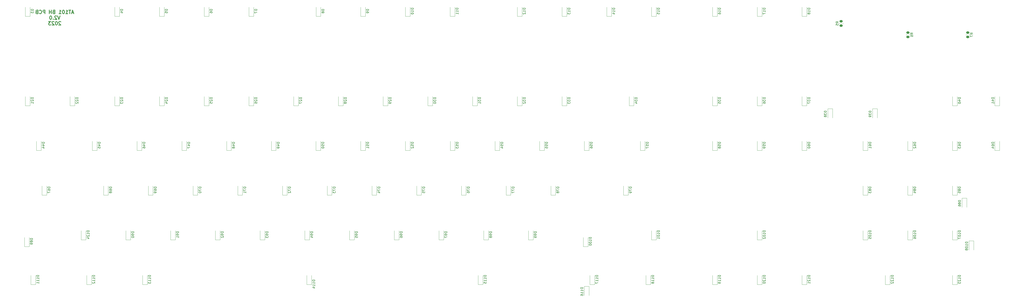
<source format=gbo>
%TF.GenerationSoftware,KiCad,Pcbnew,(6.0.10)*%
%TF.CreationDate,2023-01-23T12:02:21-06:00*%
%TF.ProjectId,AT101W,41543130-3157-42e6-9b69-6361645f7063,rev?*%
%TF.SameCoordinates,Original*%
%TF.FileFunction,Legend,Bot*%
%TF.FilePolarity,Positive*%
%FSLAX46Y46*%
G04 Gerber Fmt 4.6, Leading zero omitted, Abs format (unit mm)*
G04 Created by KiCad (PCBNEW (6.0.10)) date 2023-01-23 12:02:21*
%MOMM*%
%LPD*%
G01*
G04 APERTURE LIST*
G04 Aperture macros list*
%AMRoundRect*
0 Rectangle with rounded corners*
0 $1 Rounding radius*
0 $2 $3 $4 $5 $6 $7 $8 $9 X,Y pos of 4 corners*
0 Add a 4 corners polygon primitive as box body*
4,1,4,$2,$3,$4,$5,$6,$7,$8,$9,$2,$3,0*
0 Add four circle primitives for the rounded corners*
1,1,$1+$1,$2,$3*
1,1,$1+$1,$4,$5*
1,1,$1+$1,$6,$7*
1,1,$1+$1,$8,$9*
0 Add four rect primitives between the rounded corners*
20,1,$1+$1,$2,$3,$4,$5,0*
20,1,$1+$1,$4,$5,$6,$7,0*
20,1,$1+$1,$6,$7,$8,$9,0*
20,1,$1+$1,$8,$9,$2,$3,0*%
G04 Aperture macros list end*
%ADD10C,0.300000*%
%ADD11C,0.150000*%
%ADD12C,0.120000*%
%ADD13R,1.800000X1.800000*%
%ADD14C,1.800000*%
%ADD15C,2.500000*%
%ADD16C,3.048000*%
%ADD17C,6.350000*%
%ADD18C,1.450000*%
%ADD19RoundRect,0.250000X-0.450000X0.262500X-0.450000X-0.262500X0.450000X-0.262500X0.450000X0.262500X0*%
%ADD20RoundRect,0.250000X0.450000X-0.262500X0.450000X0.262500X-0.450000X0.262500X-0.450000X-0.262500X0*%
%ADD21R,1.200000X0.900000*%
G04 APERTURE END LIST*
D10*
X46100000Y-16885000D02*
X45385714Y-16885000D01*
X46242857Y-17313571D02*
X45742857Y-15813571D01*
X45242857Y-17313571D01*
X44957142Y-15813571D02*
X44100000Y-15813571D01*
X44528571Y-17313571D02*
X44528571Y-15813571D01*
X42814285Y-17313571D02*
X43671428Y-17313571D01*
X43242857Y-17313571D02*
X43242857Y-15813571D01*
X43385714Y-16027857D01*
X43528571Y-16170714D01*
X43671428Y-16242142D01*
X41885714Y-15813571D02*
X41742857Y-15813571D01*
X41600000Y-15885000D01*
X41528571Y-15956428D01*
X41457142Y-16099285D01*
X41385714Y-16385000D01*
X41385714Y-16742142D01*
X41457142Y-17027857D01*
X41528571Y-17170714D01*
X41600000Y-17242142D01*
X41742857Y-17313571D01*
X41885714Y-17313571D01*
X42028571Y-17242142D01*
X42100000Y-17170714D01*
X42171428Y-17027857D01*
X42242857Y-16742142D01*
X42242857Y-16385000D01*
X42171428Y-16099285D01*
X42100000Y-15956428D01*
X42028571Y-15885000D01*
X41885714Y-15813571D01*
X39957142Y-17313571D02*
X40814285Y-17313571D01*
X40385714Y-17313571D02*
X40385714Y-15813571D01*
X40528571Y-16027857D01*
X40671428Y-16170714D01*
X40814285Y-16242142D01*
X37671428Y-16527857D02*
X37457142Y-16599285D01*
X37385714Y-16670714D01*
X37314285Y-16813571D01*
X37314285Y-17027857D01*
X37385714Y-17170714D01*
X37457142Y-17242142D01*
X37600000Y-17313571D01*
X38171428Y-17313571D01*
X38171428Y-15813571D01*
X37671428Y-15813571D01*
X37528571Y-15885000D01*
X37457142Y-15956428D01*
X37385714Y-16099285D01*
X37385714Y-16242142D01*
X37457142Y-16385000D01*
X37528571Y-16456428D01*
X37671428Y-16527857D01*
X38171428Y-16527857D01*
X36671428Y-17313571D02*
X36671428Y-15813571D01*
X36671428Y-16527857D02*
X35814285Y-16527857D01*
X35814285Y-17313571D02*
X35814285Y-15813571D01*
X33957142Y-17313571D02*
X33957142Y-15813571D01*
X33385714Y-15813571D01*
X33242857Y-15885000D01*
X33171428Y-15956428D01*
X33100000Y-16099285D01*
X33100000Y-16313571D01*
X33171428Y-16456428D01*
X33242857Y-16527857D01*
X33385714Y-16599285D01*
X33957142Y-16599285D01*
X31600000Y-17170714D02*
X31671428Y-17242142D01*
X31885714Y-17313571D01*
X32028571Y-17313571D01*
X32242857Y-17242142D01*
X32385714Y-17099285D01*
X32457142Y-16956428D01*
X32528571Y-16670714D01*
X32528571Y-16456428D01*
X32457142Y-16170714D01*
X32385714Y-16027857D01*
X32242857Y-15885000D01*
X32028571Y-15813571D01*
X31885714Y-15813571D01*
X31671428Y-15885000D01*
X31600000Y-15956428D01*
X30457142Y-16527857D02*
X30242857Y-16599285D01*
X30171428Y-16670714D01*
X30100000Y-16813571D01*
X30100000Y-17027857D01*
X30171428Y-17170714D01*
X30242857Y-17242142D01*
X30385714Y-17313571D01*
X30957142Y-17313571D01*
X30957142Y-15813571D01*
X30457142Y-15813571D01*
X30314285Y-15885000D01*
X30242857Y-15956428D01*
X30171428Y-16099285D01*
X30171428Y-16242142D01*
X30242857Y-16385000D01*
X30314285Y-16456428D01*
X30457142Y-16527857D01*
X30957142Y-16527857D01*
X40385714Y-18228571D02*
X39885714Y-19728571D01*
X39385714Y-18228571D01*
X38957142Y-18371428D02*
X38885714Y-18300000D01*
X38742857Y-18228571D01*
X38385714Y-18228571D01*
X38242857Y-18300000D01*
X38171428Y-18371428D01*
X38100000Y-18514285D01*
X38100000Y-18657142D01*
X38171428Y-18871428D01*
X39028571Y-19728571D01*
X38100000Y-19728571D01*
X37457142Y-19585714D02*
X37385714Y-19657142D01*
X37457142Y-19728571D01*
X37528571Y-19657142D01*
X37457142Y-19585714D01*
X37457142Y-19728571D01*
X36457142Y-18228571D02*
X36314285Y-18228571D01*
X36171428Y-18300000D01*
X36100000Y-18371428D01*
X36028571Y-18514285D01*
X35957142Y-18800000D01*
X35957142Y-19157142D01*
X36028571Y-19442857D01*
X36100000Y-19585714D01*
X36171428Y-19657142D01*
X36314285Y-19728571D01*
X36457142Y-19728571D01*
X36600000Y-19657142D01*
X36671428Y-19585714D01*
X36742857Y-19442857D01*
X36814285Y-19157142D01*
X36814285Y-18800000D01*
X36742857Y-18514285D01*
X36671428Y-18371428D01*
X36600000Y-18300000D01*
X36457142Y-18228571D01*
X40671428Y-20786428D02*
X40600000Y-20715000D01*
X40457142Y-20643571D01*
X40100000Y-20643571D01*
X39957142Y-20715000D01*
X39885714Y-20786428D01*
X39814285Y-20929285D01*
X39814285Y-21072142D01*
X39885714Y-21286428D01*
X40742857Y-22143571D01*
X39814285Y-22143571D01*
X38885714Y-20643571D02*
X38742857Y-20643571D01*
X38600000Y-20715000D01*
X38528571Y-20786428D01*
X38457142Y-20929285D01*
X38385714Y-21215000D01*
X38385714Y-21572142D01*
X38457142Y-21857857D01*
X38528571Y-22000714D01*
X38600000Y-22072142D01*
X38742857Y-22143571D01*
X38885714Y-22143571D01*
X39028571Y-22072142D01*
X39100000Y-22000714D01*
X39171428Y-21857857D01*
X39242857Y-21572142D01*
X39242857Y-21215000D01*
X39171428Y-20929285D01*
X39100000Y-20786428D01*
X39028571Y-20715000D01*
X38885714Y-20643571D01*
X37814285Y-20786428D02*
X37742857Y-20715000D01*
X37600000Y-20643571D01*
X37242857Y-20643571D01*
X37100000Y-20715000D01*
X37028571Y-20786428D01*
X36957142Y-20929285D01*
X36957142Y-21072142D01*
X37028571Y-21286428D01*
X37885714Y-22143571D01*
X36957142Y-22143571D01*
X36457142Y-20643571D02*
X35528571Y-20643571D01*
X36028571Y-21215000D01*
X35814285Y-21215000D01*
X35671428Y-21286428D01*
X35600000Y-21357857D01*
X35528571Y-21500714D01*
X35528571Y-21857857D01*
X35600000Y-22000714D01*
X35671428Y-22072142D01*
X35814285Y-22143571D01*
X36242857Y-22143571D01*
X36385714Y-22072142D01*
X36457142Y-22000714D01*
D11*
X371827380Y-21283333D02*
X371351190Y-20950000D01*
X371827380Y-20711904D02*
X370827380Y-20711904D01*
X370827380Y-21092857D01*
X370875000Y-21188095D01*
X370922619Y-21235714D01*
X371017857Y-21283333D01*
X371160714Y-21283333D01*
X371255952Y-21235714D01*
X371303571Y-21188095D01*
X371351190Y-21092857D01*
X371351190Y-20711904D01*
X370827380Y-22188095D02*
X370827380Y-21711904D01*
X371303571Y-21664285D01*
X371255952Y-21711904D01*
X371208333Y-21807142D01*
X371208333Y-22045238D01*
X371255952Y-22140476D01*
X371303571Y-22188095D01*
X371398809Y-22235714D01*
X371636904Y-22235714D01*
X371732142Y-22188095D01*
X371779761Y-22140476D01*
X371827380Y-22045238D01*
X371827380Y-21807142D01*
X371779761Y-21711904D01*
X371732142Y-21664285D01*
X403602380Y-26133333D02*
X403126190Y-25800000D01*
X403602380Y-25561904D02*
X402602380Y-25561904D01*
X402602380Y-25942857D01*
X402650000Y-26038095D01*
X402697619Y-26085714D01*
X402792857Y-26133333D01*
X402935714Y-26133333D01*
X403030952Y-26085714D01*
X403078571Y-26038095D01*
X403126190Y-25942857D01*
X403126190Y-25561904D01*
X402602380Y-26990476D02*
X402602380Y-26800000D01*
X402650000Y-26704761D01*
X402697619Y-26657142D01*
X402840476Y-26561904D01*
X403030952Y-26514285D01*
X403411904Y-26514285D01*
X403507142Y-26561904D01*
X403554761Y-26609523D01*
X403602380Y-26704761D01*
X403602380Y-26895238D01*
X403554761Y-26990476D01*
X403507142Y-27038095D01*
X403411904Y-27085714D01*
X403173809Y-27085714D01*
X403078571Y-27038095D01*
X403030952Y-26990476D01*
X402983333Y-26895238D01*
X402983333Y-26704761D01*
X403030952Y-26609523D01*
X403078571Y-26561904D01*
X403173809Y-26514285D01*
X429102380Y-26133333D02*
X428626190Y-25800000D01*
X429102380Y-25561904D02*
X428102380Y-25561904D01*
X428102380Y-25942857D01*
X428150000Y-26038095D01*
X428197619Y-26085714D01*
X428292857Y-26133333D01*
X428435714Y-26133333D01*
X428530952Y-26085714D01*
X428578571Y-26038095D01*
X428626190Y-25942857D01*
X428626190Y-25561904D01*
X428102380Y-26466666D02*
X428102380Y-27133333D01*
X429102380Y-26704761D01*
X29052380Y-15461904D02*
X28052380Y-15461904D01*
X28052380Y-15700000D01*
X28100000Y-15842857D01*
X28195238Y-15938095D01*
X28290476Y-15985714D01*
X28480952Y-16033333D01*
X28623809Y-16033333D01*
X28814285Y-15985714D01*
X28909523Y-15938095D01*
X29004761Y-15842857D01*
X29052380Y-15700000D01*
X29052380Y-15461904D01*
X28052380Y-16366666D02*
X28052380Y-16985714D01*
X28433333Y-16652380D01*
X28433333Y-16795238D01*
X28480952Y-16890476D01*
X28528571Y-16938095D01*
X28623809Y-16985714D01*
X28861904Y-16985714D01*
X28957142Y-16938095D01*
X29004761Y-16890476D01*
X29052380Y-16795238D01*
X29052380Y-16509523D01*
X29004761Y-16414285D01*
X28957142Y-16366666D01*
X67102380Y-15461904D02*
X66102380Y-15461904D01*
X66102380Y-15700000D01*
X66150000Y-15842857D01*
X66245238Y-15938095D01*
X66340476Y-15985714D01*
X66530952Y-16033333D01*
X66673809Y-16033333D01*
X66864285Y-15985714D01*
X66959523Y-15938095D01*
X67054761Y-15842857D01*
X67102380Y-15700000D01*
X67102380Y-15461904D01*
X66435714Y-16890476D02*
X67102380Y-16890476D01*
X66054761Y-16652380D02*
X66769047Y-16414285D01*
X66769047Y-17033333D01*
X86152380Y-15461904D02*
X85152380Y-15461904D01*
X85152380Y-15700000D01*
X85200000Y-15842857D01*
X85295238Y-15938095D01*
X85390476Y-15985714D01*
X85580952Y-16033333D01*
X85723809Y-16033333D01*
X85914285Y-15985714D01*
X86009523Y-15938095D01*
X86104761Y-15842857D01*
X86152380Y-15700000D01*
X86152380Y-15461904D01*
X85152380Y-16938095D02*
X85152380Y-16461904D01*
X85628571Y-16414285D01*
X85580952Y-16461904D01*
X85533333Y-16557142D01*
X85533333Y-16795238D01*
X85580952Y-16890476D01*
X85628571Y-16938095D01*
X85723809Y-16985714D01*
X85961904Y-16985714D01*
X86057142Y-16938095D01*
X86104761Y-16890476D01*
X86152380Y-16795238D01*
X86152380Y-16557142D01*
X86104761Y-16461904D01*
X86057142Y-16414285D01*
X105202380Y-15461904D02*
X104202380Y-15461904D01*
X104202380Y-15700000D01*
X104250000Y-15842857D01*
X104345238Y-15938095D01*
X104440476Y-15985714D01*
X104630952Y-16033333D01*
X104773809Y-16033333D01*
X104964285Y-15985714D01*
X105059523Y-15938095D01*
X105154761Y-15842857D01*
X105202380Y-15700000D01*
X105202380Y-15461904D01*
X104202380Y-16890476D02*
X104202380Y-16700000D01*
X104250000Y-16604761D01*
X104297619Y-16557142D01*
X104440476Y-16461904D01*
X104630952Y-16414285D01*
X105011904Y-16414285D01*
X105107142Y-16461904D01*
X105154761Y-16509523D01*
X105202380Y-16604761D01*
X105202380Y-16795238D01*
X105154761Y-16890476D01*
X105107142Y-16938095D01*
X105011904Y-16985714D01*
X104773809Y-16985714D01*
X104678571Y-16938095D01*
X104630952Y-16890476D01*
X104583333Y-16795238D01*
X104583333Y-16604761D01*
X104630952Y-16509523D01*
X104678571Y-16461904D01*
X104773809Y-16414285D01*
X124252380Y-15461904D02*
X123252380Y-15461904D01*
X123252380Y-15700000D01*
X123300000Y-15842857D01*
X123395238Y-15938095D01*
X123490476Y-15985714D01*
X123680952Y-16033333D01*
X123823809Y-16033333D01*
X124014285Y-15985714D01*
X124109523Y-15938095D01*
X124204761Y-15842857D01*
X124252380Y-15700000D01*
X124252380Y-15461904D01*
X123252380Y-16366666D02*
X123252380Y-17033333D01*
X124252380Y-16604761D01*
X152852380Y-15461904D02*
X151852380Y-15461904D01*
X151852380Y-15700000D01*
X151900000Y-15842857D01*
X151995238Y-15938095D01*
X152090476Y-15985714D01*
X152280952Y-16033333D01*
X152423809Y-16033333D01*
X152614285Y-15985714D01*
X152709523Y-15938095D01*
X152804761Y-15842857D01*
X152852380Y-15700000D01*
X152852380Y-15461904D01*
X152280952Y-16604761D02*
X152233333Y-16509523D01*
X152185714Y-16461904D01*
X152090476Y-16414285D01*
X152042857Y-16414285D01*
X151947619Y-16461904D01*
X151900000Y-16509523D01*
X151852380Y-16604761D01*
X151852380Y-16795238D01*
X151900000Y-16890476D01*
X151947619Y-16938095D01*
X152042857Y-16985714D01*
X152090476Y-16985714D01*
X152185714Y-16938095D01*
X152233333Y-16890476D01*
X152280952Y-16795238D01*
X152280952Y-16604761D01*
X152328571Y-16509523D01*
X152376190Y-16461904D01*
X152471428Y-16414285D01*
X152661904Y-16414285D01*
X152757142Y-16461904D01*
X152804761Y-16509523D01*
X152852380Y-16604761D01*
X152852380Y-16795238D01*
X152804761Y-16890476D01*
X152757142Y-16938095D01*
X152661904Y-16985714D01*
X152471428Y-16985714D01*
X152376190Y-16938095D01*
X152328571Y-16890476D01*
X152280952Y-16795238D01*
X171852380Y-15461904D02*
X170852380Y-15461904D01*
X170852380Y-15700000D01*
X170900000Y-15842857D01*
X170995238Y-15938095D01*
X171090476Y-15985714D01*
X171280952Y-16033333D01*
X171423809Y-16033333D01*
X171614285Y-15985714D01*
X171709523Y-15938095D01*
X171804761Y-15842857D01*
X171852380Y-15700000D01*
X171852380Y-15461904D01*
X171852380Y-16509523D02*
X171852380Y-16700000D01*
X171804761Y-16795238D01*
X171757142Y-16842857D01*
X171614285Y-16938095D01*
X171423809Y-16985714D01*
X171042857Y-16985714D01*
X170947619Y-16938095D01*
X170900000Y-16890476D01*
X170852380Y-16795238D01*
X170852380Y-16604761D01*
X170900000Y-16509523D01*
X170947619Y-16461904D01*
X171042857Y-16414285D01*
X171280952Y-16414285D01*
X171376190Y-16461904D01*
X171423809Y-16509523D01*
X171471428Y-16604761D01*
X171471428Y-16795238D01*
X171423809Y-16890476D01*
X171376190Y-16938095D01*
X171280952Y-16985714D01*
X190902380Y-14985714D02*
X189902380Y-14985714D01*
X189902380Y-15223809D01*
X189950000Y-15366666D01*
X190045238Y-15461904D01*
X190140476Y-15509523D01*
X190330952Y-15557142D01*
X190473809Y-15557142D01*
X190664285Y-15509523D01*
X190759523Y-15461904D01*
X190854761Y-15366666D01*
X190902380Y-15223809D01*
X190902380Y-14985714D01*
X190902380Y-16509523D02*
X190902380Y-15938095D01*
X190902380Y-16223809D02*
X189902380Y-16223809D01*
X190045238Y-16128571D01*
X190140476Y-16033333D01*
X190188095Y-15938095D01*
X189902380Y-17128571D02*
X189902380Y-17223809D01*
X189950000Y-17319047D01*
X189997619Y-17366666D01*
X190092857Y-17414285D01*
X190283333Y-17461904D01*
X190521428Y-17461904D01*
X190711904Y-17414285D01*
X190807142Y-17366666D01*
X190854761Y-17319047D01*
X190902380Y-17223809D01*
X190902380Y-17128571D01*
X190854761Y-17033333D01*
X190807142Y-16985714D01*
X190711904Y-16938095D01*
X190521428Y-16890476D01*
X190283333Y-16890476D01*
X190092857Y-16938095D01*
X189997619Y-16985714D01*
X189950000Y-17033333D01*
X189902380Y-17128571D01*
X209952380Y-14985714D02*
X208952380Y-14985714D01*
X208952380Y-15223809D01*
X209000000Y-15366666D01*
X209095238Y-15461904D01*
X209190476Y-15509523D01*
X209380952Y-15557142D01*
X209523809Y-15557142D01*
X209714285Y-15509523D01*
X209809523Y-15461904D01*
X209904761Y-15366666D01*
X209952380Y-15223809D01*
X209952380Y-14985714D01*
X209952380Y-16509523D02*
X209952380Y-15938095D01*
X209952380Y-16223809D02*
X208952380Y-16223809D01*
X209095238Y-16128571D01*
X209190476Y-16033333D01*
X209238095Y-15938095D01*
X209952380Y-17461904D02*
X209952380Y-16890476D01*
X209952380Y-17176190D02*
X208952380Y-17176190D01*
X209095238Y-17080952D01*
X209190476Y-16985714D01*
X209238095Y-16890476D01*
X238552380Y-14985714D02*
X237552380Y-14985714D01*
X237552380Y-15223809D01*
X237600000Y-15366666D01*
X237695238Y-15461904D01*
X237790476Y-15509523D01*
X237980952Y-15557142D01*
X238123809Y-15557142D01*
X238314285Y-15509523D01*
X238409523Y-15461904D01*
X238504761Y-15366666D01*
X238552380Y-15223809D01*
X238552380Y-14985714D01*
X238552380Y-16509523D02*
X238552380Y-15938095D01*
X238552380Y-16223809D02*
X237552380Y-16223809D01*
X237695238Y-16128571D01*
X237790476Y-16033333D01*
X237838095Y-15938095D01*
X237647619Y-16890476D02*
X237600000Y-16938095D01*
X237552380Y-17033333D01*
X237552380Y-17271428D01*
X237600000Y-17366666D01*
X237647619Y-17414285D01*
X237742857Y-17461904D01*
X237838095Y-17461904D01*
X237980952Y-17414285D01*
X238552380Y-16842857D01*
X238552380Y-17461904D01*
X257602380Y-14985714D02*
X256602380Y-14985714D01*
X256602380Y-15223809D01*
X256650000Y-15366666D01*
X256745238Y-15461904D01*
X256840476Y-15509523D01*
X257030952Y-15557142D01*
X257173809Y-15557142D01*
X257364285Y-15509523D01*
X257459523Y-15461904D01*
X257554761Y-15366666D01*
X257602380Y-15223809D01*
X257602380Y-14985714D01*
X257602380Y-16509523D02*
X257602380Y-15938095D01*
X257602380Y-16223809D02*
X256602380Y-16223809D01*
X256745238Y-16128571D01*
X256840476Y-16033333D01*
X256888095Y-15938095D01*
X256602380Y-16842857D02*
X256602380Y-17461904D01*
X256983333Y-17128571D01*
X256983333Y-17271428D01*
X257030952Y-17366666D01*
X257078571Y-17414285D01*
X257173809Y-17461904D01*
X257411904Y-17461904D01*
X257507142Y-17414285D01*
X257554761Y-17366666D01*
X257602380Y-17271428D01*
X257602380Y-16985714D01*
X257554761Y-16890476D01*
X257507142Y-16842857D01*
X276652380Y-14985714D02*
X275652380Y-14985714D01*
X275652380Y-15223809D01*
X275700000Y-15366666D01*
X275795238Y-15461904D01*
X275890476Y-15509523D01*
X276080952Y-15557142D01*
X276223809Y-15557142D01*
X276414285Y-15509523D01*
X276509523Y-15461904D01*
X276604761Y-15366666D01*
X276652380Y-15223809D01*
X276652380Y-14985714D01*
X276652380Y-16509523D02*
X276652380Y-15938095D01*
X276652380Y-16223809D02*
X275652380Y-16223809D01*
X275795238Y-16128571D01*
X275890476Y-16033333D01*
X275938095Y-15938095D01*
X275985714Y-17366666D02*
X276652380Y-17366666D01*
X275604761Y-17128571D02*
X276319047Y-16890476D01*
X276319047Y-17509523D01*
X295702380Y-14985714D02*
X294702380Y-14985714D01*
X294702380Y-15223809D01*
X294750000Y-15366666D01*
X294845238Y-15461904D01*
X294940476Y-15509523D01*
X295130952Y-15557142D01*
X295273809Y-15557142D01*
X295464285Y-15509523D01*
X295559523Y-15461904D01*
X295654761Y-15366666D01*
X295702380Y-15223809D01*
X295702380Y-14985714D01*
X295702380Y-16509523D02*
X295702380Y-15938095D01*
X295702380Y-16223809D02*
X294702380Y-16223809D01*
X294845238Y-16128571D01*
X294940476Y-16033333D01*
X294988095Y-15938095D01*
X294702380Y-17414285D02*
X294702380Y-16938095D01*
X295178571Y-16890476D01*
X295130952Y-16938095D01*
X295083333Y-17033333D01*
X295083333Y-17271428D01*
X295130952Y-17366666D01*
X295178571Y-17414285D01*
X295273809Y-17461904D01*
X295511904Y-17461904D01*
X295607142Y-17414285D01*
X295654761Y-17366666D01*
X295702380Y-17271428D01*
X295702380Y-17033333D01*
X295654761Y-16938095D01*
X295607142Y-16890476D01*
X321702380Y-14985714D02*
X320702380Y-14985714D01*
X320702380Y-15223809D01*
X320750000Y-15366666D01*
X320845238Y-15461904D01*
X320940476Y-15509523D01*
X321130952Y-15557142D01*
X321273809Y-15557142D01*
X321464285Y-15509523D01*
X321559523Y-15461904D01*
X321654761Y-15366666D01*
X321702380Y-15223809D01*
X321702380Y-14985714D01*
X321702380Y-16509523D02*
X321702380Y-15938095D01*
X321702380Y-16223809D02*
X320702380Y-16223809D01*
X320845238Y-16128571D01*
X320940476Y-16033333D01*
X320988095Y-15938095D01*
X320702380Y-17366666D02*
X320702380Y-17176190D01*
X320750000Y-17080952D01*
X320797619Y-17033333D01*
X320940476Y-16938095D01*
X321130952Y-16890476D01*
X321511904Y-16890476D01*
X321607142Y-16938095D01*
X321654761Y-16985714D01*
X321702380Y-17080952D01*
X321702380Y-17271428D01*
X321654761Y-17366666D01*
X321607142Y-17414285D01*
X321511904Y-17461904D01*
X321273809Y-17461904D01*
X321178571Y-17414285D01*
X321130952Y-17366666D01*
X321083333Y-17271428D01*
X321083333Y-17080952D01*
X321130952Y-16985714D01*
X321178571Y-16938095D01*
X321273809Y-16890476D01*
X340752380Y-14985714D02*
X339752380Y-14985714D01*
X339752380Y-15223809D01*
X339800000Y-15366666D01*
X339895238Y-15461904D01*
X339990476Y-15509523D01*
X340180952Y-15557142D01*
X340323809Y-15557142D01*
X340514285Y-15509523D01*
X340609523Y-15461904D01*
X340704761Y-15366666D01*
X340752380Y-15223809D01*
X340752380Y-14985714D01*
X340752380Y-16509523D02*
X340752380Y-15938095D01*
X340752380Y-16223809D02*
X339752380Y-16223809D01*
X339895238Y-16128571D01*
X339990476Y-16033333D01*
X340038095Y-15938095D01*
X339752380Y-16842857D02*
X339752380Y-17509523D01*
X340752380Y-17080952D01*
X359802380Y-14985714D02*
X358802380Y-14985714D01*
X358802380Y-15223809D01*
X358850000Y-15366666D01*
X358945238Y-15461904D01*
X359040476Y-15509523D01*
X359230952Y-15557142D01*
X359373809Y-15557142D01*
X359564285Y-15509523D01*
X359659523Y-15461904D01*
X359754761Y-15366666D01*
X359802380Y-15223809D01*
X359802380Y-14985714D01*
X359802380Y-16509523D02*
X359802380Y-15938095D01*
X359802380Y-16223809D02*
X358802380Y-16223809D01*
X358945238Y-16128571D01*
X359040476Y-16033333D01*
X359088095Y-15938095D01*
X359230952Y-17080952D02*
X359183333Y-16985714D01*
X359135714Y-16938095D01*
X359040476Y-16890476D01*
X358992857Y-16890476D01*
X358897619Y-16938095D01*
X358850000Y-16985714D01*
X358802380Y-17080952D01*
X358802380Y-17271428D01*
X358850000Y-17366666D01*
X358897619Y-17414285D01*
X358992857Y-17461904D01*
X359040476Y-17461904D01*
X359135714Y-17414285D01*
X359183333Y-17366666D01*
X359230952Y-17271428D01*
X359230952Y-17080952D01*
X359278571Y-16985714D01*
X359326190Y-16938095D01*
X359421428Y-16890476D01*
X359611904Y-16890476D01*
X359707142Y-16938095D01*
X359754761Y-16985714D01*
X359802380Y-17080952D01*
X359802380Y-17271428D01*
X359754761Y-17366666D01*
X359707142Y-17414285D01*
X359611904Y-17461904D01*
X359421428Y-17461904D01*
X359326190Y-17414285D01*
X359278571Y-17366666D01*
X359230952Y-17271428D01*
X29002380Y-53085714D02*
X28002380Y-53085714D01*
X28002380Y-53323809D01*
X28050000Y-53466666D01*
X28145238Y-53561904D01*
X28240476Y-53609523D01*
X28430952Y-53657142D01*
X28573809Y-53657142D01*
X28764285Y-53609523D01*
X28859523Y-53561904D01*
X28954761Y-53466666D01*
X29002380Y-53323809D01*
X29002380Y-53085714D01*
X28097619Y-54038095D02*
X28050000Y-54085714D01*
X28002380Y-54180952D01*
X28002380Y-54419047D01*
X28050000Y-54514285D01*
X28097619Y-54561904D01*
X28192857Y-54609523D01*
X28288095Y-54609523D01*
X28430952Y-54561904D01*
X29002380Y-53990476D01*
X29002380Y-54609523D01*
X29002380Y-55561904D02*
X29002380Y-54990476D01*
X29002380Y-55276190D02*
X28002380Y-55276190D01*
X28145238Y-55180952D01*
X28240476Y-55085714D01*
X28288095Y-54990476D01*
X48052380Y-53085714D02*
X47052380Y-53085714D01*
X47052380Y-53323809D01*
X47100000Y-53466666D01*
X47195238Y-53561904D01*
X47290476Y-53609523D01*
X47480952Y-53657142D01*
X47623809Y-53657142D01*
X47814285Y-53609523D01*
X47909523Y-53561904D01*
X48004761Y-53466666D01*
X48052380Y-53323809D01*
X48052380Y-53085714D01*
X47147619Y-54038095D02*
X47100000Y-54085714D01*
X47052380Y-54180952D01*
X47052380Y-54419047D01*
X47100000Y-54514285D01*
X47147619Y-54561904D01*
X47242857Y-54609523D01*
X47338095Y-54609523D01*
X47480952Y-54561904D01*
X48052380Y-53990476D01*
X48052380Y-54609523D01*
X47147619Y-54990476D02*
X47100000Y-55038095D01*
X47052380Y-55133333D01*
X47052380Y-55371428D01*
X47100000Y-55466666D01*
X47147619Y-55514285D01*
X47242857Y-55561904D01*
X47338095Y-55561904D01*
X47480952Y-55514285D01*
X48052380Y-54942857D01*
X48052380Y-55561904D01*
X67102380Y-53085714D02*
X66102380Y-53085714D01*
X66102380Y-53323809D01*
X66150000Y-53466666D01*
X66245238Y-53561904D01*
X66340476Y-53609523D01*
X66530952Y-53657142D01*
X66673809Y-53657142D01*
X66864285Y-53609523D01*
X66959523Y-53561904D01*
X67054761Y-53466666D01*
X67102380Y-53323809D01*
X67102380Y-53085714D01*
X66197619Y-54038095D02*
X66150000Y-54085714D01*
X66102380Y-54180952D01*
X66102380Y-54419047D01*
X66150000Y-54514285D01*
X66197619Y-54561904D01*
X66292857Y-54609523D01*
X66388095Y-54609523D01*
X66530952Y-54561904D01*
X67102380Y-53990476D01*
X67102380Y-54609523D01*
X66102380Y-54942857D02*
X66102380Y-55561904D01*
X66483333Y-55228571D01*
X66483333Y-55371428D01*
X66530952Y-55466666D01*
X66578571Y-55514285D01*
X66673809Y-55561904D01*
X66911904Y-55561904D01*
X67007142Y-55514285D01*
X67054761Y-55466666D01*
X67102380Y-55371428D01*
X67102380Y-55085714D01*
X67054761Y-54990476D01*
X67007142Y-54942857D01*
X86152380Y-53085714D02*
X85152380Y-53085714D01*
X85152380Y-53323809D01*
X85200000Y-53466666D01*
X85295238Y-53561904D01*
X85390476Y-53609523D01*
X85580952Y-53657142D01*
X85723809Y-53657142D01*
X85914285Y-53609523D01*
X86009523Y-53561904D01*
X86104761Y-53466666D01*
X86152380Y-53323809D01*
X86152380Y-53085714D01*
X85247619Y-54038095D02*
X85200000Y-54085714D01*
X85152380Y-54180952D01*
X85152380Y-54419047D01*
X85200000Y-54514285D01*
X85247619Y-54561904D01*
X85342857Y-54609523D01*
X85438095Y-54609523D01*
X85580952Y-54561904D01*
X86152380Y-53990476D01*
X86152380Y-54609523D01*
X85485714Y-55466666D02*
X86152380Y-55466666D01*
X85104761Y-55228571D02*
X85819047Y-54990476D01*
X85819047Y-55609523D01*
X105202380Y-53085714D02*
X104202380Y-53085714D01*
X104202380Y-53323809D01*
X104250000Y-53466666D01*
X104345238Y-53561904D01*
X104440476Y-53609523D01*
X104630952Y-53657142D01*
X104773809Y-53657142D01*
X104964285Y-53609523D01*
X105059523Y-53561904D01*
X105154761Y-53466666D01*
X105202380Y-53323809D01*
X105202380Y-53085714D01*
X104297619Y-54038095D02*
X104250000Y-54085714D01*
X104202380Y-54180952D01*
X104202380Y-54419047D01*
X104250000Y-54514285D01*
X104297619Y-54561904D01*
X104392857Y-54609523D01*
X104488095Y-54609523D01*
X104630952Y-54561904D01*
X105202380Y-53990476D01*
X105202380Y-54609523D01*
X104202380Y-55514285D02*
X104202380Y-55038095D01*
X104678571Y-54990476D01*
X104630952Y-55038095D01*
X104583333Y-55133333D01*
X104583333Y-55371428D01*
X104630952Y-55466666D01*
X104678571Y-55514285D01*
X104773809Y-55561904D01*
X105011904Y-55561904D01*
X105107142Y-55514285D01*
X105154761Y-55466666D01*
X105202380Y-55371428D01*
X105202380Y-55133333D01*
X105154761Y-55038095D01*
X105107142Y-54990476D01*
X124252380Y-53085714D02*
X123252380Y-53085714D01*
X123252380Y-53323809D01*
X123300000Y-53466666D01*
X123395238Y-53561904D01*
X123490476Y-53609523D01*
X123680952Y-53657142D01*
X123823809Y-53657142D01*
X124014285Y-53609523D01*
X124109523Y-53561904D01*
X124204761Y-53466666D01*
X124252380Y-53323809D01*
X124252380Y-53085714D01*
X123347619Y-54038095D02*
X123300000Y-54085714D01*
X123252380Y-54180952D01*
X123252380Y-54419047D01*
X123300000Y-54514285D01*
X123347619Y-54561904D01*
X123442857Y-54609523D01*
X123538095Y-54609523D01*
X123680952Y-54561904D01*
X124252380Y-53990476D01*
X124252380Y-54609523D01*
X123252380Y-55466666D02*
X123252380Y-55276190D01*
X123300000Y-55180952D01*
X123347619Y-55133333D01*
X123490476Y-55038095D01*
X123680952Y-54990476D01*
X124061904Y-54990476D01*
X124157142Y-55038095D01*
X124204761Y-55085714D01*
X124252380Y-55180952D01*
X124252380Y-55371428D01*
X124204761Y-55466666D01*
X124157142Y-55514285D01*
X124061904Y-55561904D01*
X123823809Y-55561904D01*
X123728571Y-55514285D01*
X123680952Y-55466666D01*
X123633333Y-55371428D01*
X123633333Y-55180952D01*
X123680952Y-55085714D01*
X123728571Y-55038095D01*
X123823809Y-54990476D01*
X143302380Y-53085714D02*
X142302380Y-53085714D01*
X142302380Y-53323809D01*
X142350000Y-53466666D01*
X142445238Y-53561904D01*
X142540476Y-53609523D01*
X142730952Y-53657142D01*
X142873809Y-53657142D01*
X143064285Y-53609523D01*
X143159523Y-53561904D01*
X143254761Y-53466666D01*
X143302380Y-53323809D01*
X143302380Y-53085714D01*
X142397619Y-54038095D02*
X142350000Y-54085714D01*
X142302380Y-54180952D01*
X142302380Y-54419047D01*
X142350000Y-54514285D01*
X142397619Y-54561904D01*
X142492857Y-54609523D01*
X142588095Y-54609523D01*
X142730952Y-54561904D01*
X143302380Y-53990476D01*
X143302380Y-54609523D01*
X142302380Y-54942857D02*
X142302380Y-55609523D01*
X143302380Y-55180952D01*
X162352380Y-53085714D02*
X161352380Y-53085714D01*
X161352380Y-53323809D01*
X161400000Y-53466666D01*
X161495238Y-53561904D01*
X161590476Y-53609523D01*
X161780952Y-53657142D01*
X161923809Y-53657142D01*
X162114285Y-53609523D01*
X162209523Y-53561904D01*
X162304761Y-53466666D01*
X162352380Y-53323809D01*
X162352380Y-53085714D01*
X161447619Y-54038095D02*
X161400000Y-54085714D01*
X161352380Y-54180952D01*
X161352380Y-54419047D01*
X161400000Y-54514285D01*
X161447619Y-54561904D01*
X161542857Y-54609523D01*
X161638095Y-54609523D01*
X161780952Y-54561904D01*
X162352380Y-53990476D01*
X162352380Y-54609523D01*
X161780952Y-55180952D02*
X161733333Y-55085714D01*
X161685714Y-55038095D01*
X161590476Y-54990476D01*
X161542857Y-54990476D01*
X161447619Y-55038095D01*
X161400000Y-55085714D01*
X161352380Y-55180952D01*
X161352380Y-55371428D01*
X161400000Y-55466666D01*
X161447619Y-55514285D01*
X161542857Y-55561904D01*
X161590476Y-55561904D01*
X161685714Y-55514285D01*
X161733333Y-55466666D01*
X161780952Y-55371428D01*
X161780952Y-55180952D01*
X161828571Y-55085714D01*
X161876190Y-55038095D01*
X161971428Y-54990476D01*
X162161904Y-54990476D01*
X162257142Y-55038095D01*
X162304761Y-55085714D01*
X162352380Y-55180952D01*
X162352380Y-55371428D01*
X162304761Y-55466666D01*
X162257142Y-55514285D01*
X162161904Y-55561904D01*
X161971428Y-55561904D01*
X161876190Y-55514285D01*
X161828571Y-55466666D01*
X161780952Y-55371428D01*
X181402380Y-53085714D02*
X180402380Y-53085714D01*
X180402380Y-53323809D01*
X180450000Y-53466666D01*
X180545238Y-53561904D01*
X180640476Y-53609523D01*
X180830952Y-53657142D01*
X180973809Y-53657142D01*
X181164285Y-53609523D01*
X181259523Y-53561904D01*
X181354761Y-53466666D01*
X181402380Y-53323809D01*
X181402380Y-53085714D01*
X180497619Y-54038095D02*
X180450000Y-54085714D01*
X180402380Y-54180952D01*
X180402380Y-54419047D01*
X180450000Y-54514285D01*
X180497619Y-54561904D01*
X180592857Y-54609523D01*
X180688095Y-54609523D01*
X180830952Y-54561904D01*
X181402380Y-53990476D01*
X181402380Y-54609523D01*
X181402380Y-55085714D02*
X181402380Y-55276190D01*
X181354761Y-55371428D01*
X181307142Y-55419047D01*
X181164285Y-55514285D01*
X180973809Y-55561904D01*
X180592857Y-55561904D01*
X180497619Y-55514285D01*
X180450000Y-55466666D01*
X180402380Y-55371428D01*
X180402380Y-55180952D01*
X180450000Y-55085714D01*
X180497619Y-55038095D01*
X180592857Y-54990476D01*
X180830952Y-54990476D01*
X180926190Y-55038095D01*
X180973809Y-55085714D01*
X181021428Y-55180952D01*
X181021428Y-55371428D01*
X180973809Y-55466666D01*
X180926190Y-55514285D01*
X180830952Y-55561904D01*
X200452380Y-53085714D02*
X199452380Y-53085714D01*
X199452380Y-53323809D01*
X199500000Y-53466666D01*
X199595238Y-53561904D01*
X199690476Y-53609523D01*
X199880952Y-53657142D01*
X200023809Y-53657142D01*
X200214285Y-53609523D01*
X200309523Y-53561904D01*
X200404761Y-53466666D01*
X200452380Y-53323809D01*
X200452380Y-53085714D01*
X199452380Y-53990476D02*
X199452380Y-54609523D01*
X199833333Y-54276190D01*
X199833333Y-54419047D01*
X199880952Y-54514285D01*
X199928571Y-54561904D01*
X200023809Y-54609523D01*
X200261904Y-54609523D01*
X200357142Y-54561904D01*
X200404761Y-54514285D01*
X200452380Y-54419047D01*
X200452380Y-54133333D01*
X200404761Y-54038095D01*
X200357142Y-53990476D01*
X199452380Y-55228571D02*
X199452380Y-55323809D01*
X199500000Y-55419047D01*
X199547619Y-55466666D01*
X199642857Y-55514285D01*
X199833333Y-55561904D01*
X200071428Y-55561904D01*
X200261904Y-55514285D01*
X200357142Y-55466666D01*
X200404761Y-55419047D01*
X200452380Y-55323809D01*
X200452380Y-55228571D01*
X200404761Y-55133333D01*
X200357142Y-55085714D01*
X200261904Y-55038095D01*
X200071428Y-54990476D01*
X199833333Y-54990476D01*
X199642857Y-55038095D01*
X199547619Y-55085714D01*
X199500000Y-55133333D01*
X199452380Y-55228571D01*
X219502380Y-53085714D02*
X218502380Y-53085714D01*
X218502380Y-53323809D01*
X218550000Y-53466666D01*
X218645238Y-53561904D01*
X218740476Y-53609523D01*
X218930952Y-53657142D01*
X219073809Y-53657142D01*
X219264285Y-53609523D01*
X219359523Y-53561904D01*
X219454761Y-53466666D01*
X219502380Y-53323809D01*
X219502380Y-53085714D01*
X218502380Y-53990476D02*
X218502380Y-54609523D01*
X218883333Y-54276190D01*
X218883333Y-54419047D01*
X218930952Y-54514285D01*
X218978571Y-54561904D01*
X219073809Y-54609523D01*
X219311904Y-54609523D01*
X219407142Y-54561904D01*
X219454761Y-54514285D01*
X219502380Y-54419047D01*
X219502380Y-54133333D01*
X219454761Y-54038095D01*
X219407142Y-53990476D01*
X219502380Y-55561904D02*
X219502380Y-54990476D01*
X219502380Y-55276190D02*
X218502380Y-55276190D01*
X218645238Y-55180952D01*
X218740476Y-55085714D01*
X218788095Y-54990476D01*
X238552380Y-53085714D02*
X237552380Y-53085714D01*
X237552380Y-53323809D01*
X237600000Y-53466666D01*
X237695238Y-53561904D01*
X237790476Y-53609523D01*
X237980952Y-53657142D01*
X238123809Y-53657142D01*
X238314285Y-53609523D01*
X238409523Y-53561904D01*
X238504761Y-53466666D01*
X238552380Y-53323809D01*
X238552380Y-53085714D01*
X237552380Y-53990476D02*
X237552380Y-54609523D01*
X237933333Y-54276190D01*
X237933333Y-54419047D01*
X237980952Y-54514285D01*
X238028571Y-54561904D01*
X238123809Y-54609523D01*
X238361904Y-54609523D01*
X238457142Y-54561904D01*
X238504761Y-54514285D01*
X238552380Y-54419047D01*
X238552380Y-54133333D01*
X238504761Y-54038095D01*
X238457142Y-53990476D01*
X237647619Y-54990476D02*
X237600000Y-55038095D01*
X237552380Y-55133333D01*
X237552380Y-55371428D01*
X237600000Y-55466666D01*
X237647619Y-55514285D01*
X237742857Y-55561904D01*
X237838095Y-55561904D01*
X237980952Y-55514285D01*
X238552380Y-54942857D01*
X238552380Y-55561904D01*
X257602380Y-53085714D02*
X256602380Y-53085714D01*
X256602380Y-53323809D01*
X256650000Y-53466666D01*
X256745238Y-53561904D01*
X256840476Y-53609523D01*
X257030952Y-53657142D01*
X257173809Y-53657142D01*
X257364285Y-53609523D01*
X257459523Y-53561904D01*
X257554761Y-53466666D01*
X257602380Y-53323809D01*
X257602380Y-53085714D01*
X256602380Y-53990476D02*
X256602380Y-54609523D01*
X256983333Y-54276190D01*
X256983333Y-54419047D01*
X257030952Y-54514285D01*
X257078571Y-54561904D01*
X257173809Y-54609523D01*
X257411904Y-54609523D01*
X257507142Y-54561904D01*
X257554761Y-54514285D01*
X257602380Y-54419047D01*
X257602380Y-54133333D01*
X257554761Y-54038095D01*
X257507142Y-53990476D01*
X256602380Y-54942857D02*
X256602380Y-55561904D01*
X256983333Y-55228571D01*
X256983333Y-55371428D01*
X257030952Y-55466666D01*
X257078571Y-55514285D01*
X257173809Y-55561904D01*
X257411904Y-55561904D01*
X257507142Y-55514285D01*
X257554761Y-55466666D01*
X257602380Y-55371428D01*
X257602380Y-55085714D01*
X257554761Y-54990476D01*
X257507142Y-54942857D01*
X286202380Y-53085714D02*
X285202380Y-53085714D01*
X285202380Y-53323809D01*
X285250000Y-53466666D01*
X285345238Y-53561904D01*
X285440476Y-53609523D01*
X285630952Y-53657142D01*
X285773809Y-53657142D01*
X285964285Y-53609523D01*
X286059523Y-53561904D01*
X286154761Y-53466666D01*
X286202380Y-53323809D01*
X286202380Y-53085714D01*
X285202380Y-53990476D02*
X285202380Y-54609523D01*
X285583333Y-54276190D01*
X285583333Y-54419047D01*
X285630952Y-54514285D01*
X285678571Y-54561904D01*
X285773809Y-54609523D01*
X286011904Y-54609523D01*
X286107142Y-54561904D01*
X286154761Y-54514285D01*
X286202380Y-54419047D01*
X286202380Y-54133333D01*
X286154761Y-54038095D01*
X286107142Y-53990476D01*
X285535714Y-55466666D02*
X286202380Y-55466666D01*
X285154761Y-55228571D02*
X285869047Y-54990476D01*
X285869047Y-55609523D01*
X321702380Y-53085714D02*
X320702380Y-53085714D01*
X320702380Y-53323809D01*
X320750000Y-53466666D01*
X320845238Y-53561904D01*
X320940476Y-53609523D01*
X321130952Y-53657142D01*
X321273809Y-53657142D01*
X321464285Y-53609523D01*
X321559523Y-53561904D01*
X321654761Y-53466666D01*
X321702380Y-53323809D01*
X321702380Y-53085714D01*
X320702380Y-53990476D02*
X320702380Y-54609523D01*
X321083333Y-54276190D01*
X321083333Y-54419047D01*
X321130952Y-54514285D01*
X321178571Y-54561904D01*
X321273809Y-54609523D01*
X321511904Y-54609523D01*
X321607142Y-54561904D01*
X321654761Y-54514285D01*
X321702380Y-54419047D01*
X321702380Y-54133333D01*
X321654761Y-54038095D01*
X321607142Y-53990476D01*
X320702380Y-55514285D02*
X320702380Y-55038095D01*
X321178571Y-54990476D01*
X321130952Y-55038095D01*
X321083333Y-55133333D01*
X321083333Y-55371428D01*
X321130952Y-55466666D01*
X321178571Y-55514285D01*
X321273809Y-55561904D01*
X321511904Y-55561904D01*
X321607142Y-55514285D01*
X321654761Y-55466666D01*
X321702380Y-55371428D01*
X321702380Y-55133333D01*
X321654761Y-55038095D01*
X321607142Y-54990476D01*
X340752380Y-53085714D02*
X339752380Y-53085714D01*
X339752380Y-53323809D01*
X339800000Y-53466666D01*
X339895238Y-53561904D01*
X339990476Y-53609523D01*
X340180952Y-53657142D01*
X340323809Y-53657142D01*
X340514285Y-53609523D01*
X340609523Y-53561904D01*
X340704761Y-53466666D01*
X340752380Y-53323809D01*
X340752380Y-53085714D01*
X339752380Y-53990476D02*
X339752380Y-54609523D01*
X340133333Y-54276190D01*
X340133333Y-54419047D01*
X340180952Y-54514285D01*
X340228571Y-54561904D01*
X340323809Y-54609523D01*
X340561904Y-54609523D01*
X340657142Y-54561904D01*
X340704761Y-54514285D01*
X340752380Y-54419047D01*
X340752380Y-54133333D01*
X340704761Y-54038095D01*
X340657142Y-53990476D01*
X339752380Y-55466666D02*
X339752380Y-55276190D01*
X339800000Y-55180952D01*
X339847619Y-55133333D01*
X339990476Y-55038095D01*
X340180952Y-54990476D01*
X340561904Y-54990476D01*
X340657142Y-55038095D01*
X340704761Y-55085714D01*
X340752380Y-55180952D01*
X340752380Y-55371428D01*
X340704761Y-55466666D01*
X340657142Y-55514285D01*
X340561904Y-55561904D01*
X340323809Y-55561904D01*
X340228571Y-55514285D01*
X340180952Y-55466666D01*
X340133333Y-55371428D01*
X340133333Y-55180952D01*
X340180952Y-55085714D01*
X340228571Y-55038095D01*
X340323809Y-54990476D01*
X359802380Y-53085714D02*
X358802380Y-53085714D01*
X358802380Y-53323809D01*
X358850000Y-53466666D01*
X358945238Y-53561904D01*
X359040476Y-53609523D01*
X359230952Y-53657142D01*
X359373809Y-53657142D01*
X359564285Y-53609523D01*
X359659523Y-53561904D01*
X359754761Y-53466666D01*
X359802380Y-53323809D01*
X359802380Y-53085714D01*
X358802380Y-53990476D02*
X358802380Y-54609523D01*
X359183333Y-54276190D01*
X359183333Y-54419047D01*
X359230952Y-54514285D01*
X359278571Y-54561904D01*
X359373809Y-54609523D01*
X359611904Y-54609523D01*
X359707142Y-54561904D01*
X359754761Y-54514285D01*
X359802380Y-54419047D01*
X359802380Y-54133333D01*
X359754761Y-54038095D01*
X359707142Y-53990476D01*
X358802380Y-54942857D02*
X358802380Y-55609523D01*
X359802380Y-55180952D01*
X366802380Y-58785714D02*
X365802380Y-58785714D01*
X365802380Y-59023809D01*
X365850000Y-59166666D01*
X365945238Y-59261904D01*
X366040476Y-59309523D01*
X366230952Y-59357142D01*
X366373809Y-59357142D01*
X366564285Y-59309523D01*
X366659523Y-59261904D01*
X366754761Y-59166666D01*
X366802380Y-59023809D01*
X366802380Y-58785714D01*
X365802380Y-59690476D02*
X365802380Y-60309523D01*
X366183333Y-59976190D01*
X366183333Y-60119047D01*
X366230952Y-60214285D01*
X366278571Y-60261904D01*
X366373809Y-60309523D01*
X366611904Y-60309523D01*
X366707142Y-60261904D01*
X366754761Y-60214285D01*
X366802380Y-60119047D01*
X366802380Y-59833333D01*
X366754761Y-59738095D01*
X366707142Y-59690476D01*
X366230952Y-60880952D02*
X366183333Y-60785714D01*
X366135714Y-60738095D01*
X366040476Y-60690476D01*
X365992857Y-60690476D01*
X365897619Y-60738095D01*
X365850000Y-60785714D01*
X365802380Y-60880952D01*
X365802380Y-61071428D01*
X365850000Y-61166666D01*
X365897619Y-61214285D01*
X365992857Y-61261904D01*
X366040476Y-61261904D01*
X366135714Y-61214285D01*
X366183333Y-61166666D01*
X366230952Y-61071428D01*
X366230952Y-60880952D01*
X366278571Y-60785714D01*
X366326190Y-60738095D01*
X366421428Y-60690476D01*
X366611904Y-60690476D01*
X366707142Y-60738095D01*
X366754761Y-60785714D01*
X366802380Y-60880952D01*
X366802380Y-61071428D01*
X366754761Y-61166666D01*
X366707142Y-61214285D01*
X366611904Y-61261904D01*
X366421428Y-61261904D01*
X366326190Y-61214285D01*
X366278571Y-61166666D01*
X366230952Y-61071428D01*
X385852380Y-58785714D02*
X384852380Y-58785714D01*
X384852380Y-59023809D01*
X384900000Y-59166666D01*
X384995238Y-59261904D01*
X385090476Y-59309523D01*
X385280952Y-59357142D01*
X385423809Y-59357142D01*
X385614285Y-59309523D01*
X385709523Y-59261904D01*
X385804761Y-59166666D01*
X385852380Y-59023809D01*
X385852380Y-58785714D01*
X384852380Y-59690476D02*
X384852380Y-60309523D01*
X385233333Y-59976190D01*
X385233333Y-60119047D01*
X385280952Y-60214285D01*
X385328571Y-60261904D01*
X385423809Y-60309523D01*
X385661904Y-60309523D01*
X385757142Y-60261904D01*
X385804761Y-60214285D01*
X385852380Y-60119047D01*
X385852380Y-59833333D01*
X385804761Y-59738095D01*
X385757142Y-59690476D01*
X385852380Y-60785714D02*
X385852380Y-60976190D01*
X385804761Y-61071428D01*
X385757142Y-61119047D01*
X385614285Y-61214285D01*
X385423809Y-61261904D01*
X385042857Y-61261904D01*
X384947619Y-61214285D01*
X384900000Y-61166666D01*
X384852380Y-61071428D01*
X384852380Y-60880952D01*
X384900000Y-60785714D01*
X384947619Y-60738095D01*
X385042857Y-60690476D01*
X385280952Y-60690476D01*
X385376190Y-60738095D01*
X385423809Y-60785714D01*
X385471428Y-60880952D01*
X385471428Y-61071428D01*
X385423809Y-61166666D01*
X385376190Y-61214285D01*
X385280952Y-61261904D01*
X423902380Y-53085714D02*
X422902380Y-53085714D01*
X422902380Y-53323809D01*
X422950000Y-53466666D01*
X423045238Y-53561904D01*
X423140476Y-53609523D01*
X423330952Y-53657142D01*
X423473809Y-53657142D01*
X423664285Y-53609523D01*
X423759523Y-53561904D01*
X423854761Y-53466666D01*
X423902380Y-53323809D01*
X423902380Y-53085714D01*
X423235714Y-54514285D02*
X423902380Y-54514285D01*
X422854761Y-54276190D02*
X423569047Y-54038095D01*
X423569047Y-54657142D01*
X422902380Y-55228571D02*
X422902380Y-55323809D01*
X422950000Y-55419047D01*
X422997619Y-55466666D01*
X423092857Y-55514285D01*
X423283333Y-55561904D01*
X423521428Y-55561904D01*
X423711904Y-55514285D01*
X423807142Y-55466666D01*
X423854761Y-55419047D01*
X423902380Y-55323809D01*
X423902380Y-55228571D01*
X423854761Y-55133333D01*
X423807142Y-55085714D01*
X423711904Y-55038095D01*
X423521428Y-54990476D01*
X423283333Y-54990476D01*
X423092857Y-55038095D01*
X422997619Y-55085714D01*
X422950000Y-55133333D01*
X422902380Y-55228571D01*
X438152380Y-53085714D02*
X437152380Y-53085714D01*
X437152380Y-53323809D01*
X437200000Y-53466666D01*
X437295238Y-53561904D01*
X437390476Y-53609523D01*
X437580952Y-53657142D01*
X437723809Y-53657142D01*
X437914285Y-53609523D01*
X438009523Y-53561904D01*
X438104761Y-53466666D01*
X438152380Y-53323809D01*
X438152380Y-53085714D01*
X437485714Y-54514285D02*
X438152380Y-54514285D01*
X437104761Y-54276190D02*
X437819047Y-54038095D01*
X437819047Y-54657142D01*
X438152380Y-55561904D02*
X438152380Y-54990476D01*
X438152380Y-55276190D02*
X437152380Y-55276190D01*
X437295238Y-55180952D01*
X437390476Y-55085714D01*
X437438095Y-54990476D01*
X33752380Y-72135714D02*
X32752380Y-72135714D01*
X32752380Y-72373809D01*
X32800000Y-72516666D01*
X32895238Y-72611904D01*
X32990476Y-72659523D01*
X33180952Y-72707142D01*
X33323809Y-72707142D01*
X33514285Y-72659523D01*
X33609523Y-72611904D01*
X33704761Y-72516666D01*
X33752380Y-72373809D01*
X33752380Y-72135714D01*
X33085714Y-73564285D02*
X33752380Y-73564285D01*
X32704761Y-73326190D02*
X33419047Y-73088095D01*
X33419047Y-73707142D01*
X33085714Y-74516666D02*
X33752380Y-74516666D01*
X32704761Y-74278571D02*
X33419047Y-74040476D01*
X33419047Y-74659523D01*
X57552380Y-72135714D02*
X56552380Y-72135714D01*
X56552380Y-72373809D01*
X56600000Y-72516666D01*
X56695238Y-72611904D01*
X56790476Y-72659523D01*
X56980952Y-72707142D01*
X57123809Y-72707142D01*
X57314285Y-72659523D01*
X57409523Y-72611904D01*
X57504761Y-72516666D01*
X57552380Y-72373809D01*
X57552380Y-72135714D01*
X56885714Y-73564285D02*
X57552380Y-73564285D01*
X56504761Y-73326190D02*
X57219047Y-73088095D01*
X57219047Y-73707142D01*
X56552380Y-74564285D02*
X56552380Y-74088095D01*
X57028571Y-74040476D01*
X56980952Y-74088095D01*
X56933333Y-74183333D01*
X56933333Y-74421428D01*
X56980952Y-74516666D01*
X57028571Y-74564285D01*
X57123809Y-74611904D01*
X57361904Y-74611904D01*
X57457142Y-74564285D01*
X57504761Y-74516666D01*
X57552380Y-74421428D01*
X57552380Y-74183333D01*
X57504761Y-74088095D01*
X57457142Y-74040476D01*
X76602380Y-72135714D02*
X75602380Y-72135714D01*
X75602380Y-72373809D01*
X75650000Y-72516666D01*
X75745238Y-72611904D01*
X75840476Y-72659523D01*
X76030952Y-72707142D01*
X76173809Y-72707142D01*
X76364285Y-72659523D01*
X76459523Y-72611904D01*
X76554761Y-72516666D01*
X76602380Y-72373809D01*
X76602380Y-72135714D01*
X75935714Y-73564285D02*
X76602380Y-73564285D01*
X75554761Y-73326190D02*
X76269047Y-73088095D01*
X76269047Y-73707142D01*
X75602380Y-74516666D02*
X75602380Y-74326190D01*
X75650000Y-74230952D01*
X75697619Y-74183333D01*
X75840476Y-74088095D01*
X76030952Y-74040476D01*
X76411904Y-74040476D01*
X76507142Y-74088095D01*
X76554761Y-74135714D01*
X76602380Y-74230952D01*
X76602380Y-74421428D01*
X76554761Y-74516666D01*
X76507142Y-74564285D01*
X76411904Y-74611904D01*
X76173809Y-74611904D01*
X76078571Y-74564285D01*
X76030952Y-74516666D01*
X75983333Y-74421428D01*
X75983333Y-74230952D01*
X76030952Y-74135714D01*
X76078571Y-74088095D01*
X76173809Y-74040476D01*
X95702380Y-72135714D02*
X94702380Y-72135714D01*
X94702380Y-72373809D01*
X94750000Y-72516666D01*
X94845238Y-72611904D01*
X94940476Y-72659523D01*
X95130952Y-72707142D01*
X95273809Y-72707142D01*
X95464285Y-72659523D01*
X95559523Y-72611904D01*
X95654761Y-72516666D01*
X95702380Y-72373809D01*
X95702380Y-72135714D01*
X95035714Y-73564285D02*
X95702380Y-73564285D01*
X94654761Y-73326190D02*
X95369047Y-73088095D01*
X95369047Y-73707142D01*
X94702380Y-73992857D02*
X94702380Y-74659523D01*
X95702380Y-74230952D01*
X114752380Y-72135714D02*
X113752380Y-72135714D01*
X113752380Y-72373809D01*
X113800000Y-72516666D01*
X113895238Y-72611904D01*
X113990476Y-72659523D01*
X114180952Y-72707142D01*
X114323809Y-72707142D01*
X114514285Y-72659523D01*
X114609523Y-72611904D01*
X114704761Y-72516666D01*
X114752380Y-72373809D01*
X114752380Y-72135714D01*
X114085714Y-73564285D02*
X114752380Y-73564285D01*
X113704761Y-73326190D02*
X114419047Y-73088095D01*
X114419047Y-73707142D01*
X114180952Y-74230952D02*
X114133333Y-74135714D01*
X114085714Y-74088095D01*
X113990476Y-74040476D01*
X113942857Y-74040476D01*
X113847619Y-74088095D01*
X113800000Y-74135714D01*
X113752380Y-74230952D01*
X113752380Y-74421428D01*
X113800000Y-74516666D01*
X113847619Y-74564285D01*
X113942857Y-74611904D01*
X113990476Y-74611904D01*
X114085714Y-74564285D01*
X114133333Y-74516666D01*
X114180952Y-74421428D01*
X114180952Y-74230952D01*
X114228571Y-74135714D01*
X114276190Y-74088095D01*
X114371428Y-74040476D01*
X114561904Y-74040476D01*
X114657142Y-74088095D01*
X114704761Y-74135714D01*
X114752380Y-74230952D01*
X114752380Y-74421428D01*
X114704761Y-74516666D01*
X114657142Y-74564285D01*
X114561904Y-74611904D01*
X114371428Y-74611904D01*
X114276190Y-74564285D01*
X114228571Y-74516666D01*
X114180952Y-74421428D01*
X133802380Y-72135714D02*
X132802380Y-72135714D01*
X132802380Y-72373809D01*
X132850000Y-72516666D01*
X132945238Y-72611904D01*
X133040476Y-72659523D01*
X133230952Y-72707142D01*
X133373809Y-72707142D01*
X133564285Y-72659523D01*
X133659523Y-72611904D01*
X133754761Y-72516666D01*
X133802380Y-72373809D01*
X133802380Y-72135714D01*
X133135714Y-73564285D02*
X133802380Y-73564285D01*
X132754761Y-73326190D02*
X133469047Y-73088095D01*
X133469047Y-73707142D01*
X133802380Y-74135714D02*
X133802380Y-74326190D01*
X133754761Y-74421428D01*
X133707142Y-74469047D01*
X133564285Y-74564285D01*
X133373809Y-74611904D01*
X132992857Y-74611904D01*
X132897619Y-74564285D01*
X132850000Y-74516666D01*
X132802380Y-74421428D01*
X132802380Y-74230952D01*
X132850000Y-74135714D01*
X132897619Y-74088095D01*
X132992857Y-74040476D01*
X133230952Y-74040476D01*
X133326190Y-74088095D01*
X133373809Y-74135714D01*
X133421428Y-74230952D01*
X133421428Y-74421428D01*
X133373809Y-74516666D01*
X133326190Y-74564285D01*
X133230952Y-74611904D01*
X152802380Y-72135714D02*
X151802380Y-72135714D01*
X151802380Y-72373809D01*
X151850000Y-72516666D01*
X151945238Y-72611904D01*
X152040476Y-72659523D01*
X152230952Y-72707142D01*
X152373809Y-72707142D01*
X152564285Y-72659523D01*
X152659523Y-72611904D01*
X152754761Y-72516666D01*
X152802380Y-72373809D01*
X152802380Y-72135714D01*
X151802380Y-73611904D02*
X151802380Y-73135714D01*
X152278571Y-73088095D01*
X152230952Y-73135714D01*
X152183333Y-73230952D01*
X152183333Y-73469047D01*
X152230952Y-73564285D01*
X152278571Y-73611904D01*
X152373809Y-73659523D01*
X152611904Y-73659523D01*
X152707142Y-73611904D01*
X152754761Y-73564285D01*
X152802380Y-73469047D01*
X152802380Y-73230952D01*
X152754761Y-73135714D01*
X152707142Y-73088095D01*
X151802380Y-74278571D02*
X151802380Y-74373809D01*
X151850000Y-74469047D01*
X151897619Y-74516666D01*
X151992857Y-74564285D01*
X152183333Y-74611904D01*
X152421428Y-74611904D01*
X152611904Y-74564285D01*
X152707142Y-74516666D01*
X152754761Y-74469047D01*
X152802380Y-74373809D01*
X152802380Y-74278571D01*
X152754761Y-74183333D01*
X152707142Y-74135714D01*
X152611904Y-74088095D01*
X152421428Y-74040476D01*
X152183333Y-74040476D01*
X151992857Y-74088095D01*
X151897619Y-74135714D01*
X151850000Y-74183333D01*
X151802380Y-74278571D01*
X171852380Y-72135714D02*
X170852380Y-72135714D01*
X170852380Y-72373809D01*
X170900000Y-72516666D01*
X170995238Y-72611904D01*
X171090476Y-72659523D01*
X171280952Y-72707142D01*
X171423809Y-72707142D01*
X171614285Y-72659523D01*
X171709523Y-72611904D01*
X171804761Y-72516666D01*
X171852380Y-72373809D01*
X171852380Y-72135714D01*
X170852380Y-73611904D02*
X170852380Y-73135714D01*
X171328571Y-73088095D01*
X171280952Y-73135714D01*
X171233333Y-73230952D01*
X171233333Y-73469047D01*
X171280952Y-73564285D01*
X171328571Y-73611904D01*
X171423809Y-73659523D01*
X171661904Y-73659523D01*
X171757142Y-73611904D01*
X171804761Y-73564285D01*
X171852380Y-73469047D01*
X171852380Y-73230952D01*
X171804761Y-73135714D01*
X171757142Y-73088095D01*
X171852380Y-74611904D02*
X171852380Y-74040476D01*
X171852380Y-74326190D02*
X170852380Y-74326190D01*
X170995238Y-74230952D01*
X171090476Y-74135714D01*
X171138095Y-74040476D01*
X190902380Y-72135714D02*
X189902380Y-72135714D01*
X189902380Y-72373809D01*
X189950000Y-72516666D01*
X190045238Y-72611904D01*
X190140476Y-72659523D01*
X190330952Y-72707142D01*
X190473809Y-72707142D01*
X190664285Y-72659523D01*
X190759523Y-72611904D01*
X190854761Y-72516666D01*
X190902380Y-72373809D01*
X190902380Y-72135714D01*
X189902380Y-73611904D02*
X189902380Y-73135714D01*
X190378571Y-73088095D01*
X190330952Y-73135714D01*
X190283333Y-73230952D01*
X190283333Y-73469047D01*
X190330952Y-73564285D01*
X190378571Y-73611904D01*
X190473809Y-73659523D01*
X190711904Y-73659523D01*
X190807142Y-73611904D01*
X190854761Y-73564285D01*
X190902380Y-73469047D01*
X190902380Y-73230952D01*
X190854761Y-73135714D01*
X190807142Y-73088095D01*
X189997619Y-74040476D02*
X189950000Y-74088095D01*
X189902380Y-74183333D01*
X189902380Y-74421428D01*
X189950000Y-74516666D01*
X189997619Y-74564285D01*
X190092857Y-74611904D01*
X190188095Y-74611904D01*
X190330952Y-74564285D01*
X190902380Y-73992857D01*
X190902380Y-74611904D01*
X210002380Y-72135714D02*
X209002380Y-72135714D01*
X209002380Y-72373809D01*
X209050000Y-72516666D01*
X209145238Y-72611904D01*
X209240476Y-72659523D01*
X209430952Y-72707142D01*
X209573809Y-72707142D01*
X209764285Y-72659523D01*
X209859523Y-72611904D01*
X209954761Y-72516666D01*
X210002380Y-72373809D01*
X210002380Y-72135714D01*
X209002380Y-73611904D02*
X209002380Y-73135714D01*
X209478571Y-73088095D01*
X209430952Y-73135714D01*
X209383333Y-73230952D01*
X209383333Y-73469047D01*
X209430952Y-73564285D01*
X209478571Y-73611904D01*
X209573809Y-73659523D01*
X209811904Y-73659523D01*
X209907142Y-73611904D01*
X209954761Y-73564285D01*
X210002380Y-73469047D01*
X210002380Y-73230952D01*
X209954761Y-73135714D01*
X209907142Y-73088095D01*
X209002380Y-73992857D02*
X209002380Y-74611904D01*
X209383333Y-74278571D01*
X209383333Y-74421428D01*
X209430952Y-74516666D01*
X209478571Y-74564285D01*
X209573809Y-74611904D01*
X209811904Y-74611904D01*
X209907142Y-74564285D01*
X209954761Y-74516666D01*
X210002380Y-74421428D01*
X210002380Y-74135714D01*
X209954761Y-74040476D01*
X209907142Y-73992857D01*
X229052380Y-72135714D02*
X228052380Y-72135714D01*
X228052380Y-72373809D01*
X228100000Y-72516666D01*
X228195238Y-72611904D01*
X228290476Y-72659523D01*
X228480952Y-72707142D01*
X228623809Y-72707142D01*
X228814285Y-72659523D01*
X228909523Y-72611904D01*
X229004761Y-72516666D01*
X229052380Y-72373809D01*
X229052380Y-72135714D01*
X228052380Y-73611904D02*
X228052380Y-73135714D01*
X228528571Y-73088095D01*
X228480952Y-73135714D01*
X228433333Y-73230952D01*
X228433333Y-73469047D01*
X228480952Y-73564285D01*
X228528571Y-73611904D01*
X228623809Y-73659523D01*
X228861904Y-73659523D01*
X228957142Y-73611904D01*
X229004761Y-73564285D01*
X229052380Y-73469047D01*
X229052380Y-73230952D01*
X229004761Y-73135714D01*
X228957142Y-73088095D01*
X228385714Y-74516666D02*
X229052380Y-74516666D01*
X228004761Y-74278571D02*
X228719047Y-74040476D01*
X228719047Y-74659523D01*
X248052380Y-72135714D02*
X247052380Y-72135714D01*
X247052380Y-72373809D01*
X247100000Y-72516666D01*
X247195238Y-72611904D01*
X247290476Y-72659523D01*
X247480952Y-72707142D01*
X247623809Y-72707142D01*
X247814285Y-72659523D01*
X247909523Y-72611904D01*
X248004761Y-72516666D01*
X248052380Y-72373809D01*
X248052380Y-72135714D01*
X247052380Y-73611904D02*
X247052380Y-73135714D01*
X247528571Y-73088095D01*
X247480952Y-73135714D01*
X247433333Y-73230952D01*
X247433333Y-73469047D01*
X247480952Y-73564285D01*
X247528571Y-73611904D01*
X247623809Y-73659523D01*
X247861904Y-73659523D01*
X247957142Y-73611904D01*
X248004761Y-73564285D01*
X248052380Y-73469047D01*
X248052380Y-73230952D01*
X248004761Y-73135714D01*
X247957142Y-73088095D01*
X247052380Y-74564285D02*
X247052380Y-74088095D01*
X247528571Y-74040476D01*
X247480952Y-74088095D01*
X247433333Y-74183333D01*
X247433333Y-74421428D01*
X247480952Y-74516666D01*
X247528571Y-74564285D01*
X247623809Y-74611904D01*
X247861904Y-74611904D01*
X247957142Y-74564285D01*
X248004761Y-74516666D01*
X248052380Y-74421428D01*
X248052380Y-74183333D01*
X248004761Y-74088095D01*
X247957142Y-74040476D01*
X267102380Y-72135714D02*
X266102380Y-72135714D01*
X266102380Y-72373809D01*
X266150000Y-72516666D01*
X266245238Y-72611904D01*
X266340476Y-72659523D01*
X266530952Y-72707142D01*
X266673809Y-72707142D01*
X266864285Y-72659523D01*
X266959523Y-72611904D01*
X267054761Y-72516666D01*
X267102380Y-72373809D01*
X267102380Y-72135714D01*
X266102380Y-73611904D02*
X266102380Y-73135714D01*
X266578571Y-73088095D01*
X266530952Y-73135714D01*
X266483333Y-73230952D01*
X266483333Y-73469047D01*
X266530952Y-73564285D01*
X266578571Y-73611904D01*
X266673809Y-73659523D01*
X266911904Y-73659523D01*
X267007142Y-73611904D01*
X267054761Y-73564285D01*
X267102380Y-73469047D01*
X267102380Y-73230952D01*
X267054761Y-73135714D01*
X267007142Y-73088095D01*
X266102380Y-74516666D02*
X266102380Y-74326190D01*
X266150000Y-74230952D01*
X266197619Y-74183333D01*
X266340476Y-74088095D01*
X266530952Y-74040476D01*
X266911904Y-74040476D01*
X267007142Y-74088095D01*
X267054761Y-74135714D01*
X267102380Y-74230952D01*
X267102380Y-74421428D01*
X267054761Y-74516666D01*
X267007142Y-74564285D01*
X266911904Y-74611904D01*
X266673809Y-74611904D01*
X266578571Y-74564285D01*
X266530952Y-74516666D01*
X266483333Y-74421428D01*
X266483333Y-74230952D01*
X266530952Y-74135714D01*
X266578571Y-74088095D01*
X266673809Y-74040476D01*
X290952380Y-72135714D02*
X289952380Y-72135714D01*
X289952380Y-72373809D01*
X290000000Y-72516666D01*
X290095238Y-72611904D01*
X290190476Y-72659523D01*
X290380952Y-72707142D01*
X290523809Y-72707142D01*
X290714285Y-72659523D01*
X290809523Y-72611904D01*
X290904761Y-72516666D01*
X290952380Y-72373809D01*
X290952380Y-72135714D01*
X289952380Y-73611904D02*
X289952380Y-73135714D01*
X290428571Y-73088095D01*
X290380952Y-73135714D01*
X290333333Y-73230952D01*
X290333333Y-73469047D01*
X290380952Y-73564285D01*
X290428571Y-73611904D01*
X290523809Y-73659523D01*
X290761904Y-73659523D01*
X290857142Y-73611904D01*
X290904761Y-73564285D01*
X290952380Y-73469047D01*
X290952380Y-73230952D01*
X290904761Y-73135714D01*
X290857142Y-73088095D01*
X289952380Y-73992857D02*
X289952380Y-74659523D01*
X290952380Y-74230952D01*
X321702380Y-72135714D02*
X320702380Y-72135714D01*
X320702380Y-72373809D01*
X320750000Y-72516666D01*
X320845238Y-72611904D01*
X320940476Y-72659523D01*
X321130952Y-72707142D01*
X321273809Y-72707142D01*
X321464285Y-72659523D01*
X321559523Y-72611904D01*
X321654761Y-72516666D01*
X321702380Y-72373809D01*
X321702380Y-72135714D01*
X320702380Y-73611904D02*
X320702380Y-73135714D01*
X321178571Y-73088095D01*
X321130952Y-73135714D01*
X321083333Y-73230952D01*
X321083333Y-73469047D01*
X321130952Y-73564285D01*
X321178571Y-73611904D01*
X321273809Y-73659523D01*
X321511904Y-73659523D01*
X321607142Y-73611904D01*
X321654761Y-73564285D01*
X321702380Y-73469047D01*
X321702380Y-73230952D01*
X321654761Y-73135714D01*
X321607142Y-73088095D01*
X321130952Y-74230952D02*
X321083333Y-74135714D01*
X321035714Y-74088095D01*
X320940476Y-74040476D01*
X320892857Y-74040476D01*
X320797619Y-74088095D01*
X320750000Y-74135714D01*
X320702380Y-74230952D01*
X320702380Y-74421428D01*
X320750000Y-74516666D01*
X320797619Y-74564285D01*
X320892857Y-74611904D01*
X320940476Y-74611904D01*
X321035714Y-74564285D01*
X321083333Y-74516666D01*
X321130952Y-74421428D01*
X321130952Y-74230952D01*
X321178571Y-74135714D01*
X321226190Y-74088095D01*
X321321428Y-74040476D01*
X321511904Y-74040476D01*
X321607142Y-74088095D01*
X321654761Y-74135714D01*
X321702380Y-74230952D01*
X321702380Y-74421428D01*
X321654761Y-74516666D01*
X321607142Y-74564285D01*
X321511904Y-74611904D01*
X321321428Y-74611904D01*
X321226190Y-74564285D01*
X321178571Y-74516666D01*
X321130952Y-74421428D01*
X340752380Y-72135714D02*
X339752380Y-72135714D01*
X339752380Y-72373809D01*
X339800000Y-72516666D01*
X339895238Y-72611904D01*
X339990476Y-72659523D01*
X340180952Y-72707142D01*
X340323809Y-72707142D01*
X340514285Y-72659523D01*
X340609523Y-72611904D01*
X340704761Y-72516666D01*
X340752380Y-72373809D01*
X340752380Y-72135714D01*
X339752380Y-73611904D02*
X339752380Y-73135714D01*
X340228571Y-73088095D01*
X340180952Y-73135714D01*
X340133333Y-73230952D01*
X340133333Y-73469047D01*
X340180952Y-73564285D01*
X340228571Y-73611904D01*
X340323809Y-73659523D01*
X340561904Y-73659523D01*
X340657142Y-73611904D01*
X340704761Y-73564285D01*
X340752380Y-73469047D01*
X340752380Y-73230952D01*
X340704761Y-73135714D01*
X340657142Y-73088095D01*
X340752380Y-74135714D02*
X340752380Y-74326190D01*
X340704761Y-74421428D01*
X340657142Y-74469047D01*
X340514285Y-74564285D01*
X340323809Y-74611904D01*
X339942857Y-74611904D01*
X339847619Y-74564285D01*
X339800000Y-74516666D01*
X339752380Y-74421428D01*
X339752380Y-74230952D01*
X339800000Y-74135714D01*
X339847619Y-74088095D01*
X339942857Y-74040476D01*
X340180952Y-74040476D01*
X340276190Y-74088095D01*
X340323809Y-74135714D01*
X340371428Y-74230952D01*
X340371428Y-74421428D01*
X340323809Y-74516666D01*
X340276190Y-74564285D01*
X340180952Y-74611904D01*
X359802380Y-72135714D02*
X358802380Y-72135714D01*
X358802380Y-72373809D01*
X358850000Y-72516666D01*
X358945238Y-72611904D01*
X359040476Y-72659523D01*
X359230952Y-72707142D01*
X359373809Y-72707142D01*
X359564285Y-72659523D01*
X359659523Y-72611904D01*
X359754761Y-72516666D01*
X359802380Y-72373809D01*
X359802380Y-72135714D01*
X358802380Y-73564285D02*
X358802380Y-73373809D01*
X358850000Y-73278571D01*
X358897619Y-73230952D01*
X359040476Y-73135714D01*
X359230952Y-73088095D01*
X359611904Y-73088095D01*
X359707142Y-73135714D01*
X359754761Y-73183333D01*
X359802380Y-73278571D01*
X359802380Y-73469047D01*
X359754761Y-73564285D01*
X359707142Y-73611904D01*
X359611904Y-73659523D01*
X359373809Y-73659523D01*
X359278571Y-73611904D01*
X359230952Y-73564285D01*
X359183333Y-73469047D01*
X359183333Y-73278571D01*
X359230952Y-73183333D01*
X359278571Y-73135714D01*
X359373809Y-73088095D01*
X358802380Y-74278571D02*
X358802380Y-74373809D01*
X358850000Y-74469047D01*
X358897619Y-74516666D01*
X358992857Y-74564285D01*
X359183333Y-74611904D01*
X359421428Y-74611904D01*
X359611904Y-74564285D01*
X359707142Y-74516666D01*
X359754761Y-74469047D01*
X359802380Y-74373809D01*
X359802380Y-74278571D01*
X359754761Y-74183333D01*
X359707142Y-74135714D01*
X359611904Y-74088095D01*
X359421428Y-74040476D01*
X359183333Y-74040476D01*
X358992857Y-74088095D01*
X358897619Y-74135714D01*
X358850000Y-74183333D01*
X358802380Y-74278571D01*
X385802380Y-72135714D02*
X384802380Y-72135714D01*
X384802380Y-72373809D01*
X384850000Y-72516666D01*
X384945238Y-72611904D01*
X385040476Y-72659523D01*
X385230952Y-72707142D01*
X385373809Y-72707142D01*
X385564285Y-72659523D01*
X385659523Y-72611904D01*
X385754761Y-72516666D01*
X385802380Y-72373809D01*
X385802380Y-72135714D01*
X384802380Y-73564285D02*
X384802380Y-73373809D01*
X384850000Y-73278571D01*
X384897619Y-73230952D01*
X385040476Y-73135714D01*
X385230952Y-73088095D01*
X385611904Y-73088095D01*
X385707142Y-73135714D01*
X385754761Y-73183333D01*
X385802380Y-73278571D01*
X385802380Y-73469047D01*
X385754761Y-73564285D01*
X385707142Y-73611904D01*
X385611904Y-73659523D01*
X385373809Y-73659523D01*
X385278571Y-73611904D01*
X385230952Y-73564285D01*
X385183333Y-73469047D01*
X385183333Y-73278571D01*
X385230952Y-73183333D01*
X385278571Y-73135714D01*
X385373809Y-73088095D01*
X385802380Y-74611904D02*
X385802380Y-74040476D01*
X385802380Y-74326190D02*
X384802380Y-74326190D01*
X384945238Y-74230952D01*
X385040476Y-74135714D01*
X385088095Y-74040476D01*
X404852380Y-72135714D02*
X403852380Y-72135714D01*
X403852380Y-72373809D01*
X403900000Y-72516666D01*
X403995238Y-72611904D01*
X404090476Y-72659523D01*
X404280952Y-72707142D01*
X404423809Y-72707142D01*
X404614285Y-72659523D01*
X404709523Y-72611904D01*
X404804761Y-72516666D01*
X404852380Y-72373809D01*
X404852380Y-72135714D01*
X403852380Y-73564285D02*
X403852380Y-73373809D01*
X403900000Y-73278571D01*
X403947619Y-73230952D01*
X404090476Y-73135714D01*
X404280952Y-73088095D01*
X404661904Y-73088095D01*
X404757142Y-73135714D01*
X404804761Y-73183333D01*
X404852380Y-73278571D01*
X404852380Y-73469047D01*
X404804761Y-73564285D01*
X404757142Y-73611904D01*
X404661904Y-73659523D01*
X404423809Y-73659523D01*
X404328571Y-73611904D01*
X404280952Y-73564285D01*
X404233333Y-73469047D01*
X404233333Y-73278571D01*
X404280952Y-73183333D01*
X404328571Y-73135714D01*
X404423809Y-73088095D01*
X403947619Y-74040476D02*
X403900000Y-74088095D01*
X403852380Y-74183333D01*
X403852380Y-74421428D01*
X403900000Y-74516666D01*
X403947619Y-74564285D01*
X404042857Y-74611904D01*
X404138095Y-74611904D01*
X404280952Y-74564285D01*
X404852380Y-73992857D01*
X404852380Y-74611904D01*
X423902380Y-72135714D02*
X422902380Y-72135714D01*
X422902380Y-72373809D01*
X422950000Y-72516666D01*
X423045238Y-72611904D01*
X423140476Y-72659523D01*
X423330952Y-72707142D01*
X423473809Y-72707142D01*
X423664285Y-72659523D01*
X423759523Y-72611904D01*
X423854761Y-72516666D01*
X423902380Y-72373809D01*
X423902380Y-72135714D01*
X422902380Y-73564285D02*
X422902380Y-73373809D01*
X422950000Y-73278571D01*
X422997619Y-73230952D01*
X423140476Y-73135714D01*
X423330952Y-73088095D01*
X423711904Y-73088095D01*
X423807142Y-73135714D01*
X423854761Y-73183333D01*
X423902380Y-73278571D01*
X423902380Y-73469047D01*
X423854761Y-73564285D01*
X423807142Y-73611904D01*
X423711904Y-73659523D01*
X423473809Y-73659523D01*
X423378571Y-73611904D01*
X423330952Y-73564285D01*
X423283333Y-73469047D01*
X423283333Y-73278571D01*
X423330952Y-73183333D01*
X423378571Y-73135714D01*
X423473809Y-73088095D01*
X422902380Y-73992857D02*
X422902380Y-74611904D01*
X423283333Y-74278571D01*
X423283333Y-74421428D01*
X423330952Y-74516666D01*
X423378571Y-74564285D01*
X423473809Y-74611904D01*
X423711904Y-74611904D01*
X423807142Y-74564285D01*
X423854761Y-74516666D01*
X423902380Y-74421428D01*
X423902380Y-74135714D01*
X423854761Y-74040476D01*
X423807142Y-73992857D01*
X438152380Y-72135714D02*
X437152380Y-72135714D01*
X437152380Y-72373809D01*
X437200000Y-72516666D01*
X437295238Y-72611904D01*
X437390476Y-72659523D01*
X437580952Y-72707142D01*
X437723809Y-72707142D01*
X437914285Y-72659523D01*
X438009523Y-72611904D01*
X438104761Y-72516666D01*
X438152380Y-72373809D01*
X438152380Y-72135714D01*
X437152380Y-73564285D02*
X437152380Y-73373809D01*
X437200000Y-73278571D01*
X437247619Y-73230952D01*
X437390476Y-73135714D01*
X437580952Y-73088095D01*
X437961904Y-73088095D01*
X438057142Y-73135714D01*
X438104761Y-73183333D01*
X438152380Y-73278571D01*
X438152380Y-73469047D01*
X438104761Y-73564285D01*
X438057142Y-73611904D01*
X437961904Y-73659523D01*
X437723809Y-73659523D01*
X437628571Y-73611904D01*
X437580952Y-73564285D01*
X437533333Y-73469047D01*
X437533333Y-73278571D01*
X437580952Y-73183333D01*
X437628571Y-73135714D01*
X437723809Y-73088095D01*
X437485714Y-74516666D02*
X438152380Y-74516666D01*
X437104761Y-74278571D02*
X437819047Y-74040476D01*
X437819047Y-74659523D01*
X36152380Y-91185714D02*
X35152380Y-91185714D01*
X35152380Y-91423809D01*
X35200000Y-91566666D01*
X35295238Y-91661904D01*
X35390476Y-91709523D01*
X35580952Y-91757142D01*
X35723809Y-91757142D01*
X35914285Y-91709523D01*
X36009523Y-91661904D01*
X36104761Y-91566666D01*
X36152380Y-91423809D01*
X36152380Y-91185714D01*
X35152380Y-92614285D02*
X35152380Y-92423809D01*
X35200000Y-92328571D01*
X35247619Y-92280952D01*
X35390476Y-92185714D01*
X35580952Y-92138095D01*
X35961904Y-92138095D01*
X36057142Y-92185714D01*
X36104761Y-92233333D01*
X36152380Y-92328571D01*
X36152380Y-92519047D01*
X36104761Y-92614285D01*
X36057142Y-92661904D01*
X35961904Y-92709523D01*
X35723809Y-92709523D01*
X35628571Y-92661904D01*
X35580952Y-92614285D01*
X35533333Y-92519047D01*
X35533333Y-92328571D01*
X35580952Y-92233333D01*
X35628571Y-92185714D01*
X35723809Y-92138095D01*
X35152380Y-93042857D02*
X35152380Y-93709523D01*
X36152380Y-93280952D01*
X62352380Y-91185714D02*
X61352380Y-91185714D01*
X61352380Y-91423809D01*
X61400000Y-91566666D01*
X61495238Y-91661904D01*
X61590476Y-91709523D01*
X61780952Y-91757142D01*
X61923809Y-91757142D01*
X62114285Y-91709523D01*
X62209523Y-91661904D01*
X62304761Y-91566666D01*
X62352380Y-91423809D01*
X62352380Y-91185714D01*
X61352380Y-92614285D02*
X61352380Y-92423809D01*
X61400000Y-92328571D01*
X61447619Y-92280952D01*
X61590476Y-92185714D01*
X61780952Y-92138095D01*
X62161904Y-92138095D01*
X62257142Y-92185714D01*
X62304761Y-92233333D01*
X62352380Y-92328571D01*
X62352380Y-92519047D01*
X62304761Y-92614285D01*
X62257142Y-92661904D01*
X62161904Y-92709523D01*
X61923809Y-92709523D01*
X61828571Y-92661904D01*
X61780952Y-92614285D01*
X61733333Y-92519047D01*
X61733333Y-92328571D01*
X61780952Y-92233333D01*
X61828571Y-92185714D01*
X61923809Y-92138095D01*
X61780952Y-93280952D02*
X61733333Y-93185714D01*
X61685714Y-93138095D01*
X61590476Y-93090476D01*
X61542857Y-93090476D01*
X61447619Y-93138095D01*
X61400000Y-93185714D01*
X61352380Y-93280952D01*
X61352380Y-93471428D01*
X61400000Y-93566666D01*
X61447619Y-93614285D01*
X61542857Y-93661904D01*
X61590476Y-93661904D01*
X61685714Y-93614285D01*
X61733333Y-93566666D01*
X61780952Y-93471428D01*
X61780952Y-93280952D01*
X61828571Y-93185714D01*
X61876190Y-93138095D01*
X61971428Y-93090476D01*
X62161904Y-93090476D01*
X62257142Y-93138095D01*
X62304761Y-93185714D01*
X62352380Y-93280952D01*
X62352380Y-93471428D01*
X62304761Y-93566666D01*
X62257142Y-93614285D01*
X62161904Y-93661904D01*
X61971428Y-93661904D01*
X61876190Y-93614285D01*
X61828571Y-93566666D01*
X61780952Y-93471428D01*
X81402380Y-91185714D02*
X80402380Y-91185714D01*
X80402380Y-91423809D01*
X80450000Y-91566666D01*
X80545238Y-91661904D01*
X80640476Y-91709523D01*
X80830952Y-91757142D01*
X80973809Y-91757142D01*
X81164285Y-91709523D01*
X81259523Y-91661904D01*
X81354761Y-91566666D01*
X81402380Y-91423809D01*
X81402380Y-91185714D01*
X80402380Y-92614285D02*
X80402380Y-92423809D01*
X80450000Y-92328571D01*
X80497619Y-92280952D01*
X80640476Y-92185714D01*
X80830952Y-92138095D01*
X81211904Y-92138095D01*
X81307142Y-92185714D01*
X81354761Y-92233333D01*
X81402380Y-92328571D01*
X81402380Y-92519047D01*
X81354761Y-92614285D01*
X81307142Y-92661904D01*
X81211904Y-92709523D01*
X80973809Y-92709523D01*
X80878571Y-92661904D01*
X80830952Y-92614285D01*
X80783333Y-92519047D01*
X80783333Y-92328571D01*
X80830952Y-92233333D01*
X80878571Y-92185714D01*
X80973809Y-92138095D01*
X81402380Y-93185714D02*
X81402380Y-93376190D01*
X81354761Y-93471428D01*
X81307142Y-93519047D01*
X81164285Y-93614285D01*
X80973809Y-93661904D01*
X80592857Y-93661904D01*
X80497619Y-93614285D01*
X80450000Y-93566666D01*
X80402380Y-93471428D01*
X80402380Y-93280952D01*
X80450000Y-93185714D01*
X80497619Y-93138095D01*
X80592857Y-93090476D01*
X80830952Y-93090476D01*
X80926190Y-93138095D01*
X80973809Y-93185714D01*
X81021428Y-93280952D01*
X81021428Y-93471428D01*
X80973809Y-93566666D01*
X80926190Y-93614285D01*
X80830952Y-93661904D01*
X100452380Y-91185714D02*
X99452380Y-91185714D01*
X99452380Y-91423809D01*
X99500000Y-91566666D01*
X99595238Y-91661904D01*
X99690476Y-91709523D01*
X99880952Y-91757142D01*
X100023809Y-91757142D01*
X100214285Y-91709523D01*
X100309523Y-91661904D01*
X100404761Y-91566666D01*
X100452380Y-91423809D01*
X100452380Y-91185714D01*
X99452380Y-92090476D02*
X99452380Y-92757142D01*
X100452380Y-92328571D01*
X99452380Y-93328571D02*
X99452380Y-93423809D01*
X99500000Y-93519047D01*
X99547619Y-93566666D01*
X99642857Y-93614285D01*
X99833333Y-93661904D01*
X100071428Y-93661904D01*
X100261904Y-93614285D01*
X100357142Y-93566666D01*
X100404761Y-93519047D01*
X100452380Y-93423809D01*
X100452380Y-93328571D01*
X100404761Y-93233333D01*
X100357142Y-93185714D01*
X100261904Y-93138095D01*
X100071428Y-93090476D01*
X99833333Y-93090476D01*
X99642857Y-93138095D01*
X99547619Y-93185714D01*
X99500000Y-93233333D01*
X99452380Y-93328571D01*
X119502380Y-91185714D02*
X118502380Y-91185714D01*
X118502380Y-91423809D01*
X118550000Y-91566666D01*
X118645238Y-91661904D01*
X118740476Y-91709523D01*
X118930952Y-91757142D01*
X119073809Y-91757142D01*
X119264285Y-91709523D01*
X119359523Y-91661904D01*
X119454761Y-91566666D01*
X119502380Y-91423809D01*
X119502380Y-91185714D01*
X118502380Y-92090476D02*
X118502380Y-92757142D01*
X119502380Y-92328571D01*
X119502380Y-93661904D02*
X119502380Y-93090476D01*
X119502380Y-93376190D02*
X118502380Y-93376190D01*
X118645238Y-93280952D01*
X118740476Y-93185714D01*
X118788095Y-93090476D01*
X138552380Y-91185714D02*
X137552380Y-91185714D01*
X137552380Y-91423809D01*
X137600000Y-91566666D01*
X137695238Y-91661904D01*
X137790476Y-91709523D01*
X137980952Y-91757142D01*
X138123809Y-91757142D01*
X138314285Y-91709523D01*
X138409523Y-91661904D01*
X138504761Y-91566666D01*
X138552380Y-91423809D01*
X138552380Y-91185714D01*
X137552380Y-92090476D02*
X137552380Y-92757142D01*
X138552380Y-92328571D01*
X137647619Y-93090476D02*
X137600000Y-93138095D01*
X137552380Y-93233333D01*
X137552380Y-93471428D01*
X137600000Y-93566666D01*
X137647619Y-93614285D01*
X137742857Y-93661904D01*
X137838095Y-93661904D01*
X137980952Y-93614285D01*
X138552380Y-93042857D01*
X138552380Y-93661904D01*
X157602380Y-91185714D02*
X156602380Y-91185714D01*
X156602380Y-91423809D01*
X156650000Y-91566666D01*
X156745238Y-91661904D01*
X156840476Y-91709523D01*
X157030952Y-91757142D01*
X157173809Y-91757142D01*
X157364285Y-91709523D01*
X157459523Y-91661904D01*
X157554761Y-91566666D01*
X157602380Y-91423809D01*
X157602380Y-91185714D01*
X156602380Y-92090476D02*
X156602380Y-92757142D01*
X157602380Y-92328571D01*
X156602380Y-93042857D02*
X156602380Y-93661904D01*
X156983333Y-93328571D01*
X156983333Y-93471428D01*
X157030952Y-93566666D01*
X157078571Y-93614285D01*
X157173809Y-93661904D01*
X157411904Y-93661904D01*
X157507142Y-93614285D01*
X157554761Y-93566666D01*
X157602380Y-93471428D01*
X157602380Y-93185714D01*
X157554761Y-93090476D01*
X157507142Y-93042857D01*
X176652380Y-91185714D02*
X175652380Y-91185714D01*
X175652380Y-91423809D01*
X175700000Y-91566666D01*
X175795238Y-91661904D01*
X175890476Y-91709523D01*
X176080952Y-91757142D01*
X176223809Y-91757142D01*
X176414285Y-91709523D01*
X176509523Y-91661904D01*
X176604761Y-91566666D01*
X176652380Y-91423809D01*
X176652380Y-91185714D01*
X175652380Y-92090476D02*
X175652380Y-92757142D01*
X176652380Y-92328571D01*
X175985714Y-93566666D02*
X176652380Y-93566666D01*
X175604761Y-93328571D02*
X176319047Y-93090476D01*
X176319047Y-93709523D01*
X195702380Y-91185714D02*
X194702380Y-91185714D01*
X194702380Y-91423809D01*
X194750000Y-91566666D01*
X194845238Y-91661904D01*
X194940476Y-91709523D01*
X195130952Y-91757142D01*
X195273809Y-91757142D01*
X195464285Y-91709523D01*
X195559523Y-91661904D01*
X195654761Y-91566666D01*
X195702380Y-91423809D01*
X195702380Y-91185714D01*
X194702380Y-92090476D02*
X194702380Y-92757142D01*
X195702380Y-92328571D01*
X194702380Y-93614285D02*
X194702380Y-93138095D01*
X195178571Y-93090476D01*
X195130952Y-93138095D01*
X195083333Y-93233333D01*
X195083333Y-93471428D01*
X195130952Y-93566666D01*
X195178571Y-93614285D01*
X195273809Y-93661904D01*
X195511904Y-93661904D01*
X195607142Y-93614285D01*
X195654761Y-93566666D01*
X195702380Y-93471428D01*
X195702380Y-93233333D01*
X195654761Y-93138095D01*
X195607142Y-93090476D01*
X214752380Y-91185714D02*
X213752380Y-91185714D01*
X213752380Y-91423809D01*
X213800000Y-91566666D01*
X213895238Y-91661904D01*
X213990476Y-91709523D01*
X214180952Y-91757142D01*
X214323809Y-91757142D01*
X214514285Y-91709523D01*
X214609523Y-91661904D01*
X214704761Y-91566666D01*
X214752380Y-91423809D01*
X214752380Y-91185714D01*
X213752380Y-92090476D02*
X213752380Y-92757142D01*
X214752380Y-92328571D01*
X213752380Y-93566666D02*
X213752380Y-93376190D01*
X213800000Y-93280952D01*
X213847619Y-93233333D01*
X213990476Y-93138095D01*
X214180952Y-93090476D01*
X214561904Y-93090476D01*
X214657142Y-93138095D01*
X214704761Y-93185714D01*
X214752380Y-93280952D01*
X214752380Y-93471428D01*
X214704761Y-93566666D01*
X214657142Y-93614285D01*
X214561904Y-93661904D01*
X214323809Y-93661904D01*
X214228571Y-93614285D01*
X214180952Y-93566666D01*
X214133333Y-93471428D01*
X214133333Y-93280952D01*
X214180952Y-93185714D01*
X214228571Y-93138095D01*
X214323809Y-93090476D01*
X233802380Y-91185714D02*
X232802380Y-91185714D01*
X232802380Y-91423809D01*
X232850000Y-91566666D01*
X232945238Y-91661904D01*
X233040476Y-91709523D01*
X233230952Y-91757142D01*
X233373809Y-91757142D01*
X233564285Y-91709523D01*
X233659523Y-91661904D01*
X233754761Y-91566666D01*
X233802380Y-91423809D01*
X233802380Y-91185714D01*
X232802380Y-92090476D02*
X232802380Y-92757142D01*
X233802380Y-92328571D01*
X232802380Y-93042857D02*
X232802380Y-93709523D01*
X233802380Y-93280952D01*
X252852380Y-91185714D02*
X251852380Y-91185714D01*
X251852380Y-91423809D01*
X251900000Y-91566666D01*
X251995238Y-91661904D01*
X252090476Y-91709523D01*
X252280952Y-91757142D01*
X252423809Y-91757142D01*
X252614285Y-91709523D01*
X252709523Y-91661904D01*
X252804761Y-91566666D01*
X252852380Y-91423809D01*
X252852380Y-91185714D01*
X251852380Y-92090476D02*
X251852380Y-92757142D01*
X252852380Y-92328571D01*
X252280952Y-93280952D02*
X252233333Y-93185714D01*
X252185714Y-93138095D01*
X252090476Y-93090476D01*
X252042857Y-93090476D01*
X251947619Y-93138095D01*
X251900000Y-93185714D01*
X251852380Y-93280952D01*
X251852380Y-93471428D01*
X251900000Y-93566666D01*
X251947619Y-93614285D01*
X252042857Y-93661904D01*
X252090476Y-93661904D01*
X252185714Y-93614285D01*
X252233333Y-93566666D01*
X252280952Y-93471428D01*
X252280952Y-93280952D01*
X252328571Y-93185714D01*
X252376190Y-93138095D01*
X252471428Y-93090476D01*
X252661904Y-93090476D01*
X252757142Y-93138095D01*
X252804761Y-93185714D01*
X252852380Y-93280952D01*
X252852380Y-93471428D01*
X252804761Y-93566666D01*
X252757142Y-93614285D01*
X252661904Y-93661904D01*
X252471428Y-93661904D01*
X252376190Y-93614285D01*
X252328571Y-93566666D01*
X252280952Y-93471428D01*
X283802380Y-91185714D02*
X282802380Y-91185714D01*
X282802380Y-91423809D01*
X282850000Y-91566666D01*
X282945238Y-91661904D01*
X283040476Y-91709523D01*
X283230952Y-91757142D01*
X283373809Y-91757142D01*
X283564285Y-91709523D01*
X283659523Y-91661904D01*
X283754761Y-91566666D01*
X283802380Y-91423809D01*
X283802380Y-91185714D01*
X282802380Y-92090476D02*
X282802380Y-92757142D01*
X283802380Y-92328571D01*
X283802380Y-93185714D02*
X283802380Y-93376190D01*
X283754761Y-93471428D01*
X283707142Y-93519047D01*
X283564285Y-93614285D01*
X283373809Y-93661904D01*
X282992857Y-93661904D01*
X282897619Y-93614285D01*
X282850000Y-93566666D01*
X282802380Y-93471428D01*
X282802380Y-93280952D01*
X282850000Y-93185714D01*
X282897619Y-93138095D01*
X282992857Y-93090476D01*
X283230952Y-93090476D01*
X283326190Y-93138095D01*
X283373809Y-93185714D01*
X283421428Y-93280952D01*
X283421428Y-93471428D01*
X283373809Y-93566666D01*
X283326190Y-93614285D01*
X283230952Y-93661904D01*
X385802380Y-91185714D02*
X384802380Y-91185714D01*
X384802380Y-91423809D01*
X384850000Y-91566666D01*
X384945238Y-91661904D01*
X385040476Y-91709523D01*
X385230952Y-91757142D01*
X385373809Y-91757142D01*
X385564285Y-91709523D01*
X385659523Y-91661904D01*
X385754761Y-91566666D01*
X385802380Y-91423809D01*
X385802380Y-91185714D01*
X385230952Y-92328571D02*
X385183333Y-92233333D01*
X385135714Y-92185714D01*
X385040476Y-92138095D01*
X384992857Y-92138095D01*
X384897619Y-92185714D01*
X384850000Y-92233333D01*
X384802380Y-92328571D01*
X384802380Y-92519047D01*
X384850000Y-92614285D01*
X384897619Y-92661904D01*
X384992857Y-92709523D01*
X385040476Y-92709523D01*
X385135714Y-92661904D01*
X385183333Y-92614285D01*
X385230952Y-92519047D01*
X385230952Y-92328571D01*
X385278571Y-92233333D01*
X385326190Y-92185714D01*
X385421428Y-92138095D01*
X385611904Y-92138095D01*
X385707142Y-92185714D01*
X385754761Y-92233333D01*
X385802380Y-92328571D01*
X385802380Y-92519047D01*
X385754761Y-92614285D01*
X385707142Y-92661904D01*
X385611904Y-92709523D01*
X385421428Y-92709523D01*
X385326190Y-92661904D01*
X385278571Y-92614285D01*
X385230952Y-92519047D01*
X384802380Y-93042857D02*
X384802380Y-93661904D01*
X385183333Y-93328571D01*
X385183333Y-93471428D01*
X385230952Y-93566666D01*
X385278571Y-93614285D01*
X385373809Y-93661904D01*
X385611904Y-93661904D01*
X385707142Y-93614285D01*
X385754761Y-93566666D01*
X385802380Y-93471428D01*
X385802380Y-93185714D01*
X385754761Y-93090476D01*
X385707142Y-93042857D01*
X404852380Y-91185714D02*
X403852380Y-91185714D01*
X403852380Y-91423809D01*
X403900000Y-91566666D01*
X403995238Y-91661904D01*
X404090476Y-91709523D01*
X404280952Y-91757142D01*
X404423809Y-91757142D01*
X404614285Y-91709523D01*
X404709523Y-91661904D01*
X404804761Y-91566666D01*
X404852380Y-91423809D01*
X404852380Y-91185714D01*
X404280952Y-92328571D02*
X404233333Y-92233333D01*
X404185714Y-92185714D01*
X404090476Y-92138095D01*
X404042857Y-92138095D01*
X403947619Y-92185714D01*
X403900000Y-92233333D01*
X403852380Y-92328571D01*
X403852380Y-92519047D01*
X403900000Y-92614285D01*
X403947619Y-92661904D01*
X404042857Y-92709523D01*
X404090476Y-92709523D01*
X404185714Y-92661904D01*
X404233333Y-92614285D01*
X404280952Y-92519047D01*
X404280952Y-92328571D01*
X404328571Y-92233333D01*
X404376190Y-92185714D01*
X404471428Y-92138095D01*
X404661904Y-92138095D01*
X404757142Y-92185714D01*
X404804761Y-92233333D01*
X404852380Y-92328571D01*
X404852380Y-92519047D01*
X404804761Y-92614285D01*
X404757142Y-92661904D01*
X404661904Y-92709523D01*
X404471428Y-92709523D01*
X404376190Y-92661904D01*
X404328571Y-92614285D01*
X404280952Y-92519047D01*
X404185714Y-93566666D02*
X404852380Y-93566666D01*
X403804761Y-93328571D02*
X404519047Y-93090476D01*
X404519047Y-93709523D01*
X423902380Y-91185714D02*
X422902380Y-91185714D01*
X422902380Y-91423809D01*
X422950000Y-91566666D01*
X423045238Y-91661904D01*
X423140476Y-91709523D01*
X423330952Y-91757142D01*
X423473809Y-91757142D01*
X423664285Y-91709523D01*
X423759523Y-91661904D01*
X423854761Y-91566666D01*
X423902380Y-91423809D01*
X423902380Y-91185714D01*
X423330952Y-92328571D02*
X423283333Y-92233333D01*
X423235714Y-92185714D01*
X423140476Y-92138095D01*
X423092857Y-92138095D01*
X422997619Y-92185714D01*
X422950000Y-92233333D01*
X422902380Y-92328571D01*
X422902380Y-92519047D01*
X422950000Y-92614285D01*
X422997619Y-92661904D01*
X423092857Y-92709523D01*
X423140476Y-92709523D01*
X423235714Y-92661904D01*
X423283333Y-92614285D01*
X423330952Y-92519047D01*
X423330952Y-92328571D01*
X423378571Y-92233333D01*
X423426190Y-92185714D01*
X423521428Y-92138095D01*
X423711904Y-92138095D01*
X423807142Y-92185714D01*
X423854761Y-92233333D01*
X423902380Y-92328571D01*
X423902380Y-92519047D01*
X423854761Y-92614285D01*
X423807142Y-92661904D01*
X423711904Y-92709523D01*
X423521428Y-92709523D01*
X423426190Y-92661904D01*
X423378571Y-92614285D01*
X423330952Y-92519047D01*
X422902380Y-93614285D02*
X422902380Y-93138095D01*
X423378571Y-93090476D01*
X423330952Y-93138095D01*
X423283333Y-93233333D01*
X423283333Y-93471428D01*
X423330952Y-93566666D01*
X423378571Y-93614285D01*
X423473809Y-93661904D01*
X423711904Y-93661904D01*
X423807142Y-93614285D01*
X423854761Y-93566666D01*
X423902380Y-93471428D01*
X423902380Y-93233333D01*
X423854761Y-93138095D01*
X423807142Y-93090476D01*
X423952380Y-96885714D02*
X422952380Y-96885714D01*
X422952380Y-97123809D01*
X423000000Y-97266666D01*
X423095238Y-97361904D01*
X423190476Y-97409523D01*
X423380952Y-97457142D01*
X423523809Y-97457142D01*
X423714285Y-97409523D01*
X423809523Y-97361904D01*
X423904761Y-97266666D01*
X423952380Y-97123809D01*
X423952380Y-96885714D01*
X423380952Y-98028571D02*
X423333333Y-97933333D01*
X423285714Y-97885714D01*
X423190476Y-97838095D01*
X423142857Y-97838095D01*
X423047619Y-97885714D01*
X423000000Y-97933333D01*
X422952380Y-98028571D01*
X422952380Y-98219047D01*
X423000000Y-98314285D01*
X423047619Y-98361904D01*
X423142857Y-98409523D01*
X423190476Y-98409523D01*
X423285714Y-98361904D01*
X423333333Y-98314285D01*
X423380952Y-98219047D01*
X423380952Y-98028571D01*
X423428571Y-97933333D01*
X423476190Y-97885714D01*
X423571428Y-97838095D01*
X423761904Y-97838095D01*
X423857142Y-97885714D01*
X423904761Y-97933333D01*
X423952380Y-98028571D01*
X423952380Y-98219047D01*
X423904761Y-98314285D01*
X423857142Y-98361904D01*
X423761904Y-98409523D01*
X423571428Y-98409523D01*
X423476190Y-98361904D01*
X423428571Y-98314285D01*
X423380952Y-98219047D01*
X422952380Y-99266666D02*
X422952380Y-99076190D01*
X423000000Y-98980952D01*
X423047619Y-98933333D01*
X423190476Y-98838095D01*
X423380952Y-98790476D01*
X423761904Y-98790476D01*
X423857142Y-98838095D01*
X423904761Y-98885714D01*
X423952380Y-98980952D01*
X423952380Y-99171428D01*
X423904761Y-99266666D01*
X423857142Y-99314285D01*
X423761904Y-99361904D01*
X423523809Y-99361904D01*
X423428571Y-99314285D01*
X423380952Y-99266666D01*
X423333333Y-99171428D01*
X423333333Y-98980952D01*
X423380952Y-98885714D01*
X423428571Y-98838095D01*
X423523809Y-98790476D01*
X28702380Y-113085714D02*
X27702380Y-113085714D01*
X27702380Y-113323809D01*
X27750000Y-113466666D01*
X27845238Y-113561904D01*
X27940476Y-113609523D01*
X28130952Y-113657142D01*
X28273809Y-113657142D01*
X28464285Y-113609523D01*
X28559523Y-113561904D01*
X28654761Y-113466666D01*
X28702380Y-113323809D01*
X28702380Y-113085714D01*
X28130952Y-114228571D02*
X28083333Y-114133333D01*
X28035714Y-114085714D01*
X27940476Y-114038095D01*
X27892857Y-114038095D01*
X27797619Y-114085714D01*
X27750000Y-114133333D01*
X27702380Y-114228571D01*
X27702380Y-114419047D01*
X27750000Y-114514285D01*
X27797619Y-114561904D01*
X27892857Y-114609523D01*
X27940476Y-114609523D01*
X28035714Y-114561904D01*
X28083333Y-114514285D01*
X28130952Y-114419047D01*
X28130952Y-114228571D01*
X28178571Y-114133333D01*
X28226190Y-114085714D01*
X28321428Y-114038095D01*
X28511904Y-114038095D01*
X28607142Y-114085714D01*
X28654761Y-114133333D01*
X28702380Y-114228571D01*
X28702380Y-114419047D01*
X28654761Y-114514285D01*
X28607142Y-114561904D01*
X28511904Y-114609523D01*
X28321428Y-114609523D01*
X28226190Y-114561904D01*
X28178571Y-114514285D01*
X28130952Y-114419047D01*
X28702380Y-115085714D02*
X28702380Y-115276190D01*
X28654761Y-115371428D01*
X28607142Y-115419047D01*
X28464285Y-115514285D01*
X28273809Y-115561904D01*
X27892857Y-115561904D01*
X27797619Y-115514285D01*
X27750000Y-115466666D01*
X27702380Y-115371428D01*
X27702380Y-115180952D01*
X27750000Y-115085714D01*
X27797619Y-115038095D01*
X27892857Y-114990476D01*
X28130952Y-114990476D01*
X28226190Y-115038095D01*
X28273809Y-115085714D01*
X28321428Y-115180952D01*
X28321428Y-115371428D01*
X28273809Y-115466666D01*
X28226190Y-115514285D01*
X28130952Y-115561904D01*
X71852380Y-110235714D02*
X70852380Y-110235714D01*
X70852380Y-110473809D01*
X70900000Y-110616666D01*
X70995238Y-110711904D01*
X71090476Y-110759523D01*
X71280952Y-110807142D01*
X71423809Y-110807142D01*
X71614285Y-110759523D01*
X71709523Y-110711904D01*
X71804761Y-110616666D01*
X71852380Y-110473809D01*
X71852380Y-110235714D01*
X71852380Y-111283333D02*
X71852380Y-111473809D01*
X71804761Y-111569047D01*
X71757142Y-111616666D01*
X71614285Y-111711904D01*
X71423809Y-111759523D01*
X71042857Y-111759523D01*
X70947619Y-111711904D01*
X70900000Y-111664285D01*
X70852380Y-111569047D01*
X70852380Y-111378571D01*
X70900000Y-111283333D01*
X70947619Y-111235714D01*
X71042857Y-111188095D01*
X71280952Y-111188095D01*
X71376190Y-111235714D01*
X71423809Y-111283333D01*
X71471428Y-111378571D01*
X71471428Y-111569047D01*
X71423809Y-111664285D01*
X71376190Y-111711904D01*
X71280952Y-111759523D01*
X70852380Y-112378571D02*
X70852380Y-112473809D01*
X70900000Y-112569047D01*
X70947619Y-112616666D01*
X71042857Y-112664285D01*
X71233333Y-112711904D01*
X71471428Y-112711904D01*
X71661904Y-112664285D01*
X71757142Y-112616666D01*
X71804761Y-112569047D01*
X71852380Y-112473809D01*
X71852380Y-112378571D01*
X71804761Y-112283333D01*
X71757142Y-112235714D01*
X71661904Y-112188095D01*
X71471428Y-112140476D01*
X71233333Y-112140476D01*
X71042857Y-112188095D01*
X70947619Y-112235714D01*
X70900000Y-112283333D01*
X70852380Y-112378571D01*
X90902380Y-110235714D02*
X89902380Y-110235714D01*
X89902380Y-110473809D01*
X89950000Y-110616666D01*
X90045238Y-110711904D01*
X90140476Y-110759523D01*
X90330952Y-110807142D01*
X90473809Y-110807142D01*
X90664285Y-110759523D01*
X90759523Y-110711904D01*
X90854761Y-110616666D01*
X90902380Y-110473809D01*
X90902380Y-110235714D01*
X90902380Y-111283333D02*
X90902380Y-111473809D01*
X90854761Y-111569047D01*
X90807142Y-111616666D01*
X90664285Y-111711904D01*
X90473809Y-111759523D01*
X90092857Y-111759523D01*
X89997619Y-111711904D01*
X89950000Y-111664285D01*
X89902380Y-111569047D01*
X89902380Y-111378571D01*
X89950000Y-111283333D01*
X89997619Y-111235714D01*
X90092857Y-111188095D01*
X90330952Y-111188095D01*
X90426190Y-111235714D01*
X90473809Y-111283333D01*
X90521428Y-111378571D01*
X90521428Y-111569047D01*
X90473809Y-111664285D01*
X90426190Y-111711904D01*
X90330952Y-111759523D01*
X90902380Y-112711904D02*
X90902380Y-112140476D01*
X90902380Y-112426190D02*
X89902380Y-112426190D01*
X90045238Y-112330952D01*
X90140476Y-112235714D01*
X90188095Y-112140476D01*
X109952380Y-110235714D02*
X108952380Y-110235714D01*
X108952380Y-110473809D01*
X109000000Y-110616666D01*
X109095238Y-110711904D01*
X109190476Y-110759523D01*
X109380952Y-110807142D01*
X109523809Y-110807142D01*
X109714285Y-110759523D01*
X109809523Y-110711904D01*
X109904761Y-110616666D01*
X109952380Y-110473809D01*
X109952380Y-110235714D01*
X109952380Y-111283333D02*
X109952380Y-111473809D01*
X109904761Y-111569047D01*
X109857142Y-111616666D01*
X109714285Y-111711904D01*
X109523809Y-111759523D01*
X109142857Y-111759523D01*
X109047619Y-111711904D01*
X109000000Y-111664285D01*
X108952380Y-111569047D01*
X108952380Y-111378571D01*
X109000000Y-111283333D01*
X109047619Y-111235714D01*
X109142857Y-111188095D01*
X109380952Y-111188095D01*
X109476190Y-111235714D01*
X109523809Y-111283333D01*
X109571428Y-111378571D01*
X109571428Y-111569047D01*
X109523809Y-111664285D01*
X109476190Y-111711904D01*
X109380952Y-111759523D01*
X109047619Y-112140476D02*
X109000000Y-112188095D01*
X108952380Y-112283333D01*
X108952380Y-112521428D01*
X109000000Y-112616666D01*
X109047619Y-112664285D01*
X109142857Y-112711904D01*
X109238095Y-112711904D01*
X109380952Y-112664285D01*
X109952380Y-112092857D01*
X109952380Y-112711904D01*
X129002380Y-110235714D02*
X128002380Y-110235714D01*
X128002380Y-110473809D01*
X128050000Y-110616666D01*
X128145238Y-110711904D01*
X128240476Y-110759523D01*
X128430952Y-110807142D01*
X128573809Y-110807142D01*
X128764285Y-110759523D01*
X128859523Y-110711904D01*
X128954761Y-110616666D01*
X129002380Y-110473809D01*
X129002380Y-110235714D01*
X129002380Y-111283333D02*
X129002380Y-111473809D01*
X128954761Y-111569047D01*
X128907142Y-111616666D01*
X128764285Y-111711904D01*
X128573809Y-111759523D01*
X128192857Y-111759523D01*
X128097619Y-111711904D01*
X128050000Y-111664285D01*
X128002380Y-111569047D01*
X128002380Y-111378571D01*
X128050000Y-111283333D01*
X128097619Y-111235714D01*
X128192857Y-111188095D01*
X128430952Y-111188095D01*
X128526190Y-111235714D01*
X128573809Y-111283333D01*
X128621428Y-111378571D01*
X128621428Y-111569047D01*
X128573809Y-111664285D01*
X128526190Y-111711904D01*
X128430952Y-111759523D01*
X128002380Y-112092857D02*
X128002380Y-112711904D01*
X128383333Y-112378571D01*
X128383333Y-112521428D01*
X128430952Y-112616666D01*
X128478571Y-112664285D01*
X128573809Y-112711904D01*
X128811904Y-112711904D01*
X128907142Y-112664285D01*
X128954761Y-112616666D01*
X129002380Y-112521428D01*
X129002380Y-112235714D01*
X128954761Y-112140476D01*
X128907142Y-112092857D01*
X148052380Y-110235714D02*
X147052380Y-110235714D01*
X147052380Y-110473809D01*
X147100000Y-110616666D01*
X147195238Y-110711904D01*
X147290476Y-110759523D01*
X147480952Y-110807142D01*
X147623809Y-110807142D01*
X147814285Y-110759523D01*
X147909523Y-110711904D01*
X148004761Y-110616666D01*
X148052380Y-110473809D01*
X148052380Y-110235714D01*
X148052380Y-111283333D02*
X148052380Y-111473809D01*
X148004761Y-111569047D01*
X147957142Y-111616666D01*
X147814285Y-111711904D01*
X147623809Y-111759523D01*
X147242857Y-111759523D01*
X147147619Y-111711904D01*
X147100000Y-111664285D01*
X147052380Y-111569047D01*
X147052380Y-111378571D01*
X147100000Y-111283333D01*
X147147619Y-111235714D01*
X147242857Y-111188095D01*
X147480952Y-111188095D01*
X147576190Y-111235714D01*
X147623809Y-111283333D01*
X147671428Y-111378571D01*
X147671428Y-111569047D01*
X147623809Y-111664285D01*
X147576190Y-111711904D01*
X147480952Y-111759523D01*
X147385714Y-112616666D02*
X148052380Y-112616666D01*
X147004761Y-112378571D02*
X147719047Y-112140476D01*
X147719047Y-112759523D01*
X167102380Y-110235714D02*
X166102380Y-110235714D01*
X166102380Y-110473809D01*
X166150000Y-110616666D01*
X166245238Y-110711904D01*
X166340476Y-110759523D01*
X166530952Y-110807142D01*
X166673809Y-110807142D01*
X166864285Y-110759523D01*
X166959523Y-110711904D01*
X167054761Y-110616666D01*
X167102380Y-110473809D01*
X167102380Y-110235714D01*
X167102380Y-111283333D02*
X167102380Y-111473809D01*
X167054761Y-111569047D01*
X167007142Y-111616666D01*
X166864285Y-111711904D01*
X166673809Y-111759523D01*
X166292857Y-111759523D01*
X166197619Y-111711904D01*
X166150000Y-111664285D01*
X166102380Y-111569047D01*
X166102380Y-111378571D01*
X166150000Y-111283333D01*
X166197619Y-111235714D01*
X166292857Y-111188095D01*
X166530952Y-111188095D01*
X166626190Y-111235714D01*
X166673809Y-111283333D01*
X166721428Y-111378571D01*
X166721428Y-111569047D01*
X166673809Y-111664285D01*
X166626190Y-111711904D01*
X166530952Y-111759523D01*
X166102380Y-112664285D02*
X166102380Y-112188095D01*
X166578571Y-112140476D01*
X166530952Y-112188095D01*
X166483333Y-112283333D01*
X166483333Y-112521428D01*
X166530952Y-112616666D01*
X166578571Y-112664285D01*
X166673809Y-112711904D01*
X166911904Y-112711904D01*
X167007142Y-112664285D01*
X167054761Y-112616666D01*
X167102380Y-112521428D01*
X167102380Y-112283333D01*
X167054761Y-112188095D01*
X167007142Y-112140476D01*
X186152380Y-110235714D02*
X185152380Y-110235714D01*
X185152380Y-110473809D01*
X185200000Y-110616666D01*
X185295238Y-110711904D01*
X185390476Y-110759523D01*
X185580952Y-110807142D01*
X185723809Y-110807142D01*
X185914285Y-110759523D01*
X186009523Y-110711904D01*
X186104761Y-110616666D01*
X186152380Y-110473809D01*
X186152380Y-110235714D01*
X186152380Y-111283333D02*
X186152380Y-111473809D01*
X186104761Y-111569047D01*
X186057142Y-111616666D01*
X185914285Y-111711904D01*
X185723809Y-111759523D01*
X185342857Y-111759523D01*
X185247619Y-111711904D01*
X185200000Y-111664285D01*
X185152380Y-111569047D01*
X185152380Y-111378571D01*
X185200000Y-111283333D01*
X185247619Y-111235714D01*
X185342857Y-111188095D01*
X185580952Y-111188095D01*
X185676190Y-111235714D01*
X185723809Y-111283333D01*
X185771428Y-111378571D01*
X185771428Y-111569047D01*
X185723809Y-111664285D01*
X185676190Y-111711904D01*
X185580952Y-111759523D01*
X185152380Y-112616666D02*
X185152380Y-112426190D01*
X185200000Y-112330952D01*
X185247619Y-112283333D01*
X185390476Y-112188095D01*
X185580952Y-112140476D01*
X185961904Y-112140476D01*
X186057142Y-112188095D01*
X186104761Y-112235714D01*
X186152380Y-112330952D01*
X186152380Y-112521428D01*
X186104761Y-112616666D01*
X186057142Y-112664285D01*
X185961904Y-112711904D01*
X185723809Y-112711904D01*
X185628571Y-112664285D01*
X185580952Y-112616666D01*
X185533333Y-112521428D01*
X185533333Y-112330952D01*
X185580952Y-112235714D01*
X185628571Y-112188095D01*
X185723809Y-112140476D01*
X205202380Y-110235714D02*
X204202380Y-110235714D01*
X204202380Y-110473809D01*
X204250000Y-110616666D01*
X204345238Y-110711904D01*
X204440476Y-110759523D01*
X204630952Y-110807142D01*
X204773809Y-110807142D01*
X204964285Y-110759523D01*
X205059523Y-110711904D01*
X205154761Y-110616666D01*
X205202380Y-110473809D01*
X205202380Y-110235714D01*
X205202380Y-111283333D02*
X205202380Y-111473809D01*
X205154761Y-111569047D01*
X205107142Y-111616666D01*
X204964285Y-111711904D01*
X204773809Y-111759523D01*
X204392857Y-111759523D01*
X204297619Y-111711904D01*
X204250000Y-111664285D01*
X204202380Y-111569047D01*
X204202380Y-111378571D01*
X204250000Y-111283333D01*
X204297619Y-111235714D01*
X204392857Y-111188095D01*
X204630952Y-111188095D01*
X204726190Y-111235714D01*
X204773809Y-111283333D01*
X204821428Y-111378571D01*
X204821428Y-111569047D01*
X204773809Y-111664285D01*
X204726190Y-111711904D01*
X204630952Y-111759523D01*
X204202380Y-112092857D02*
X204202380Y-112759523D01*
X205202380Y-112330952D01*
X224252380Y-110235714D02*
X223252380Y-110235714D01*
X223252380Y-110473809D01*
X223300000Y-110616666D01*
X223395238Y-110711904D01*
X223490476Y-110759523D01*
X223680952Y-110807142D01*
X223823809Y-110807142D01*
X224014285Y-110759523D01*
X224109523Y-110711904D01*
X224204761Y-110616666D01*
X224252380Y-110473809D01*
X224252380Y-110235714D01*
X224252380Y-111283333D02*
X224252380Y-111473809D01*
X224204761Y-111569047D01*
X224157142Y-111616666D01*
X224014285Y-111711904D01*
X223823809Y-111759523D01*
X223442857Y-111759523D01*
X223347619Y-111711904D01*
X223300000Y-111664285D01*
X223252380Y-111569047D01*
X223252380Y-111378571D01*
X223300000Y-111283333D01*
X223347619Y-111235714D01*
X223442857Y-111188095D01*
X223680952Y-111188095D01*
X223776190Y-111235714D01*
X223823809Y-111283333D01*
X223871428Y-111378571D01*
X223871428Y-111569047D01*
X223823809Y-111664285D01*
X223776190Y-111711904D01*
X223680952Y-111759523D01*
X223680952Y-112330952D02*
X223633333Y-112235714D01*
X223585714Y-112188095D01*
X223490476Y-112140476D01*
X223442857Y-112140476D01*
X223347619Y-112188095D01*
X223300000Y-112235714D01*
X223252380Y-112330952D01*
X223252380Y-112521428D01*
X223300000Y-112616666D01*
X223347619Y-112664285D01*
X223442857Y-112711904D01*
X223490476Y-112711904D01*
X223585714Y-112664285D01*
X223633333Y-112616666D01*
X223680952Y-112521428D01*
X223680952Y-112330952D01*
X223728571Y-112235714D01*
X223776190Y-112188095D01*
X223871428Y-112140476D01*
X224061904Y-112140476D01*
X224157142Y-112188095D01*
X224204761Y-112235714D01*
X224252380Y-112330952D01*
X224252380Y-112521428D01*
X224204761Y-112616666D01*
X224157142Y-112664285D01*
X224061904Y-112711904D01*
X223871428Y-112711904D01*
X223776190Y-112664285D01*
X223728571Y-112616666D01*
X223680952Y-112521428D01*
X243302380Y-110235714D02*
X242302380Y-110235714D01*
X242302380Y-110473809D01*
X242350000Y-110616666D01*
X242445238Y-110711904D01*
X242540476Y-110759523D01*
X242730952Y-110807142D01*
X242873809Y-110807142D01*
X243064285Y-110759523D01*
X243159523Y-110711904D01*
X243254761Y-110616666D01*
X243302380Y-110473809D01*
X243302380Y-110235714D01*
X243302380Y-111283333D02*
X243302380Y-111473809D01*
X243254761Y-111569047D01*
X243207142Y-111616666D01*
X243064285Y-111711904D01*
X242873809Y-111759523D01*
X242492857Y-111759523D01*
X242397619Y-111711904D01*
X242350000Y-111664285D01*
X242302380Y-111569047D01*
X242302380Y-111378571D01*
X242350000Y-111283333D01*
X242397619Y-111235714D01*
X242492857Y-111188095D01*
X242730952Y-111188095D01*
X242826190Y-111235714D01*
X242873809Y-111283333D01*
X242921428Y-111378571D01*
X242921428Y-111569047D01*
X242873809Y-111664285D01*
X242826190Y-111711904D01*
X242730952Y-111759523D01*
X243302380Y-112235714D02*
X243302380Y-112426190D01*
X243254761Y-112521428D01*
X243207142Y-112569047D01*
X243064285Y-112664285D01*
X242873809Y-112711904D01*
X242492857Y-112711904D01*
X242397619Y-112664285D01*
X242350000Y-112616666D01*
X242302380Y-112521428D01*
X242302380Y-112330952D01*
X242350000Y-112235714D01*
X242397619Y-112188095D01*
X242492857Y-112140476D01*
X242730952Y-112140476D01*
X242826190Y-112188095D01*
X242873809Y-112235714D01*
X242921428Y-112330952D01*
X242921428Y-112521428D01*
X242873809Y-112616666D01*
X242826190Y-112664285D01*
X242730952Y-112711904D01*
X266702380Y-112609523D02*
X265702380Y-112609523D01*
X265702380Y-112847619D01*
X265750000Y-112990476D01*
X265845238Y-113085714D01*
X265940476Y-113133333D01*
X266130952Y-113180952D01*
X266273809Y-113180952D01*
X266464285Y-113133333D01*
X266559523Y-113085714D01*
X266654761Y-112990476D01*
X266702380Y-112847619D01*
X266702380Y-112609523D01*
X266702380Y-114133333D02*
X266702380Y-113561904D01*
X266702380Y-113847619D02*
X265702380Y-113847619D01*
X265845238Y-113752380D01*
X265940476Y-113657142D01*
X265988095Y-113561904D01*
X265702380Y-114752380D02*
X265702380Y-114847619D01*
X265750000Y-114942857D01*
X265797619Y-114990476D01*
X265892857Y-115038095D01*
X266083333Y-115085714D01*
X266321428Y-115085714D01*
X266511904Y-115038095D01*
X266607142Y-114990476D01*
X266654761Y-114942857D01*
X266702380Y-114847619D01*
X266702380Y-114752380D01*
X266654761Y-114657142D01*
X266607142Y-114609523D01*
X266511904Y-114561904D01*
X266321428Y-114514285D01*
X266083333Y-114514285D01*
X265892857Y-114561904D01*
X265797619Y-114609523D01*
X265750000Y-114657142D01*
X265702380Y-114752380D01*
X265702380Y-115704761D02*
X265702380Y-115800000D01*
X265750000Y-115895238D01*
X265797619Y-115942857D01*
X265892857Y-115990476D01*
X266083333Y-116038095D01*
X266321428Y-116038095D01*
X266511904Y-115990476D01*
X266607142Y-115942857D01*
X266654761Y-115895238D01*
X266702380Y-115800000D01*
X266702380Y-115704761D01*
X266654761Y-115609523D01*
X266607142Y-115561904D01*
X266511904Y-115514285D01*
X266321428Y-115466666D01*
X266083333Y-115466666D01*
X265892857Y-115514285D01*
X265797619Y-115561904D01*
X265750000Y-115609523D01*
X265702380Y-115704761D01*
X295702380Y-109759523D02*
X294702380Y-109759523D01*
X294702380Y-109997619D01*
X294750000Y-110140476D01*
X294845238Y-110235714D01*
X294940476Y-110283333D01*
X295130952Y-110330952D01*
X295273809Y-110330952D01*
X295464285Y-110283333D01*
X295559523Y-110235714D01*
X295654761Y-110140476D01*
X295702380Y-109997619D01*
X295702380Y-109759523D01*
X295702380Y-111283333D02*
X295702380Y-110711904D01*
X295702380Y-110997619D02*
X294702380Y-110997619D01*
X294845238Y-110902380D01*
X294940476Y-110807142D01*
X294988095Y-110711904D01*
X294702380Y-111902380D02*
X294702380Y-111997619D01*
X294750000Y-112092857D01*
X294797619Y-112140476D01*
X294892857Y-112188095D01*
X295083333Y-112235714D01*
X295321428Y-112235714D01*
X295511904Y-112188095D01*
X295607142Y-112140476D01*
X295654761Y-112092857D01*
X295702380Y-111997619D01*
X295702380Y-111902380D01*
X295654761Y-111807142D01*
X295607142Y-111759523D01*
X295511904Y-111711904D01*
X295321428Y-111664285D01*
X295083333Y-111664285D01*
X294892857Y-111711904D01*
X294797619Y-111759523D01*
X294750000Y-111807142D01*
X294702380Y-111902380D01*
X295702380Y-113188095D02*
X295702380Y-112616666D01*
X295702380Y-112902380D02*
X294702380Y-112902380D01*
X294845238Y-112807142D01*
X294940476Y-112711904D01*
X294988095Y-112616666D01*
X340752380Y-109759523D02*
X339752380Y-109759523D01*
X339752380Y-109997619D01*
X339800000Y-110140476D01*
X339895238Y-110235714D01*
X339990476Y-110283333D01*
X340180952Y-110330952D01*
X340323809Y-110330952D01*
X340514285Y-110283333D01*
X340609523Y-110235714D01*
X340704761Y-110140476D01*
X340752380Y-109997619D01*
X340752380Y-109759523D01*
X340752380Y-111283333D02*
X340752380Y-110711904D01*
X340752380Y-110997619D02*
X339752380Y-110997619D01*
X339895238Y-110902380D01*
X339990476Y-110807142D01*
X340038095Y-110711904D01*
X339752380Y-111902380D02*
X339752380Y-111997619D01*
X339800000Y-112092857D01*
X339847619Y-112140476D01*
X339942857Y-112188095D01*
X340133333Y-112235714D01*
X340371428Y-112235714D01*
X340561904Y-112188095D01*
X340657142Y-112140476D01*
X340704761Y-112092857D01*
X340752380Y-111997619D01*
X340752380Y-111902380D01*
X340704761Y-111807142D01*
X340657142Y-111759523D01*
X340561904Y-111711904D01*
X340371428Y-111664285D01*
X340133333Y-111664285D01*
X339942857Y-111711904D01*
X339847619Y-111759523D01*
X339800000Y-111807142D01*
X339752380Y-111902380D01*
X339847619Y-112616666D02*
X339800000Y-112664285D01*
X339752380Y-112759523D01*
X339752380Y-112997619D01*
X339800000Y-113092857D01*
X339847619Y-113140476D01*
X339942857Y-113188095D01*
X340038095Y-113188095D01*
X340180952Y-113140476D01*
X340752380Y-112569047D01*
X340752380Y-113188095D01*
X385802380Y-109759523D02*
X384802380Y-109759523D01*
X384802380Y-109997619D01*
X384850000Y-110140476D01*
X384945238Y-110235714D01*
X385040476Y-110283333D01*
X385230952Y-110330952D01*
X385373809Y-110330952D01*
X385564285Y-110283333D01*
X385659523Y-110235714D01*
X385754761Y-110140476D01*
X385802380Y-109997619D01*
X385802380Y-109759523D01*
X385802380Y-111283333D02*
X385802380Y-110711904D01*
X385802380Y-110997619D02*
X384802380Y-110997619D01*
X384945238Y-110902380D01*
X385040476Y-110807142D01*
X385088095Y-110711904D01*
X384802380Y-111902380D02*
X384802380Y-111997619D01*
X384850000Y-112092857D01*
X384897619Y-112140476D01*
X384992857Y-112188095D01*
X385183333Y-112235714D01*
X385421428Y-112235714D01*
X385611904Y-112188095D01*
X385707142Y-112140476D01*
X385754761Y-112092857D01*
X385802380Y-111997619D01*
X385802380Y-111902380D01*
X385754761Y-111807142D01*
X385707142Y-111759523D01*
X385611904Y-111711904D01*
X385421428Y-111664285D01*
X385183333Y-111664285D01*
X384992857Y-111711904D01*
X384897619Y-111759523D01*
X384850000Y-111807142D01*
X384802380Y-111902380D01*
X384802380Y-113140476D02*
X384802380Y-112664285D01*
X385278571Y-112616666D01*
X385230952Y-112664285D01*
X385183333Y-112759523D01*
X385183333Y-112997619D01*
X385230952Y-113092857D01*
X385278571Y-113140476D01*
X385373809Y-113188095D01*
X385611904Y-113188095D01*
X385707142Y-113140476D01*
X385754761Y-113092857D01*
X385802380Y-112997619D01*
X385802380Y-112759523D01*
X385754761Y-112664285D01*
X385707142Y-112616666D01*
X404852380Y-109759523D02*
X403852380Y-109759523D01*
X403852380Y-109997619D01*
X403900000Y-110140476D01*
X403995238Y-110235714D01*
X404090476Y-110283333D01*
X404280952Y-110330952D01*
X404423809Y-110330952D01*
X404614285Y-110283333D01*
X404709523Y-110235714D01*
X404804761Y-110140476D01*
X404852380Y-109997619D01*
X404852380Y-109759523D01*
X404852380Y-111283333D02*
X404852380Y-110711904D01*
X404852380Y-110997619D02*
X403852380Y-110997619D01*
X403995238Y-110902380D01*
X404090476Y-110807142D01*
X404138095Y-110711904D01*
X403852380Y-111902380D02*
X403852380Y-111997619D01*
X403900000Y-112092857D01*
X403947619Y-112140476D01*
X404042857Y-112188095D01*
X404233333Y-112235714D01*
X404471428Y-112235714D01*
X404661904Y-112188095D01*
X404757142Y-112140476D01*
X404804761Y-112092857D01*
X404852380Y-111997619D01*
X404852380Y-111902380D01*
X404804761Y-111807142D01*
X404757142Y-111759523D01*
X404661904Y-111711904D01*
X404471428Y-111664285D01*
X404233333Y-111664285D01*
X404042857Y-111711904D01*
X403947619Y-111759523D01*
X403900000Y-111807142D01*
X403852380Y-111902380D01*
X403852380Y-113092857D02*
X403852380Y-112902380D01*
X403900000Y-112807142D01*
X403947619Y-112759523D01*
X404090476Y-112664285D01*
X404280952Y-112616666D01*
X404661904Y-112616666D01*
X404757142Y-112664285D01*
X404804761Y-112711904D01*
X404852380Y-112807142D01*
X404852380Y-112997619D01*
X404804761Y-113092857D01*
X404757142Y-113140476D01*
X404661904Y-113188095D01*
X404423809Y-113188095D01*
X404328571Y-113140476D01*
X404280952Y-113092857D01*
X404233333Y-112997619D01*
X404233333Y-112807142D01*
X404280952Y-112711904D01*
X404328571Y-112664285D01*
X404423809Y-112616666D01*
X423902380Y-109759523D02*
X422902380Y-109759523D01*
X422902380Y-109997619D01*
X422950000Y-110140476D01*
X423045238Y-110235714D01*
X423140476Y-110283333D01*
X423330952Y-110330952D01*
X423473809Y-110330952D01*
X423664285Y-110283333D01*
X423759523Y-110235714D01*
X423854761Y-110140476D01*
X423902380Y-109997619D01*
X423902380Y-109759523D01*
X423902380Y-111283333D02*
X423902380Y-110711904D01*
X423902380Y-110997619D02*
X422902380Y-110997619D01*
X423045238Y-110902380D01*
X423140476Y-110807142D01*
X423188095Y-110711904D01*
X422902380Y-111902380D02*
X422902380Y-111997619D01*
X422950000Y-112092857D01*
X422997619Y-112140476D01*
X423092857Y-112188095D01*
X423283333Y-112235714D01*
X423521428Y-112235714D01*
X423711904Y-112188095D01*
X423807142Y-112140476D01*
X423854761Y-112092857D01*
X423902380Y-111997619D01*
X423902380Y-111902380D01*
X423854761Y-111807142D01*
X423807142Y-111759523D01*
X423711904Y-111711904D01*
X423521428Y-111664285D01*
X423283333Y-111664285D01*
X423092857Y-111711904D01*
X422997619Y-111759523D01*
X422950000Y-111807142D01*
X422902380Y-111902380D01*
X422902380Y-112569047D02*
X422902380Y-113235714D01*
X423902380Y-112807142D01*
X426952380Y-114609523D02*
X425952380Y-114609523D01*
X425952380Y-114847619D01*
X426000000Y-114990476D01*
X426095238Y-115085714D01*
X426190476Y-115133333D01*
X426380952Y-115180952D01*
X426523809Y-115180952D01*
X426714285Y-115133333D01*
X426809523Y-115085714D01*
X426904761Y-114990476D01*
X426952380Y-114847619D01*
X426952380Y-114609523D01*
X426952380Y-116133333D02*
X426952380Y-115561904D01*
X426952380Y-115847619D02*
X425952380Y-115847619D01*
X426095238Y-115752380D01*
X426190476Y-115657142D01*
X426238095Y-115561904D01*
X425952380Y-116752380D02*
X425952380Y-116847619D01*
X426000000Y-116942857D01*
X426047619Y-116990476D01*
X426142857Y-117038095D01*
X426333333Y-117085714D01*
X426571428Y-117085714D01*
X426761904Y-117038095D01*
X426857142Y-116990476D01*
X426904761Y-116942857D01*
X426952380Y-116847619D01*
X426952380Y-116752380D01*
X426904761Y-116657142D01*
X426857142Y-116609523D01*
X426761904Y-116561904D01*
X426571428Y-116514285D01*
X426333333Y-116514285D01*
X426142857Y-116561904D01*
X426047619Y-116609523D01*
X426000000Y-116657142D01*
X425952380Y-116752380D01*
X426380952Y-117657142D02*
X426333333Y-117561904D01*
X426285714Y-117514285D01*
X426190476Y-117466666D01*
X426142857Y-117466666D01*
X426047619Y-117514285D01*
X426000000Y-117561904D01*
X425952380Y-117657142D01*
X425952380Y-117847619D01*
X426000000Y-117942857D01*
X426047619Y-117990476D01*
X426142857Y-118038095D01*
X426190476Y-118038095D01*
X426285714Y-117990476D01*
X426333333Y-117942857D01*
X426380952Y-117847619D01*
X426380952Y-117657142D01*
X426428571Y-117561904D01*
X426476190Y-117514285D01*
X426571428Y-117466666D01*
X426761904Y-117466666D01*
X426857142Y-117514285D01*
X426904761Y-117561904D01*
X426952380Y-117657142D01*
X426952380Y-117847619D01*
X426904761Y-117942857D01*
X426857142Y-117990476D01*
X426761904Y-118038095D01*
X426571428Y-118038095D01*
X426476190Y-117990476D01*
X426428571Y-117942857D01*
X426380952Y-117847619D01*
X31402380Y-128809523D02*
X30402380Y-128809523D01*
X30402380Y-129047619D01*
X30450000Y-129190476D01*
X30545238Y-129285714D01*
X30640476Y-129333333D01*
X30830952Y-129380952D01*
X30973809Y-129380952D01*
X31164285Y-129333333D01*
X31259523Y-129285714D01*
X31354761Y-129190476D01*
X31402380Y-129047619D01*
X31402380Y-128809523D01*
X31402380Y-130333333D02*
X31402380Y-129761904D01*
X31402380Y-130047619D02*
X30402380Y-130047619D01*
X30545238Y-129952380D01*
X30640476Y-129857142D01*
X30688095Y-129761904D01*
X31402380Y-131285714D02*
X31402380Y-130714285D01*
X31402380Y-131000000D02*
X30402380Y-131000000D01*
X30545238Y-130904761D01*
X30640476Y-130809523D01*
X30688095Y-130714285D01*
X31402380Y-132238095D02*
X31402380Y-131666666D01*
X31402380Y-131952380D02*
X30402380Y-131952380D01*
X30545238Y-131857142D01*
X30640476Y-131761904D01*
X30688095Y-131666666D01*
X55202380Y-128809523D02*
X54202380Y-128809523D01*
X54202380Y-129047619D01*
X54250000Y-129190476D01*
X54345238Y-129285714D01*
X54440476Y-129333333D01*
X54630952Y-129380952D01*
X54773809Y-129380952D01*
X54964285Y-129333333D01*
X55059523Y-129285714D01*
X55154761Y-129190476D01*
X55202380Y-129047619D01*
X55202380Y-128809523D01*
X55202380Y-130333333D02*
X55202380Y-129761904D01*
X55202380Y-130047619D02*
X54202380Y-130047619D01*
X54345238Y-129952380D01*
X54440476Y-129857142D01*
X54488095Y-129761904D01*
X55202380Y-131285714D02*
X55202380Y-130714285D01*
X55202380Y-131000000D02*
X54202380Y-131000000D01*
X54345238Y-130904761D01*
X54440476Y-130809523D01*
X54488095Y-130714285D01*
X54297619Y-131666666D02*
X54250000Y-131714285D01*
X54202380Y-131809523D01*
X54202380Y-132047619D01*
X54250000Y-132142857D01*
X54297619Y-132190476D01*
X54392857Y-132238095D01*
X54488095Y-132238095D01*
X54630952Y-132190476D01*
X55202380Y-131619047D01*
X55202380Y-132238095D01*
X79002380Y-128809523D02*
X78002380Y-128809523D01*
X78002380Y-129047619D01*
X78050000Y-129190476D01*
X78145238Y-129285714D01*
X78240476Y-129333333D01*
X78430952Y-129380952D01*
X78573809Y-129380952D01*
X78764285Y-129333333D01*
X78859523Y-129285714D01*
X78954761Y-129190476D01*
X79002380Y-129047619D01*
X79002380Y-128809523D01*
X79002380Y-130333333D02*
X79002380Y-129761904D01*
X79002380Y-130047619D02*
X78002380Y-130047619D01*
X78145238Y-129952380D01*
X78240476Y-129857142D01*
X78288095Y-129761904D01*
X79002380Y-131285714D02*
X79002380Y-130714285D01*
X79002380Y-131000000D02*
X78002380Y-131000000D01*
X78145238Y-130904761D01*
X78240476Y-130809523D01*
X78288095Y-130714285D01*
X78002380Y-131619047D02*
X78002380Y-132238095D01*
X78383333Y-131904761D01*
X78383333Y-132047619D01*
X78430952Y-132142857D01*
X78478571Y-132190476D01*
X78573809Y-132238095D01*
X78811904Y-132238095D01*
X78907142Y-132190476D01*
X78954761Y-132142857D01*
X79002380Y-132047619D01*
X79002380Y-131761904D01*
X78954761Y-131666666D01*
X78907142Y-131619047D01*
X148902380Y-130809523D02*
X147902380Y-130809523D01*
X147902380Y-131047619D01*
X147950000Y-131190476D01*
X148045238Y-131285714D01*
X148140476Y-131333333D01*
X148330952Y-131380952D01*
X148473809Y-131380952D01*
X148664285Y-131333333D01*
X148759523Y-131285714D01*
X148854761Y-131190476D01*
X148902380Y-131047619D01*
X148902380Y-130809523D01*
X148902380Y-132333333D02*
X148902380Y-131761904D01*
X148902380Y-132047619D02*
X147902380Y-132047619D01*
X148045238Y-131952380D01*
X148140476Y-131857142D01*
X148188095Y-131761904D01*
X148902380Y-133285714D02*
X148902380Y-132714285D01*
X148902380Y-133000000D02*
X147902380Y-133000000D01*
X148045238Y-132904761D01*
X148140476Y-132809523D01*
X148188095Y-132714285D01*
X148235714Y-134142857D02*
X148902380Y-134142857D01*
X147854761Y-133904761D02*
X148569047Y-133666666D01*
X148569047Y-134285714D01*
X221902380Y-128809523D02*
X220902380Y-128809523D01*
X220902380Y-129047619D01*
X220950000Y-129190476D01*
X221045238Y-129285714D01*
X221140476Y-129333333D01*
X221330952Y-129380952D01*
X221473809Y-129380952D01*
X221664285Y-129333333D01*
X221759523Y-129285714D01*
X221854761Y-129190476D01*
X221902380Y-129047619D01*
X221902380Y-128809523D01*
X221902380Y-130333333D02*
X221902380Y-129761904D01*
X221902380Y-130047619D02*
X220902380Y-130047619D01*
X221045238Y-129952380D01*
X221140476Y-129857142D01*
X221188095Y-129761904D01*
X221902380Y-131285714D02*
X221902380Y-130714285D01*
X221902380Y-131000000D02*
X220902380Y-131000000D01*
X221045238Y-130904761D01*
X221140476Y-130809523D01*
X221188095Y-130714285D01*
X220902380Y-132190476D02*
X220902380Y-131714285D01*
X221378571Y-131666666D01*
X221330952Y-131714285D01*
X221283333Y-131809523D01*
X221283333Y-132047619D01*
X221330952Y-132142857D01*
X221378571Y-132190476D01*
X221473809Y-132238095D01*
X221711904Y-132238095D01*
X221807142Y-132190476D01*
X221854761Y-132142857D01*
X221902380Y-132047619D01*
X221902380Y-131809523D01*
X221854761Y-131714285D01*
X221807142Y-131666666D01*
X263102380Y-134009523D02*
X262102380Y-134009523D01*
X262102380Y-134247619D01*
X262150000Y-134390476D01*
X262245238Y-134485714D01*
X262340476Y-134533333D01*
X262530952Y-134580952D01*
X262673809Y-134580952D01*
X262864285Y-134533333D01*
X262959523Y-134485714D01*
X263054761Y-134390476D01*
X263102380Y-134247619D01*
X263102380Y-134009523D01*
X263102380Y-135533333D02*
X263102380Y-134961904D01*
X263102380Y-135247619D02*
X262102380Y-135247619D01*
X262245238Y-135152380D01*
X262340476Y-135057142D01*
X262388095Y-134961904D01*
X263102380Y-136485714D02*
X263102380Y-135914285D01*
X263102380Y-136200000D02*
X262102380Y-136200000D01*
X262245238Y-136104761D01*
X262340476Y-136009523D01*
X262388095Y-135914285D01*
X262102380Y-137342857D02*
X262102380Y-137152380D01*
X262150000Y-137057142D01*
X262197619Y-137009523D01*
X262340476Y-136914285D01*
X262530952Y-136866666D01*
X262911904Y-136866666D01*
X263007142Y-136914285D01*
X263054761Y-136961904D01*
X263102380Y-137057142D01*
X263102380Y-137247619D01*
X263054761Y-137342857D01*
X263007142Y-137390476D01*
X262911904Y-137438095D01*
X262673809Y-137438095D01*
X262578571Y-137390476D01*
X262530952Y-137342857D01*
X262483333Y-137247619D01*
X262483333Y-137057142D01*
X262530952Y-136961904D01*
X262578571Y-136914285D01*
X262673809Y-136866666D01*
X269502380Y-128809523D02*
X268502380Y-128809523D01*
X268502380Y-129047619D01*
X268550000Y-129190476D01*
X268645238Y-129285714D01*
X268740476Y-129333333D01*
X268930952Y-129380952D01*
X269073809Y-129380952D01*
X269264285Y-129333333D01*
X269359523Y-129285714D01*
X269454761Y-129190476D01*
X269502380Y-129047619D01*
X269502380Y-128809523D01*
X269502380Y-130333333D02*
X269502380Y-129761904D01*
X269502380Y-130047619D02*
X268502380Y-130047619D01*
X268645238Y-129952380D01*
X268740476Y-129857142D01*
X268788095Y-129761904D01*
X269502380Y-131285714D02*
X269502380Y-130714285D01*
X269502380Y-131000000D02*
X268502380Y-131000000D01*
X268645238Y-130904761D01*
X268740476Y-130809523D01*
X268788095Y-130714285D01*
X268502380Y-131619047D02*
X268502380Y-132285714D01*
X269502380Y-131857142D01*
X293302380Y-128809523D02*
X292302380Y-128809523D01*
X292302380Y-129047619D01*
X292350000Y-129190476D01*
X292445238Y-129285714D01*
X292540476Y-129333333D01*
X292730952Y-129380952D01*
X292873809Y-129380952D01*
X293064285Y-129333333D01*
X293159523Y-129285714D01*
X293254761Y-129190476D01*
X293302380Y-129047619D01*
X293302380Y-128809523D01*
X293302380Y-130333333D02*
X293302380Y-129761904D01*
X293302380Y-130047619D02*
X292302380Y-130047619D01*
X292445238Y-129952380D01*
X292540476Y-129857142D01*
X292588095Y-129761904D01*
X293302380Y-131285714D02*
X293302380Y-130714285D01*
X293302380Y-131000000D02*
X292302380Y-131000000D01*
X292445238Y-130904761D01*
X292540476Y-130809523D01*
X292588095Y-130714285D01*
X292730952Y-131857142D02*
X292683333Y-131761904D01*
X292635714Y-131714285D01*
X292540476Y-131666666D01*
X292492857Y-131666666D01*
X292397619Y-131714285D01*
X292350000Y-131761904D01*
X292302380Y-131857142D01*
X292302380Y-132047619D01*
X292350000Y-132142857D01*
X292397619Y-132190476D01*
X292492857Y-132238095D01*
X292540476Y-132238095D01*
X292635714Y-132190476D01*
X292683333Y-132142857D01*
X292730952Y-132047619D01*
X292730952Y-131857142D01*
X292778571Y-131761904D01*
X292826190Y-131714285D01*
X292921428Y-131666666D01*
X293111904Y-131666666D01*
X293207142Y-131714285D01*
X293254761Y-131761904D01*
X293302380Y-131857142D01*
X293302380Y-132047619D01*
X293254761Y-132142857D01*
X293207142Y-132190476D01*
X293111904Y-132238095D01*
X292921428Y-132238095D01*
X292826190Y-132190476D01*
X292778571Y-132142857D01*
X292730952Y-132047619D01*
X321702380Y-128809523D02*
X320702380Y-128809523D01*
X320702380Y-129047619D01*
X320750000Y-129190476D01*
X320845238Y-129285714D01*
X320940476Y-129333333D01*
X321130952Y-129380952D01*
X321273809Y-129380952D01*
X321464285Y-129333333D01*
X321559523Y-129285714D01*
X321654761Y-129190476D01*
X321702380Y-129047619D01*
X321702380Y-128809523D01*
X321702380Y-130333333D02*
X321702380Y-129761904D01*
X321702380Y-130047619D02*
X320702380Y-130047619D01*
X320845238Y-129952380D01*
X320940476Y-129857142D01*
X320988095Y-129761904D01*
X321702380Y-131285714D02*
X321702380Y-130714285D01*
X321702380Y-131000000D02*
X320702380Y-131000000D01*
X320845238Y-130904761D01*
X320940476Y-130809523D01*
X320988095Y-130714285D01*
X321702380Y-131761904D02*
X321702380Y-131952380D01*
X321654761Y-132047619D01*
X321607142Y-132095238D01*
X321464285Y-132190476D01*
X321273809Y-132238095D01*
X320892857Y-132238095D01*
X320797619Y-132190476D01*
X320750000Y-132142857D01*
X320702380Y-132047619D01*
X320702380Y-131857142D01*
X320750000Y-131761904D01*
X320797619Y-131714285D01*
X320892857Y-131666666D01*
X321130952Y-131666666D01*
X321226190Y-131714285D01*
X321273809Y-131761904D01*
X321321428Y-131857142D01*
X321321428Y-132047619D01*
X321273809Y-132142857D01*
X321226190Y-132190476D01*
X321130952Y-132238095D01*
X340752380Y-128809523D02*
X339752380Y-128809523D01*
X339752380Y-129047619D01*
X339800000Y-129190476D01*
X339895238Y-129285714D01*
X339990476Y-129333333D01*
X340180952Y-129380952D01*
X340323809Y-129380952D01*
X340514285Y-129333333D01*
X340609523Y-129285714D01*
X340704761Y-129190476D01*
X340752380Y-129047619D01*
X340752380Y-128809523D01*
X340752380Y-130333333D02*
X340752380Y-129761904D01*
X340752380Y-130047619D02*
X339752380Y-130047619D01*
X339895238Y-129952380D01*
X339990476Y-129857142D01*
X340038095Y-129761904D01*
X339847619Y-130714285D02*
X339800000Y-130761904D01*
X339752380Y-130857142D01*
X339752380Y-131095238D01*
X339800000Y-131190476D01*
X339847619Y-131238095D01*
X339942857Y-131285714D01*
X340038095Y-131285714D01*
X340180952Y-131238095D01*
X340752380Y-130666666D01*
X340752380Y-131285714D01*
X339752380Y-131904761D02*
X339752380Y-132000000D01*
X339800000Y-132095238D01*
X339847619Y-132142857D01*
X339942857Y-132190476D01*
X340133333Y-132238095D01*
X340371428Y-132238095D01*
X340561904Y-132190476D01*
X340657142Y-132142857D01*
X340704761Y-132095238D01*
X340752380Y-132000000D01*
X340752380Y-131904761D01*
X340704761Y-131809523D01*
X340657142Y-131761904D01*
X340561904Y-131714285D01*
X340371428Y-131666666D01*
X340133333Y-131666666D01*
X339942857Y-131714285D01*
X339847619Y-131761904D01*
X339800000Y-131809523D01*
X339752380Y-131904761D01*
X359802380Y-128809523D02*
X358802380Y-128809523D01*
X358802380Y-129047619D01*
X358850000Y-129190476D01*
X358945238Y-129285714D01*
X359040476Y-129333333D01*
X359230952Y-129380952D01*
X359373809Y-129380952D01*
X359564285Y-129333333D01*
X359659523Y-129285714D01*
X359754761Y-129190476D01*
X359802380Y-129047619D01*
X359802380Y-128809523D01*
X359802380Y-130333333D02*
X359802380Y-129761904D01*
X359802380Y-130047619D02*
X358802380Y-130047619D01*
X358945238Y-129952380D01*
X359040476Y-129857142D01*
X359088095Y-129761904D01*
X358897619Y-130714285D02*
X358850000Y-130761904D01*
X358802380Y-130857142D01*
X358802380Y-131095238D01*
X358850000Y-131190476D01*
X358897619Y-131238095D01*
X358992857Y-131285714D01*
X359088095Y-131285714D01*
X359230952Y-131238095D01*
X359802380Y-130666666D01*
X359802380Y-131285714D01*
X359802380Y-132238095D02*
X359802380Y-131666666D01*
X359802380Y-131952380D02*
X358802380Y-131952380D01*
X358945238Y-131857142D01*
X359040476Y-131761904D01*
X359088095Y-131666666D01*
X395302380Y-128809523D02*
X394302380Y-128809523D01*
X394302380Y-129047619D01*
X394350000Y-129190476D01*
X394445238Y-129285714D01*
X394540476Y-129333333D01*
X394730952Y-129380952D01*
X394873809Y-129380952D01*
X395064285Y-129333333D01*
X395159523Y-129285714D01*
X395254761Y-129190476D01*
X395302380Y-129047619D01*
X395302380Y-128809523D01*
X395302380Y-130333333D02*
X395302380Y-129761904D01*
X395302380Y-130047619D02*
X394302380Y-130047619D01*
X394445238Y-129952380D01*
X394540476Y-129857142D01*
X394588095Y-129761904D01*
X394397619Y-130714285D02*
X394350000Y-130761904D01*
X394302380Y-130857142D01*
X394302380Y-131095238D01*
X394350000Y-131190476D01*
X394397619Y-131238095D01*
X394492857Y-131285714D01*
X394588095Y-131285714D01*
X394730952Y-131238095D01*
X395302380Y-130666666D01*
X395302380Y-131285714D01*
X394397619Y-131666666D02*
X394350000Y-131714285D01*
X394302380Y-131809523D01*
X394302380Y-132047619D01*
X394350000Y-132142857D01*
X394397619Y-132190476D01*
X394492857Y-132238095D01*
X394588095Y-132238095D01*
X394730952Y-132190476D01*
X395302380Y-131619047D01*
X395302380Y-132238095D01*
X423902380Y-128809523D02*
X422902380Y-128809523D01*
X422902380Y-129047619D01*
X422950000Y-129190476D01*
X423045238Y-129285714D01*
X423140476Y-129333333D01*
X423330952Y-129380952D01*
X423473809Y-129380952D01*
X423664285Y-129333333D01*
X423759523Y-129285714D01*
X423854761Y-129190476D01*
X423902380Y-129047619D01*
X423902380Y-128809523D01*
X423902380Y-130333333D02*
X423902380Y-129761904D01*
X423902380Y-130047619D02*
X422902380Y-130047619D01*
X423045238Y-129952380D01*
X423140476Y-129857142D01*
X423188095Y-129761904D01*
X422997619Y-130714285D02*
X422950000Y-130761904D01*
X422902380Y-130857142D01*
X422902380Y-131095238D01*
X422950000Y-131190476D01*
X422997619Y-131238095D01*
X423092857Y-131285714D01*
X423188095Y-131285714D01*
X423330952Y-131238095D01*
X423902380Y-130666666D01*
X423902380Y-131285714D01*
X422902380Y-131619047D02*
X422902380Y-132238095D01*
X423283333Y-131904761D01*
X423283333Y-132047619D01*
X423330952Y-132142857D01*
X423378571Y-132190476D01*
X423473809Y-132238095D01*
X423711904Y-132238095D01*
X423807142Y-132190476D01*
X423854761Y-132142857D01*
X423902380Y-132047619D01*
X423902380Y-131761904D01*
X423854761Y-131666666D01*
X423807142Y-131619047D01*
X52802380Y-109759523D02*
X51802380Y-109759523D01*
X51802380Y-109997619D01*
X51850000Y-110140476D01*
X51945238Y-110235714D01*
X52040476Y-110283333D01*
X52230952Y-110330952D01*
X52373809Y-110330952D01*
X52564285Y-110283333D01*
X52659523Y-110235714D01*
X52754761Y-110140476D01*
X52802380Y-109997619D01*
X52802380Y-109759523D01*
X52802380Y-111283333D02*
X52802380Y-110711904D01*
X52802380Y-110997619D02*
X51802380Y-110997619D01*
X51945238Y-110902380D01*
X52040476Y-110807142D01*
X52088095Y-110711904D01*
X51897619Y-111664285D02*
X51850000Y-111711904D01*
X51802380Y-111807142D01*
X51802380Y-112045238D01*
X51850000Y-112140476D01*
X51897619Y-112188095D01*
X51992857Y-112235714D01*
X52088095Y-112235714D01*
X52230952Y-112188095D01*
X52802380Y-111616666D01*
X52802380Y-112235714D01*
X52135714Y-113092857D02*
X52802380Y-113092857D01*
X51754761Y-112854761D02*
X52469047Y-112616666D01*
X52469047Y-113235714D01*
D12*
X372290000Y-21222936D02*
X372290000Y-21677064D01*
X373760000Y-21222936D02*
X373760000Y-21677064D01*
X402235000Y-26527064D02*
X402235000Y-26072936D01*
X400765000Y-26527064D02*
X400765000Y-26072936D01*
X426265000Y-26527064D02*
X426265000Y-26072936D01*
X427735000Y-26527064D02*
X427735000Y-26072936D01*
X27600000Y-18450000D02*
X25600000Y-18450000D01*
X27600000Y-18450000D02*
X27600000Y-14550000D01*
X25600000Y-18450000D02*
X25600000Y-14550000D01*
X63650000Y-18450000D02*
X63650000Y-14550000D01*
X65650000Y-18450000D02*
X63650000Y-18450000D01*
X65650000Y-18450000D02*
X65650000Y-14550000D01*
X82700000Y-18450000D02*
X82700000Y-14550000D01*
X84700000Y-18450000D02*
X82700000Y-18450000D01*
X84700000Y-18450000D02*
X84700000Y-14550000D01*
X103750000Y-18450000D02*
X101750000Y-18450000D01*
X103750000Y-18450000D02*
X103750000Y-14550000D01*
X101750000Y-18450000D02*
X101750000Y-14550000D01*
X120800000Y-18450000D02*
X120800000Y-14550000D01*
X122800000Y-18450000D02*
X120800000Y-18450000D01*
X122800000Y-18450000D02*
X122800000Y-14550000D01*
X151400000Y-18450000D02*
X149400000Y-18450000D01*
X151400000Y-18450000D02*
X151400000Y-14550000D01*
X149400000Y-18450000D02*
X149400000Y-14550000D01*
X168400000Y-18450000D02*
X168400000Y-14550000D01*
X170400000Y-18450000D02*
X170400000Y-14550000D01*
X170400000Y-18450000D02*
X168400000Y-18450000D01*
X189450000Y-18450000D02*
X187450000Y-18450000D01*
X189450000Y-18450000D02*
X189450000Y-14550000D01*
X187450000Y-18450000D02*
X187450000Y-14550000D01*
X206500000Y-18450000D02*
X206500000Y-14550000D01*
X208500000Y-18450000D02*
X206500000Y-18450000D01*
X208500000Y-18450000D02*
X208500000Y-14550000D01*
X237100000Y-18450000D02*
X237100000Y-14550000D01*
X235100000Y-18450000D02*
X235100000Y-14550000D01*
X237100000Y-18450000D02*
X235100000Y-18450000D01*
X254150000Y-18450000D02*
X254150000Y-14550000D01*
X256150000Y-18450000D02*
X256150000Y-14550000D01*
X256150000Y-18450000D02*
X254150000Y-18450000D01*
X275200000Y-18450000D02*
X273200000Y-18450000D01*
X275200000Y-18450000D02*
X275200000Y-14550000D01*
X273200000Y-18450000D02*
X273200000Y-14550000D01*
X294250000Y-18450000D02*
X292250000Y-18450000D01*
X292250000Y-18450000D02*
X292250000Y-14550000D01*
X294250000Y-18450000D02*
X294250000Y-14550000D01*
X318250000Y-18450000D02*
X318250000Y-14550000D01*
X320250000Y-18450000D02*
X320250000Y-14550000D01*
X320250000Y-18450000D02*
X318250000Y-18450000D01*
X339300000Y-18450000D02*
X337300000Y-18450000D01*
X339300000Y-18450000D02*
X339300000Y-14550000D01*
X337300000Y-18450000D02*
X337300000Y-14550000D01*
X358350000Y-18450000D02*
X358350000Y-14550000D01*
X358350000Y-18450000D02*
X356350000Y-18450000D01*
X356350000Y-18450000D02*
X356350000Y-14550000D01*
X27550000Y-56550000D02*
X27550000Y-52650000D01*
X27550000Y-56550000D02*
X25550000Y-56550000D01*
X25550000Y-56550000D02*
X25550000Y-52650000D01*
X44600000Y-56550000D02*
X44600000Y-52650000D01*
X46600000Y-56550000D02*
X46600000Y-52650000D01*
X46600000Y-56550000D02*
X44600000Y-56550000D01*
X65650000Y-56550000D02*
X63650000Y-56550000D01*
X65650000Y-56550000D02*
X65650000Y-52650000D01*
X63650000Y-56550000D02*
X63650000Y-52650000D01*
X84700000Y-56550000D02*
X82700000Y-56550000D01*
X84700000Y-56550000D02*
X84700000Y-52650000D01*
X82700000Y-56550000D02*
X82700000Y-52650000D01*
X101750000Y-56550000D02*
X101750000Y-52650000D01*
X103750000Y-56550000D02*
X103750000Y-52650000D01*
X103750000Y-56550000D02*
X101750000Y-56550000D01*
X122800000Y-56550000D02*
X122800000Y-52650000D01*
X122800000Y-56550000D02*
X120800000Y-56550000D01*
X120800000Y-56550000D02*
X120800000Y-52650000D01*
X141850000Y-56550000D02*
X139850000Y-56550000D01*
X141850000Y-56550000D02*
X141850000Y-52650000D01*
X139850000Y-56550000D02*
X139850000Y-52650000D01*
X160900000Y-56550000D02*
X158900000Y-56550000D01*
X160900000Y-56550000D02*
X160900000Y-52650000D01*
X158900000Y-56550000D02*
X158900000Y-52650000D01*
X177950000Y-56550000D02*
X177950000Y-52650000D01*
X179950000Y-56550000D02*
X177950000Y-56550000D01*
X179950000Y-56550000D02*
X179950000Y-52650000D01*
X199000000Y-56550000D02*
X197000000Y-56550000D01*
X197000000Y-56550000D02*
X197000000Y-52650000D01*
X199000000Y-56550000D02*
X199000000Y-52650000D01*
X218050000Y-56550000D02*
X218050000Y-52650000D01*
X218050000Y-56550000D02*
X216050000Y-56550000D01*
X216050000Y-56550000D02*
X216050000Y-52650000D01*
X235100000Y-56550000D02*
X235100000Y-52650000D01*
X237100000Y-56550000D02*
X235100000Y-56550000D01*
X237100000Y-56550000D02*
X237100000Y-52650000D01*
X256150000Y-56550000D02*
X254150000Y-56550000D01*
X254150000Y-56550000D02*
X254150000Y-52650000D01*
X256150000Y-56550000D02*
X256150000Y-52650000D01*
X284750000Y-56550000D02*
X282750000Y-56550000D01*
X282750000Y-56550000D02*
X282750000Y-52650000D01*
X284750000Y-56550000D02*
X284750000Y-52650000D01*
X320250000Y-56550000D02*
X318250000Y-56550000D01*
X320250000Y-56550000D02*
X320250000Y-52650000D01*
X318250000Y-56550000D02*
X318250000Y-52650000D01*
X337300000Y-56550000D02*
X337300000Y-52650000D01*
X339300000Y-56550000D02*
X339300000Y-52650000D01*
X339300000Y-56550000D02*
X337300000Y-56550000D01*
X358350000Y-56550000D02*
X358350000Y-52650000D01*
X358350000Y-56550000D02*
X356350000Y-56550000D01*
X356350000Y-56550000D02*
X356350000Y-52650000D01*
X367350000Y-57750000D02*
X367350000Y-61650000D01*
X369350000Y-57750000D02*
X369350000Y-61650000D01*
X367350000Y-57750000D02*
X369350000Y-57750000D01*
X388400000Y-57750000D02*
X388400000Y-61650000D01*
X386400000Y-57750000D02*
X386400000Y-61650000D01*
X386400000Y-57750000D02*
X388400000Y-57750000D01*
X420450000Y-56550000D02*
X420450000Y-52650000D01*
X422450000Y-56550000D02*
X422450000Y-52650000D01*
X422450000Y-56550000D02*
X420450000Y-56550000D01*
X440500000Y-56550000D02*
X438500000Y-56550000D01*
X438500000Y-56550000D02*
X438500000Y-52650000D01*
X440500000Y-56550000D02*
X440500000Y-52650000D01*
X32300000Y-75600000D02*
X30300000Y-75600000D01*
X32300000Y-75600000D02*
X32300000Y-71700000D01*
X30300000Y-75600000D02*
X30300000Y-71700000D01*
X54100000Y-75600000D02*
X54100000Y-71700000D01*
X56100000Y-75600000D02*
X54100000Y-75600000D01*
X56100000Y-75600000D02*
X56100000Y-71700000D01*
X75150000Y-75600000D02*
X75150000Y-71700000D01*
X73150000Y-75600000D02*
X73150000Y-71700000D01*
X75150000Y-75600000D02*
X73150000Y-75600000D01*
X94250000Y-75600000D02*
X92250000Y-75600000D01*
X94250000Y-75600000D02*
X94250000Y-71700000D01*
X92250000Y-75600000D02*
X92250000Y-71700000D01*
X113300000Y-75600000D02*
X113300000Y-71700000D01*
X111300000Y-75600000D02*
X111300000Y-71700000D01*
X113300000Y-75600000D02*
X111300000Y-75600000D01*
X130350000Y-75600000D02*
X130350000Y-71700000D01*
X132350000Y-75600000D02*
X130350000Y-75600000D01*
X132350000Y-75600000D02*
X132350000Y-71700000D01*
X151350000Y-75600000D02*
X151350000Y-71700000D01*
X151350000Y-75600000D02*
X149350000Y-75600000D01*
X149350000Y-75600000D02*
X149350000Y-71700000D01*
X170400000Y-75600000D02*
X170400000Y-71700000D01*
X170400000Y-75600000D02*
X168400000Y-75600000D01*
X168400000Y-75600000D02*
X168400000Y-71700000D01*
X187450000Y-75600000D02*
X187450000Y-71700000D01*
X189450000Y-75600000D02*
X189450000Y-71700000D01*
X189450000Y-75600000D02*
X187450000Y-75600000D01*
X208550000Y-75600000D02*
X208550000Y-71700000D01*
X206550000Y-75600000D02*
X206550000Y-71700000D01*
X208550000Y-75600000D02*
X206550000Y-75600000D01*
X225600000Y-75600000D02*
X225600000Y-71700000D01*
X227600000Y-75600000D02*
X225600000Y-75600000D01*
X227600000Y-75600000D02*
X227600000Y-71700000D01*
X244600000Y-75600000D02*
X244600000Y-71700000D01*
X246600000Y-75600000D02*
X244600000Y-75600000D01*
X246600000Y-75600000D02*
X246600000Y-71700000D01*
X265650000Y-75600000D02*
X265650000Y-71700000D01*
X265650000Y-75600000D02*
X263650000Y-75600000D01*
X263650000Y-75600000D02*
X263650000Y-71700000D01*
X289500000Y-75600000D02*
X287500000Y-75600000D01*
X289500000Y-75600000D02*
X289500000Y-71700000D01*
X287500000Y-75600000D02*
X287500000Y-71700000D01*
X320250000Y-75600000D02*
X320250000Y-71700000D01*
X318250000Y-75600000D02*
X318250000Y-71700000D01*
X320250000Y-75600000D02*
X318250000Y-75600000D01*
X339300000Y-75600000D02*
X337300000Y-75600000D01*
X337300000Y-75600000D02*
X337300000Y-71700000D01*
X339300000Y-75600000D02*
X339300000Y-71700000D01*
X358350000Y-75600000D02*
X356350000Y-75600000D01*
X356350000Y-75600000D02*
X356350000Y-71700000D01*
X358350000Y-75600000D02*
X358350000Y-71700000D01*
X384350000Y-75600000D02*
X384350000Y-71700000D01*
X384350000Y-75600000D02*
X382350000Y-75600000D01*
X382350000Y-75600000D02*
X382350000Y-71700000D01*
X403400000Y-75600000D02*
X401400000Y-75600000D01*
X403400000Y-75600000D02*
X403400000Y-71700000D01*
X401400000Y-75600000D02*
X401400000Y-71700000D01*
X420450000Y-75600000D02*
X420450000Y-71700000D01*
X422450000Y-75600000D02*
X420450000Y-75600000D01*
X422450000Y-75600000D02*
X422450000Y-71700000D01*
X438500000Y-75600000D02*
X438500000Y-71700000D01*
X440500000Y-75600000D02*
X438500000Y-75600000D01*
X440500000Y-75600000D02*
X440500000Y-71700000D01*
X34700000Y-94650000D02*
X32700000Y-94650000D01*
X34700000Y-94650000D02*
X34700000Y-90750000D01*
X32700000Y-94650000D02*
X32700000Y-90750000D01*
X58900000Y-94650000D02*
X58900000Y-90750000D01*
X60900000Y-94650000D02*
X60900000Y-90750000D01*
X60900000Y-94650000D02*
X58900000Y-94650000D01*
X77950000Y-94650000D02*
X77950000Y-90750000D01*
X79950000Y-94650000D02*
X79950000Y-90750000D01*
X79950000Y-94650000D02*
X77950000Y-94650000D01*
X99000000Y-94650000D02*
X99000000Y-90750000D01*
X97000000Y-94650000D02*
X97000000Y-90750000D01*
X99000000Y-94650000D02*
X97000000Y-94650000D01*
X118050000Y-94650000D02*
X116050000Y-94650000D01*
X118050000Y-94650000D02*
X118050000Y-90750000D01*
X116050000Y-94650000D02*
X116050000Y-90750000D01*
X137100000Y-94650000D02*
X137100000Y-90750000D01*
X137100000Y-94650000D02*
X135100000Y-94650000D01*
X135100000Y-94650000D02*
X135100000Y-90750000D01*
X156150000Y-94650000D02*
X156150000Y-90750000D01*
X156150000Y-94650000D02*
X154150000Y-94650000D01*
X154150000Y-94650000D02*
X154150000Y-90750000D01*
X175200000Y-94650000D02*
X173200000Y-94650000D01*
X175200000Y-94650000D02*
X175200000Y-90750000D01*
X173200000Y-94650000D02*
X173200000Y-90750000D01*
X192250000Y-94650000D02*
X192250000Y-90750000D01*
X194250000Y-94650000D02*
X194250000Y-90750000D01*
X194250000Y-94650000D02*
X192250000Y-94650000D01*
X213300000Y-94650000D02*
X211300000Y-94650000D01*
X213300000Y-94650000D02*
X213300000Y-90750000D01*
X211300000Y-94650000D02*
X211300000Y-90750000D01*
X230350000Y-94650000D02*
X230350000Y-90750000D01*
X232350000Y-94650000D02*
X230350000Y-94650000D01*
X232350000Y-94650000D02*
X232350000Y-90750000D01*
X251400000Y-94650000D02*
X249400000Y-94650000D01*
X251400000Y-94650000D02*
X251400000Y-90750000D01*
X249400000Y-94650000D02*
X249400000Y-90750000D01*
X280350000Y-94650000D02*
X280350000Y-90750000D01*
X282350000Y-94650000D02*
X282350000Y-90750000D01*
X282350000Y-94650000D02*
X280350000Y-94650000D01*
X384350000Y-94650000D02*
X382350000Y-94650000D01*
X384350000Y-94650000D02*
X384350000Y-90750000D01*
X382350000Y-94650000D02*
X382350000Y-90750000D01*
X403400000Y-94650000D02*
X401400000Y-94650000D01*
X403400000Y-94650000D02*
X403400000Y-90750000D01*
X401400000Y-94650000D02*
X401400000Y-90750000D01*
X422450000Y-94650000D02*
X420450000Y-94650000D01*
X420450000Y-94650000D02*
X420450000Y-90750000D01*
X422450000Y-94650000D02*
X422450000Y-90750000D01*
X424500000Y-95850000D02*
X424500000Y-99750000D01*
X426500000Y-95850000D02*
X426500000Y-99750000D01*
X424500000Y-95850000D02*
X426500000Y-95850000D01*
X25250000Y-116550000D02*
X25250000Y-112650000D01*
X27250000Y-116550000D02*
X27250000Y-112650000D01*
X27250000Y-116550000D02*
X25250000Y-116550000D01*
X70400000Y-113700000D02*
X70400000Y-109800000D01*
X70400000Y-113700000D02*
X68400000Y-113700000D01*
X68400000Y-113700000D02*
X68400000Y-109800000D01*
X89450000Y-113700000D02*
X87450000Y-113700000D01*
X87450000Y-113700000D02*
X87450000Y-109800000D01*
X89450000Y-113700000D02*
X89450000Y-109800000D01*
X108500000Y-113700000D02*
X106500000Y-113700000D01*
X108500000Y-113700000D02*
X108500000Y-109800000D01*
X106500000Y-113700000D02*
X106500000Y-109800000D01*
X127550000Y-113700000D02*
X125550000Y-113700000D01*
X125550000Y-113700000D02*
X125550000Y-109800000D01*
X127550000Y-113700000D02*
X127550000Y-109800000D01*
X146600000Y-113700000D02*
X146600000Y-109800000D01*
X144600000Y-113700000D02*
X144600000Y-109800000D01*
X146600000Y-113700000D02*
X144600000Y-113700000D01*
X165650000Y-113700000D02*
X165650000Y-109800000D01*
X165650000Y-113700000D02*
X163650000Y-113700000D01*
X163650000Y-113700000D02*
X163650000Y-109800000D01*
X182700000Y-113700000D02*
X182700000Y-109800000D01*
X184700000Y-113700000D02*
X184700000Y-109800000D01*
X184700000Y-113700000D02*
X182700000Y-113700000D01*
X203750000Y-113700000D02*
X203750000Y-109800000D01*
X203750000Y-113700000D02*
X201750000Y-113700000D01*
X201750000Y-113700000D02*
X201750000Y-109800000D01*
X222800000Y-113700000D02*
X220800000Y-113700000D01*
X222800000Y-113700000D02*
X222800000Y-109800000D01*
X220800000Y-113700000D02*
X220800000Y-109800000D01*
X241850000Y-113700000D02*
X239850000Y-113700000D01*
X241850000Y-113700000D02*
X241850000Y-109800000D01*
X239850000Y-113700000D02*
X239850000Y-109800000D01*
X265250000Y-116550000D02*
X265250000Y-112650000D01*
X263250000Y-116550000D02*
X263250000Y-112650000D01*
X265250000Y-116550000D02*
X263250000Y-116550000D01*
X292250000Y-113700000D02*
X292250000Y-109800000D01*
X294250000Y-113700000D02*
X294250000Y-109800000D01*
X294250000Y-113700000D02*
X292250000Y-113700000D01*
X337300000Y-113700000D02*
X337300000Y-109800000D01*
X339300000Y-113700000D02*
X339300000Y-109800000D01*
X339300000Y-113700000D02*
X337300000Y-113700000D01*
X382350000Y-113700000D02*
X382350000Y-109800000D01*
X384350000Y-113700000D02*
X384350000Y-109800000D01*
X384350000Y-113700000D02*
X382350000Y-113700000D01*
X403400000Y-113700000D02*
X403400000Y-109800000D01*
X401400000Y-113700000D02*
X401400000Y-109800000D01*
X403400000Y-113700000D02*
X401400000Y-113700000D01*
X422450000Y-113700000D02*
X422450000Y-109800000D01*
X420450000Y-113700000D02*
X420450000Y-109800000D01*
X422450000Y-113700000D02*
X420450000Y-113700000D01*
X427500000Y-114050000D02*
X427500000Y-117950000D01*
X429500000Y-114050000D02*
X429500000Y-117950000D01*
X427500000Y-114050000D02*
X429500000Y-114050000D01*
X29950000Y-132750000D02*
X29950000Y-128850000D01*
X29950000Y-132750000D02*
X27950000Y-132750000D01*
X27950000Y-132750000D02*
X27950000Y-128850000D01*
X53750000Y-132750000D02*
X51750000Y-132750000D01*
X53750000Y-132750000D02*
X53750000Y-128850000D01*
X51750000Y-132750000D02*
X51750000Y-128850000D01*
X77550000Y-132750000D02*
X77550000Y-128850000D01*
X75550000Y-132750000D02*
X75550000Y-128850000D01*
X77550000Y-132750000D02*
X75550000Y-132750000D01*
X147450000Y-132750000D02*
X145450000Y-132750000D01*
X145450000Y-132750000D02*
X145450000Y-128850000D01*
X147450000Y-132750000D02*
X147450000Y-128850000D01*
X220450000Y-132750000D02*
X220450000Y-128850000D01*
X218450000Y-132750000D02*
X218450000Y-128850000D01*
X220450000Y-132750000D02*
X218450000Y-132750000D01*
X263650000Y-133450000D02*
X265650000Y-133450000D01*
X265650000Y-133450000D02*
X265650000Y-137350000D01*
X263650000Y-133450000D02*
X263650000Y-137350000D01*
X266050000Y-132750000D02*
X266050000Y-128850000D01*
X268050000Y-132750000D02*
X266050000Y-132750000D01*
X268050000Y-132750000D02*
X268050000Y-128850000D01*
X291850000Y-132750000D02*
X291850000Y-128850000D01*
X291850000Y-132750000D02*
X289850000Y-132750000D01*
X289850000Y-132750000D02*
X289850000Y-128850000D01*
X320250000Y-132750000D02*
X318250000Y-132750000D01*
X318250000Y-132750000D02*
X318250000Y-128850000D01*
X320250000Y-132750000D02*
X320250000Y-128850000D01*
X337300000Y-132750000D02*
X337300000Y-128850000D01*
X339300000Y-132750000D02*
X339300000Y-128850000D01*
X339300000Y-132750000D02*
X337300000Y-132750000D01*
X358350000Y-132750000D02*
X356350000Y-132750000D01*
X356350000Y-132750000D02*
X356350000Y-128850000D01*
X358350000Y-132750000D02*
X358350000Y-128850000D01*
X393850000Y-132750000D02*
X391850000Y-132750000D01*
X393850000Y-132750000D02*
X393850000Y-128850000D01*
X391850000Y-132750000D02*
X391850000Y-128850000D01*
X422450000Y-132750000D02*
X422450000Y-128850000D01*
X420450000Y-132750000D02*
X420450000Y-128850000D01*
X422450000Y-132750000D02*
X420450000Y-132750000D01*
X49350000Y-113700000D02*
X49350000Y-109800000D01*
X51350000Y-113700000D02*
X51350000Y-109800000D01*
X51350000Y-113700000D02*
X49350000Y-113700000D01*
%LPC*%
D13*
X370482813Y-25400000D03*
D14*
X373022813Y-25400000D03*
D13*
X395882813Y-25400000D03*
D14*
X398422813Y-25400000D03*
D13*
X421282813Y-25400000D03*
D14*
X423822813Y-25400000D03*
D15*
X18931250Y-129350000D03*
X23931250Y-128850000D03*
X42743750Y-129350000D03*
X47743750Y-128850000D03*
X16550000Y-15050000D03*
X21550000Y-14550000D03*
X54650000Y-15050000D03*
X59650000Y-14550000D03*
X73700000Y-15050000D03*
X78700000Y-14550000D03*
X92750000Y-15050000D03*
X97750000Y-14550000D03*
X111800000Y-15050000D03*
X116800000Y-14550000D03*
X140375000Y-15050000D03*
X145375000Y-14550000D03*
X159425000Y-15050000D03*
X164425000Y-14550000D03*
X178475000Y-15050000D03*
X183475000Y-14550000D03*
X197525000Y-15050000D03*
X202525000Y-14550000D03*
X226100000Y-15050000D03*
X231100000Y-14550000D03*
X245150000Y-15050000D03*
X250150000Y-14550000D03*
X264200000Y-15050000D03*
X269200000Y-14550000D03*
X283250000Y-15050000D03*
X288250000Y-14550000D03*
X309245313Y-15050000D03*
X314245313Y-14550000D03*
X328295313Y-15050000D03*
X333295313Y-14550000D03*
X347345313Y-15050000D03*
X352345313Y-14550000D03*
X66556250Y-129350000D03*
X71556250Y-128850000D03*
X137993750Y-129350000D03*
X142993750Y-128850000D03*
X16550000Y-53150000D03*
X21550000Y-52650000D03*
X35600000Y-53150000D03*
X40600000Y-52650000D03*
X54650000Y-53150000D03*
X59650000Y-52650000D03*
X73700000Y-53150000D03*
X78700000Y-52650000D03*
X92750000Y-53150000D03*
X97750000Y-52650000D03*
X111800000Y-53150000D03*
X116800000Y-52650000D03*
X130850000Y-53150000D03*
X135850000Y-52650000D03*
X149900000Y-53150000D03*
X154900000Y-52650000D03*
X168950000Y-53150000D03*
X173950000Y-52650000D03*
X188000000Y-53150000D03*
X193000000Y-52650000D03*
X207050000Y-53150000D03*
X212050000Y-52650000D03*
X226100000Y-53150000D03*
X231100000Y-52650000D03*
X245150000Y-53150000D03*
X250150000Y-52650000D03*
X273725000Y-53150000D03*
X278725000Y-52650000D03*
X309245313Y-53150000D03*
X314245313Y-52650000D03*
X328295313Y-53150000D03*
X333295313Y-52650000D03*
X347345313Y-53150000D03*
X352345313Y-52650000D03*
X378340625Y-61150000D03*
X373340625Y-61650000D03*
X397390625Y-61150000D03*
X392390625Y-61650000D03*
X411440625Y-53150000D03*
X416440625Y-52650000D03*
X430490625Y-53150000D03*
X435490625Y-52650000D03*
X21312500Y-72200000D03*
X26312500Y-71700000D03*
X45125000Y-72200000D03*
X50125000Y-71700000D03*
X64175000Y-72200000D03*
X69175000Y-71700000D03*
X83225000Y-72200000D03*
X88225000Y-71700000D03*
X102275000Y-72200000D03*
X107275000Y-71700000D03*
X121325000Y-72200000D03*
X126325000Y-71700000D03*
X140375000Y-72200000D03*
X145375000Y-71700000D03*
X159425000Y-72200000D03*
X164425000Y-71700000D03*
X178475000Y-72200000D03*
X183475000Y-71700000D03*
X197525000Y-72200000D03*
X202525000Y-71700000D03*
X216575000Y-72200000D03*
X221575000Y-71700000D03*
X235625000Y-72200000D03*
X240625000Y-71700000D03*
X254675000Y-72200000D03*
X259675000Y-71700000D03*
X278487500Y-72200000D03*
X283487500Y-71700000D03*
X309245313Y-72200000D03*
X314245313Y-71700000D03*
X328295313Y-72200000D03*
X333295313Y-71700000D03*
X347345313Y-72200000D03*
X352345313Y-71700000D03*
X373340625Y-72200000D03*
X378340625Y-71700000D03*
X392390625Y-72200000D03*
X397390625Y-71700000D03*
X411440625Y-72200000D03*
X416440625Y-71700000D03*
X430490625Y-72200000D03*
X435490625Y-71700000D03*
X23693750Y-91250000D03*
X28693750Y-90750000D03*
X49887500Y-91250000D03*
X54887500Y-90750000D03*
X68937500Y-91250000D03*
X73937500Y-90750000D03*
X87987500Y-91250000D03*
X92987500Y-90750000D03*
X107037500Y-91250000D03*
X112037500Y-90750000D03*
X126087500Y-91250000D03*
X131087500Y-90750000D03*
X145137500Y-91250000D03*
X150137500Y-90750000D03*
X164187500Y-91250000D03*
X169187500Y-90750000D03*
X183237500Y-91250000D03*
X188237500Y-90750000D03*
X202287500Y-91250000D03*
X207287500Y-90750000D03*
X221337500Y-91250000D03*
X226337500Y-90750000D03*
X240387500Y-91250000D03*
X245387500Y-90750000D03*
X271343750Y-91250000D03*
X276343750Y-90750000D03*
X392390625Y-91250000D03*
X397390625Y-90750000D03*
X411440625Y-91250000D03*
X416440625Y-90750000D03*
X435490625Y-99250000D03*
X430490625Y-99750000D03*
X28456250Y-110300000D03*
X33456250Y-109800000D03*
X59412500Y-110300000D03*
X64412500Y-109800000D03*
X78462500Y-110300000D03*
X83462500Y-109800000D03*
X97512500Y-110300000D03*
X102512500Y-109800000D03*
X116562500Y-110300000D03*
X121562500Y-109800000D03*
X135612500Y-110300000D03*
X140612500Y-109800000D03*
X154662500Y-110300000D03*
X159662500Y-109800000D03*
X173712500Y-110300000D03*
X178712500Y-109800000D03*
X192762500Y-110300000D03*
X197762500Y-109800000D03*
X211812500Y-110300000D03*
X216812500Y-109800000D03*
X230862500Y-110300000D03*
X235862500Y-109800000D03*
X257056250Y-110300000D03*
X262056250Y-109800000D03*
X283250000Y-110300000D03*
X288250000Y-109800000D03*
X328295313Y-110300000D03*
X333295313Y-109800000D03*
X392390625Y-110300000D03*
X397390625Y-109800000D03*
X411440625Y-110300000D03*
X416440625Y-109800000D03*
X428990625Y-126325000D03*
X428490625Y-121325000D03*
X26312500Y-137350000D03*
X21312500Y-137850000D03*
X50125000Y-137350000D03*
X45125000Y-137850000D03*
X73937500Y-137350000D03*
X68937500Y-137850000D03*
X149900000Y-129350000D03*
X154900000Y-128850000D03*
X209431250Y-129350000D03*
X214431250Y-128850000D03*
X233243750Y-129350000D03*
X238243750Y-128850000D03*
X257056250Y-129350000D03*
X262056250Y-128850000D03*
X280868750Y-129350000D03*
X285868750Y-128850000D03*
X309245313Y-129350000D03*
X314245313Y-128850000D03*
X328295313Y-129350000D03*
X333295313Y-128850000D03*
X347345313Y-129350000D03*
X352345313Y-128850000D03*
X382865625Y-129350000D03*
X387865625Y-128850000D03*
X411440625Y-129350000D03*
X416440625Y-128850000D03*
X436990625Y-83225000D03*
X437490625Y-88225000D03*
X266581250Y-110300000D03*
X271581250Y-109800000D03*
X235862500Y-137350000D03*
X230862500Y-137850000D03*
X259675000Y-137350000D03*
X254675000Y-137850000D03*
X283487500Y-137350000D03*
X278487500Y-137850000D03*
D16*
X287368750Y-83225000D03*
D15*
X287868750Y-88225000D03*
X259437500Y-91250000D03*
X264437500Y-90750000D03*
X40362500Y-110300000D03*
X45362500Y-109800000D03*
X18931250Y-110300000D03*
X23931250Y-109800000D03*
X280868750Y-81725000D03*
D16*
X285868750Y-81225000D03*
X290146875Y-83225000D03*
D15*
X290646875Y-88225000D03*
D16*
X284590625Y-83225000D03*
D15*
X285090625Y-88225000D03*
X26312500Y-99250000D03*
X21312500Y-99750000D03*
D17*
X57150000Y-38100000D03*
X180975000Y-38100000D03*
X349845313Y-38100000D03*
X330795313Y-95250000D03*
X353218750Y-104775000D03*
D15*
X373340625Y-91250000D03*
X378340625Y-90750000D03*
X373340625Y-110300000D03*
X378340625Y-109800000D03*
D18*
X376753438Y-21550313D03*
X376753438Y-24090313D03*
X376753438Y-26630313D03*
X376753438Y-29170313D03*
X376753438Y-31710313D03*
X376753438Y-34250313D03*
X376753438Y-36790313D03*
X376753438Y-39330313D03*
X376753438Y-41870313D03*
X376753438Y-44410313D03*
X376753438Y-46950313D03*
X376753438Y-49490313D03*
X379293438Y-49490313D03*
X381833438Y-49490313D03*
X384373438Y-49490313D03*
X386913438Y-49490313D03*
X389453438Y-49490313D03*
X391993438Y-49490313D03*
X391993438Y-46950313D03*
X391993438Y-44410313D03*
X391993438Y-41870313D03*
X391993438Y-39330313D03*
X391993438Y-36790313D03*
X391993438Y-34250313D03*
X391993438Y-31710313D03*
X391993438Y-29170313D03*
X391993438Y-26630313D03*
X391993438Y-24090313D03*
X391993438Y-21550313D03*
X389453438Y-31710313D03*
X379293438Y-31710313D03*
D15*
X18931250Y-91250000D03*
X23931250Y-90750000D03*
D19*
X373025000Y-20537500D03*
X373025000Y-22362500D03*
D20*
X401500000Y-27212500D03*
X401500000Y-25387500D03*
X427000000Y-27212500D03*
X427000000Y-25387500D03*
D21*
X26600000Y-17850000D03*
X26600000Y-14550000D03*
X64650000Y-17850000D03*
X64650000Y-14550000D03*
X83700000Y-17850000D03*
X83700000Y-14550000D03*
X102750000Y-17850000D03*
X102750000Y-14550000D03*
X121800000Y-17850000D03*
X121800000Y-14550000D03*
X150400000Y-17850000D03*
X150400000Y-14550000D03*
X169400000Y-17850000D03*
X169400000Y-14550000D03*
X188450000Y-17850000D03*
X188450000Y-14550000D03*
X207500000Y-17850000D03*
X207500000Y-14550000D03*
X236100000Y-17850000D03*
X236100000Y-14550000D03*
X255150000Y-17850000D03*
X255150000Y-14550000D03*
X274200000Y-17850000D03*
X274200000Y-14550000D03*
X293250000Y-17850000D03*
X293250000Y-14550000D03*
X319250000Y-17850000D03*
X319250000Y-14550000D03*
X338300000Y-17850000D03*
X338300000Y-14550000D03*
X357350000Y-17850000D03*
X357350000Y-14550000D03*
X26550000Y-55950000D03*
X26550000Y-52650000D03*
X45600000Y-55950000D03*
X45600000Y-52650000D03*
X64650000Y-55950000D03*
X64650000Y-52650000D03*
X83700000Y-55950000D03*
X83700000Y-52650000D03*
X102750000Y-55950000D03*
X102750000Y-52650000D03*
X121800000Y-55950000D03*
X121800000Y-52650000D03*
X140850000Y-55950000D03*
X140850000Y-52650000D03*
X159900000Y-55950000D03*
X159900000Y-52650000D03*
X178950000Y-55950000D03*
X178950000Y-52650000D03*
X198000000Y-55950000D03*
X198000000Y-52650000D03*
X217050000Y-55950000D03*
X217050000Y-52650000D03*
X236100000Y-55950000D03*
X236100000Y-52650000D03*
X255150000Y-55950000D03*
X255150000Y-52650000D03*
X283750000Y-55950000D03*
X283750000Y-52650000D03*
X319250000Y-55950000D03*
X319250000Y-52650000D03*
X338300000Y-55950000D03*
X338300000Y-52650000D03*
X357350000Y-55950000D03*
X357350000Y-52650000D03*
X368350000Y-58350000D03*
X368350000Y-61650000D03*
X387400000Y-58350000D03*
X387400000Y-61650000D03*
X421450000Y-55950000D03*
X421450000Y-52650000D03*
X439500000Y-55950000D03*
X439500000Y-52650000D03*
X31300000Y-75000000D03*
X31300000Y-71700000D03*
X55100000Y-75000000D03*
X55100000Y-71700000D03*
X74150000Y-75000000D03*
X74150000Y-71700000D03*
X93250000Y-75000000D03*
X93250000Y-71700000D03*
X112300000Y-75000000D03*
X112300000Y-71700000D03*
X131350000Y-75000000D03*
X131350000Y-71700000D03*
X150350000Y-75000000D03*
X150350000Y-71700000D03*
X169400000Y-75000000D03*
X169400000Y-71700000D03*
X188450000Y-75000000D03*
X188450000Y-71700000D03*
X207550000Y-75000000D03*
X207550000Y-71700000D03*
X226600000Y-75000000D03*
X226600000Y-71700000D03*
X245600000Y-75000000D03*
X245600000Y-71700000D03*
X264650000Y-75000000D03*
X264650000Y-71700000D03*
X288500000Y-75000000D03*
X288500000Y-71700000D03*
X319250000Y-75000000D03*
X319250000Y-71700000D03*
X338300000Y-75000000D03*
X338300000Y-71700000D03*
X357350000Y-75000000D03*
X357350000Y-71700000D03*
X383350000Y-75000000D03*
X383350000Y-71700000D03*
X402400000Y-75000000D03*
X402400000Y-71700000D03*
X421450000Y-75000000D03*
X421450000Y-71700000D03*
X439500000Y-75000000D03*
X439500000Y-71700000D03*
X33700000Y-94050000D03*
X33700000Y-90750000D03*
X59900000Y-94050000D03*
X59900000Y-90750000D03*
X78950000Y-94050000D03*
X78950000Y-90750000D03*
X98000000Y-94050000D03*
X98000000Y-90750000D03*
X117050000Y-94050000D03*
X117050000Y-90750000D03*
X136100000Y-94050000D03*
X136100000Y-90750000D03*
X155150000Y-94050000D03*
X155150000Y-90750000D03*
X174200000Y-94050000D03*
X174200000Y-90750000D03*
X193250000Y-94050000D03*
X193250000Y-90750000D03*
X212300000Y-94050000D03*
X212300000Y-90750000D03*
X231350000Y-94050000D03*
X231350000Y-90750000D03*
X250400000Y-94050000D03*
X250400000Y-90750000D03*
X281350000Y-94050000D03*
X281350000Y-90750000D03*
X383350000Y-94050000D03*
X383350000Y-90750000D03*
X402400000Y-94050000D03*
X402400000Y-90750000D03*
X421450000Y-94050000D03*
X421450000Y-90750000D03*
X425500000Y-96450000D03*
X425500000Y-99750000D03*
X26250000Y-115950000D03*
X26250000Y-112650000D03*
X69400000Y-113100000D03*
X69400000Y-109800000D03*
X88450000Y-113100000D03*
X88450000Y-109800000D03*
X107500000Y-113100000D03*
X107500000Y-109800000D03*
X126550000Y-113100000D03*
X126550000Y-109800000D03*
X145600000Y-113100000D03*
X145600000Y-109800000D03*
X164650000Y-113100000D03*
X164650000Y-109800000D03*
X183700000Y-113100000D03*
X183700000Y-109800000D03*
X202750000Y-113100000D03*
X202750000Y-109800000D03*
X221800000Y-113100000D03*
X221800000Y-109800000D03*
X240850000Y-113100000D03*
X240850000Y-109800000D03*
X264250000Y-115950000D03*
X264250000Y-112650000D03*
X293250000Y-113100000D03*
X293250000Y-109800000D03*
X338300000Y-113100000D03*
X338300000Y-109800000D03*
X383350000Y-113100000D03*
X383350000Y-109800000D03*
X402400000Y-113100000D03*
X402400000Y-109800000D03*
X421450000Y-113100000D03*
X421450000Y-109800000D03*
X428500000Y-114650000D03*
X428500000Y-117950000D03*
X28950000Y-132150000D03*
X28950000Y-128850000D03*
X52750000Y-132150000D03*
X52750000Y-128850000D03*
X76550000Y-132150000D03*
X76550000Y-128850000D03*
X146450000Y-132150000D03*
X146450000Y-128850000D03*
X219450000Y-132150000D03*
X219450000Y-128850000D03*
X264650000Y-134050000D03*
X264650000Y-137350000D03*
X267050000Y-132150000D03*
X267050000Y-128850000D03*
X290850000Y-132150000D03*
X290850000Y-128850000D03*
X319250000Y-132150000D03*
X319250000Y-128850000D03*
X338300000Y-132150000D03*
X338300000Y-128850000D03*
X357350000Y-132150000D03*
X357350000Y-128850000D03*
X392850000Y-132150000D03*
X392850000Y-128850000D03*
X421450000Y-132150000D03*
X421450000Y-128850000D03*
X50350000Y-113100000D03*
X50350000Y-109800000D03*
M02*

</source>
